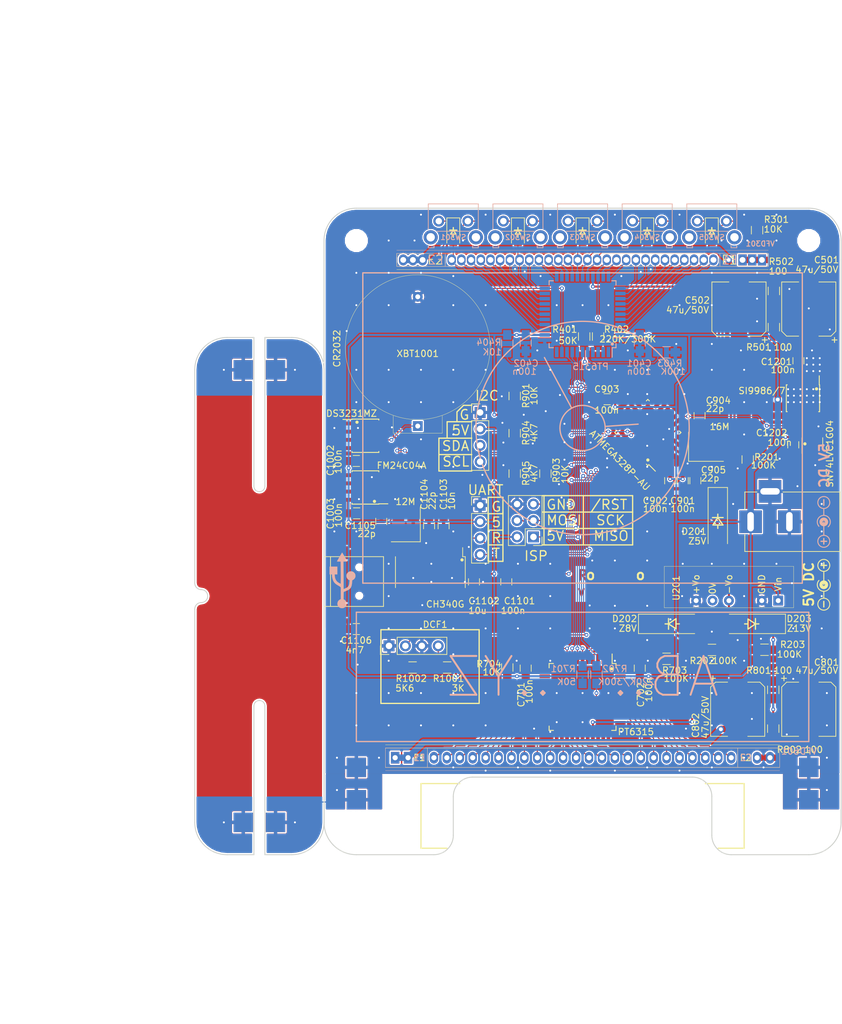
<source format=kicad_pcb>
(kicad_pcb (version 20171130) (host pcbnew "(5.0.1)-3")
  (layers (0 F.Cu signal hide) (31 B.Cu signal hide) (34 B.Paste user hide) (35 F.Paste user) (36 B.SilkS user) (37 F.SilkS user) (38 B.Mask user) (39 F.Mask user) (44 Edge.Cuts user))
  (net 0 "")
  (net 1 /HV-Supply/-25V)
  (net 2 /HV-Supply/-30V)
  (net 3 /HV-Supply/-22V)
  (net 4 /HV-Supply/-17V)
  (net 5 GND)
  (net 6 +5V)
  (net 7 /RoundDisplay/DisplayCtrl-Round/F1)
  (net 8 /RoundDisplay/DisplayCtrl-Round/F2)
  (net 9 /TextDisplay/DisplayCtrlText/F1)
  (net 10 /TextDisplay/DisplayCtrlText/F2)
  (net 11 "Net-(D301-Pad1)")
  (net 12 /RoundDisplay/DisplayCtrl-Round/S1)
  (net 13 "Net-(D302-Pad1)")
  (net 14 /RoundDisplay/DisplayCtrl-Round/S2)
  (net 15 "Net-(D303-Pad1)")
  (net 16 /RoundDisplay/DisplayCtrl-Round/S3)
  (net 17 "Net-(D304-Pad1)")
  (net 18 /RoundDisplay/DisplayCtrl-Round/S4)
  (net 19 "Net-(D305-Pad1)")
  (net 20 /RoundDisplay/DisplayCtrl-Round/S5)
  (net 21 /RoundDisplay/DisplayCtrl-Round/K)
  (net 22 /RoundDisplay/SGX)
  (net 23 /RoundDisplay/DisplayCtrl-Round/G12)
  (net 24 "Net-(R403-Pad1)")
  (net 25 /TextDisplay/SGX)
  (net 26 /TextDisplay/DisplayCtrlText/G8)
  (net 27 "Net-(R703-Pad1)")
  (net 28 /RoundDisplay/CS)
  (net 29 /TextDisplay/CS)
  (net 30 MISO)
  (net 31 MOSI)
  (net 32 SCK)
  (net 33 /RoundDisplay/DisplayCtrl-Round/S6)
  (net 34 /RoundDisplay/DisplayCtrl-Round/S7)
  (net 35 /RoundDisplay/DisplayCtrl-Round/S8)
  (net 36 /RoundDisplay/DisplayCtrl-Round/S9)
  (net 37 /RoundDisplay/DisplayCtrl-Round/S10)
  (net 38 /RoundDisplay/DisplayCtrl-Round/S11)
  (net 39 /RoundDisplay/DisplayCtrl-Round/S12)
  (net 40 /RoundDisplay/DisplayCtrl-Round/S13)
  (net 41 /RoundDisplay/DisplayCtrl-Round/S14)
  (net 42 /RoundDisplay/DisplayCtrl-Round/S15)
  (net 43 /RoundDisplay/DisplayCtrl-Round/S16)
  (net 44 /RoundDisplay/DisplayCtrl-Round/G11)
  (net 45 /RoundDisplay/DisplayCtrl-Round/G10)
  (net 46 /RoundDisplay/DisplayCtrl-Round/G9)
  (net 47 /RoundDisplay/DisplayCtrl-Round/G8)
  (net 48 /RoundDisplay/DisplayCtrl-Round/G7)
  (net 49 /RoundDisplay/DisplayCtrl-Round/G6)
  (net 50 /RoundDisplay/DisplayCtrl-Round/G5)
  (net 51 /RoundDisplay/DisplayCtrl-Round/G4)
  (net 52 /RoundDisplay/DisplayCtrl-Round/G3)
  (net 53 /RoundDisplay/DisplayCtrl-Round/G2)
  (net 54 /RoundDisplay/DisplayCtrl-Round/G1)
  (net 55 /TextDisplay/DisplayCtrlText/S1)
  (net 56 /TextDisplay/DisplayCtrlText/S2)
  (net 57 /TextDisplay/DisplayCtrlText/S3)
  (net 58 /TextDisplay/DisplayCtrlText/S4)
  (net 59 /TextDisplay/DisplayCtrlText/S5)
  (net 60 /TextDisplay/DisplayCtrlText/S6)
  (net 61 /TextDisplay/DisplayCtrlText/S7)
  (net 62 /TextDisplay/DisplayCtrlText/S8)
  (net 63 /TextDisplay/DisplayCtrlText/S9)
  (net 64 /TextDisplay/DisplayCtrlText/S10)
  (net 65 /TextDisplay/DisplayCtrlText/S11)
  (net 66 /TextDisplay/DisplayCtrlText/S12)
  (net 67 /TextDisplay/DisplayCtrlText/S13)
  (net 68 /TextDisplay/DisplayCtrlText/S14)
  (net 69 /TextDisplay/DisplayCtrlText/S15)
  (net 70 /TextDisplay/DisplayCtrlText/S16)
  (net 71 /TextDisplay/DisplayCtrlText/G7)
  (net 72 /TextDisplay/DisplayCtrlText/G6)
  (net 73 /TextDisplay/DisplayCtrlText/G5)
  (net 74 /TextDisplay/DisplayCtrlText/G4)
  (net 75 /TextDisplay/DisplayCtrlText/G3)
  (net 76 /TextDisplay/DisplayCtrlText/G2)
  (net 77 /TextDisplay/DisplayCtrlText/G1)
  (net 78 /FilamentAC/VFAC1)
  (net 79 /Logic/XTAL2)
  (net 80 /Logic/XTAL1)
  (net 81 /RST)
  (net 82 I2C_SDA)
  (net 83 I2C_SCL)
  (net 84 "Net-(R1001-Pad2)")
  (net 85 /FilamentAC/FIL_CLK)
  (net 86 "Net-(U1002-Pad6)")
  (net 87 "Net-(C1101-Pad2)")
  (net 88 "Net-(C1103-Pad1)")
  (net 89 "Net-(C1104-Pad2)")
  (net 90 "Net-(C1105-Pad2)")
  (net 91 "Net-(C1106-Pad2)")
  (net 92 /Logic/UPRX)
  (net 93 /Logic/UPTX)
  (net 94 "Net-(J1102-Pad2)")
  (net 95 "Net-(J1102-Pad3)")
  (net 96 /Logic/1HZ)
  (net 97 /Logic/DCF)
  (net 98 "Net-(U1201-Pad4)")
  (net 99 /FilamentAC/VFAC2)
  (net 100 "Net-(J1102-Pad1)")
  (net 101 "Net-(J1102-Pad4)")
  (net 102 "Net-(U201-Pad5)")
  (net 103 "Net-(U401-Pad1)")
  (net 104 "Net-(U401-Pad2)")
  (net 105 "Net-(U401-Pad3)")
  (net 106 "Net-(U401-Pad4)")
  (net 107 "Net-(U401-Pad11)")
  (net 108 "Net-(U701-Pad1)")
  (net 109 "Net-(U701-Pad2)")
  (net 110 "Net-(U701-Pad3)")
  (net 111 "Net-(U701-Pad4)")
  (net 112 /TextDisplay/DisplayCtrlText/K)
  (net 113 "Net-(U701-Pad11)")
  (net 114 /TextDisplay/DisplayCtrlText/G12)
  (net 115 /TextDisplay/DisplayCtrlText/G11)
  (net 116 /TextDisplay/DisplayCtrlText/G10)
  (net 117 /TextDisplay/DisplayCtrlText/G9)
  (net 118 "Net-(U901-Pad12)")
  (net 119 "Net-(U901-Pad13)")
  (net 120 "Net-(U901-Pad14)")
  (net 121 "Net-(U901-Pad19)")
  (net 122 "Net-(U901-Pad20)")
  (net 123 "Net-(U901-Pad22)")
  (net 124 "Net-(U901-Pad24)")
  (net 125 "Net-(U901-Pad25)")
  (net 126 "Net-(U901-Pad26)")
  (net 127 "Net-(U1002-Pad1)")
  (net 128 "Net-(U1002-Pad4)")
  (net 129 "Net-(U1003-Pad1)")
  (net 130 "Net-(U1003-Pad2)")
  (net 131 "Net-(U1003-Pad3)")
  (net 132 "Net-(U1003-Pad7)")
  (net 133 "Net-(U1103-Pad9)")
  (net 134 "Net-(U1103-Pad10)")
  (net 135 "Net-(U1103-Pad11)")
  (net 136 "Net-(U1103-Pad12)")
  (net 137 "Net-(U1103-Pad14)")
  (net 138 "Net-(U1103-Pad15)")
  (net 139 "Net-(U1201-Pad1)")
  (module Own:Battery-Holder-2032 (layer F.Cu) (at 93.5 117.5)
    (fp_text reference XBT1001 (at 0 1) (layer F.SilkS))
    (fp_text value CR2032 (at -12.5 0.2 90) (layer F.SilkS))
    (pad 2 thru_hole circle (at 0 -7.8) (size 1.524 1.524) (drill 0.762) (layers *.Cu *.Mask) (net 5 GND))
    (pad 1 thru_hole rect (at 0 12.2) (size 1.524 1.524) (drill 0.762) (layers *.Cu *.Mask) (net 86 "Net-(U1002-Pad6)"))
  )
  (module Symbols:Symbol_Barrel_Polarity (layer F.Cu) (at 156.25 154.25 90)
    (fp_text reference "" hide)
    (fp_text value "")
  )
  (module Own:via-0.3-0.6 (layer F.Cu) (at 103.6 153.8)
    (fp_text reference via hide)
    (fp_text value 0.3 hide)
    (pad 1 thru_hole circle (at 0 0) (size 0.6 0.6) (drill 0.3) (layers *.Cu) (net 5 GND))
  )
  (module Own:via-0.3-0.6 (layer F.Cu) (at 100.8 153.8)
    (fp_text reference via hide)
    (fp_text value 0.3 hide)
    (pad 1 thru_hole circle (at 0 0) (size 0.6 0.6) (drill 0.3) (layers *.Cu) (net 5 GND))
  )
  (module Own:via-0.3-0.6 (layer F.Cu) (at 94.8 147.8)
    (fp_text reference via hide)
    (fp_text value 0.3 hide)
    (pad 1 thru_hole circle (at 0 0) (size 0.6 0.6) (drill 0.3) (layers *.Cu) (net 5 GND))
  )
  (module Own:via-0.3-0.6 (layer F.Cu) (at 92.8 153.2)
    (fp_text reference via hide)
    (fp_text value 0.3 hide)
    (pad 1 thru_hole circle (at 0 0) (size 0.6 0.6) (drill 0.3) (layers *.Cu) (net 5 GND))
  )
  (module Own:via-0.3-0.6 (layer F.Cu) (at 80.6 146)
    (fp_text reference via hide)
    (fp_text value 0.3 hide)
    (pad 1 thru_hole circle (at 0 0) (size 0.6 0.6) (drill 0.3) (layers *.Cu) (net 5 GND))
  )
  (module Own:via-0.3-0.6 (layer F.Cu) (at 80.6 141)
    (fp_text reference via hide)
    (fp_text value 0.3 hide)
    (pad 1 thru_hole circle (at 0 0) (size 0.6 0.6) (drill 0.3) (layers *.Cu) (net 5 GND))
  )
  (module Own:via-0.3-0.6 (layer F.Cu) (at 80.6 130)
    (fp_text reference via hide)
    (fp_text value 0.3 hide)
    (pad 1 thru_hole circle (at 0 0) (size 0.6 0.6) (drill 0.3) (layers *.Cu) (net 5 GND))
  )
  (module Own:via-0.3-0.6 (layer F.Cu) (at 106.6 129.2)
    (fp_text reference via hide)
    (fp_text value 0.3 hide)
    (pad 1 thru_hole circle (at 0 0) (size 0.6 0.6) (drill 0.3) (layers *.Cu) (net 5 GND))
  )
  (module Own:via-0.3-0.6 (layer F.Cu) (at 111.3 132.4)
    (fp_text reference via hide)
    (fp_text value 0.3 hide)
    (pad 1 thru_hole circle (at 0 0) (size 0.6 0.6) (drill 0.3) (layers *.Cu) (net 5 GND))
  )
  (module Own:via-0.3-0.6 (layer F.Cu) (at 109.9 127.95)
    (fp_text reference via hide)
    (fp_text value 0.3 hide)
    (pad 1 thru_hole circle (at 0 0) (size 0.6 0.6) (drill 0.3) (layers *.Cu) (net 5 GND))
  )
  (module Own:via-0.3-0.6 (layer F.Cu) (at 116.2 129.35)
    (fp_text reference via hide)
    (fp_text value 0.3 hide)
    (pad 1 thru_hole circle (at 0 0) (size 0.6 0.6) (drill 0.3) (layers *.Cu) (net 5 GND))
  )
  (module Own:via-0.3-0.6 (layer F.Cu) (at 113.3 127.4)
    (fp_text reference via hide)
    (fp_text value 0.3 hide)
    (pad 1 thru_hole circle (at 0 0) (size 0.6 0.6) (drill 0.3) (layers *.Cu) (net 5 GND))
  )
  (module Own:via-0.3-0.6 (layer F.Cu) (at 108.55 105.4)
    (fp_text reference via hide)
    (fp_text value 0.3 hide)
    (pad 1 thru_hole circle (at 0 0) (size 0.6 0.6) (drill 0.3) (layers *.Cu) (net 5 GND))
  )
  (module Own:via-0.3-0.6 (layer F.Cu) (at 110.05 105.8)
    (fp_text reference via hide)
    (fp_text value 0.3 hide)
    (pad 1 thru_hole circle (at 0 0) (size 0.6 0.6) (drill 0.3) (layers *.Cu) (net 5 GND))
  )
  (module Own:via-0.3-0.6 (layer F.Cu) (at 129.55 105.45)
    (fp_text reference via hide)
    (fp_text value 0.3 hide)
    (pad 1 thru_hole circle (at 0 0) (size 0.6 0.6) (drill 0.3) (layers *.Cu) (net 5 GND))
  )
  (module Own:via-0.3-0.6 (layer F.Cu) (at 128 105.85)
    (fp_text reference via hide)
    (fp_text value 0.3 hide)
    (pad 1 thru_hole circle (at 0 0) (size 0.6 0.6) (drill 0.3) (layers *.Cu) (net 5 GND))
  )
  (module Own:via-0.3-0.6 (layer F.Cu) (at 129 124.75)
    (fp_text reference via hide)
    (fp_text value 0.3 hide)
    (pad 1 thru_hole circle (at 0 0) (size 0.6 0.6) (drill 0.3) (layers *.Cu) (net 5 GND))
  )
  (module Own:via-0.3-0.6 (layer F.Cu) (at 122.8 136.1)
    (fp_text reference via hide)
    (fp_text value 0.3 hide)
    (pad 1 thru_hole circle (at 0 0) (size 0.6 0.6) (drill 0.3) (layers *.Cu) (net 5 GND))
  )
  (module Own:via-0.3-0.6 (layer F.Cu) (at 132.4 130.15)
    (fp_text reference via hide)
    (fp_text value 0.3 hide)
    (pad 1 thru_hole circle (at 0 0) (size 0.6 0.6) (drill 0.3) (layers *.Cu) (net 5 GND))
  )
  (module Own:via-0.3-0.6 (layer F.Cu) (at 149 97)
    (fp_text reference via hide)
    (fp_text value 0.3 hide)
    (pad 1 thru_hole circle (at 0 0) (size 0.6 0.6) (drill 0.3) (layers *.Cu) (net 5 GND))
  )
  (module Own:via-0.3-0.6 (layer F.Cu) (at 94 97)
    (fp_text reference via hide)
    (fp_text value 0.3 hide)
    (pad 1 thru_hole circle (at 0 0) (size 0.6 0.6) (drill 0.3) (layers *.Cu) (net 5 GND))
  )
  (module Own:via-0.3-0.6 (layer F.Cu) (at 144 97)
    (fp_text reference via hide)
    (fp_text value 0.3 hide)
    (pad 1 thru_hole circle (at 0 0) (size 0.6 0.6) (drill 0.3) (layers *.Cu) (net 5 GND))
  )
  (module Own:via-0.3-0.6 (layer F.Cu) (at 134 97)
    (fp_text reference via hide)
    (fp_text value 0.3 hide)
    (pad 1 thru_hole circle (at 0 0) (size 0.6 0.6) (drill 0.3) (layers *.Cu) (net 5 GND))
  )
  (module Own:via-0.3-0.6 (layer F.Cu) (at 124 97)
    (fp_text reference via hide)
    (fp_text value 0.3 hide)
    (pad 1 thru_hole circle (at 0 0) (size 0.6 0.6) (drill 0.3) (layers *.Cu) (net 5 GND))
  )
  (module Own:via-0.3-0.6 (layer F.Cu) (at 114 97)
    (fp_text reference via hide)
    (fp_text value 0.3 hide)
    (pad 1 thru_hole circle (at 0 0) (size 0.6 0.6) (drill 0.3) (layers *.Cu) (net 5 GND))
  )
  (module Own:via-0.3-0.6 (layer F.Cu) (at 104 97)
    (fp_text reference via hide)
    (fp_text value 0.3 hide)
    (pad 1 thru_hole circle (at 0 0) (size 0.6 0.6) (drill 0.3) (layers *.Cu) (net 5 GND))
  )
  (module Own:via-0.3-0.6 (layer F.Cu) (at 63.5 121)
    (fp_text reference via hide)
    (fp_text value 0.3 hide)
    (pad 1 thru_hole circle (at 0 0) (size 0.6 0.6) (drill 0.3) (layers *.Cu) (net 5 GND))
  )
  (module Own:via-0.3-0.6 (layer F.Cu) (at 74.5 121)
    (fp_text reference via hide)
    (fp_text value 0.3 hide)
    (pad 1 thru_hole circle (at 0 0) (size 0.6 0.6) (drill 0.3) (layers *.Cu) (net 5 GND))
  )
  (module Own:via-0.3-0.6 (layer F.Cu) (at 63.5 191)
    (fp_text reference via hide)
    (fp_text value 0.3 hide)
    (pad 1 thru_hole circle (at 0 0) (size 0.6 0.6) (drill 0.3) (layers *.Cu) (net 5 GND))
  )
  (module Own:via-0.3-0.6 (layer F.Cu) (at 74.5 191)
    (fp_text reference via hide)
    (fp_text value 0.3 hide)
    (pad 1 thru_hole circle (at 0 0) (size 0.6 0.6) (drill 0.3) (layers *.Cu) (net 5 GND))
  )
  (module Pin_Headers:Pin_Header_Straight_2x03_Pitch2.54mm (layer F.Cu) (at 111.4 146.85 180)
    (fp_text reference J904)
    (fp_text value ISP (at -0.4 -2.95 180) (layer F.SilkS) (effects (font (size 1.5 1.5) (thickness 0.2))))
    (pad 1 thru_hole rect (at 0 0 180) (size 1.7 1.7) (drill 1) (layers *.Cu *.Mask) (net 30 MISO))
    (pad 2 thru_hole oval (at 2.54 0 180) (size 1.7 1.7) (drill 1) (layers *.Cu *.Mask) (net 6 +5V))
    (pad 3 thru_hole oval (at 0 2.54 180) (size 1.7 1.7) (drill 1) (layers *.Cu *.Mask) (net 32 SCK))
    (pad 4 thru_hole oval (at 2.54 2.54 180) (size 1.7 1.7) (drill 1) (layers *.Cu *.Mask) (net 31 MOSI))
    (pad 5 thru_hole oval (at 0 5.08 180) (size 1.7 1.7) (drill 1) (layers *.Cu *.Mask) (net 81 /RST))
    (pad 6 thru_hole oval (at 2.54 5.08 180) (size 1.7 1.7) (drill 1) (layers *.Cu *.Mask) (net 5 GND))
  )
  (module Own:via-0.3-0.6 (layer F.Cu) (at 151.4 154)
    (fp_text reference via hide)
    (fp_text value 0.3 hide)
    (pad 1 thru_hole circle (at 0 0) (size 0.6 0.6) (drill 0.3) (layers *.Cu) (net 5 GND))
  )
  (module Own:DC-DC-Dual-Out (layer F.Cu) (at 141.65 156.7 180)
    (fp_text reference U201 (at 8.15 1.95 270) (layer F.SilkS))
    (fp_text value DC-DC-Converter)
    (fp_text user +Vo (at 5.08 2.54 270) (layer F.SilkS))
    (fp_text user 0V (at 2.54 1.905 270) (layer F.SilkS))
    (fp_text user -Vo (at 0 2.54 270) (layer F.SilkS))
    (fp_text user GND (at -5.08 2.54 270) (layer F.SilkS))
    (fp_text user Vin (at -7.62 2.54 270) (layer F.SilkS))
    (pad 1 thru_hole rect (at -7.62 0 180) (size 1.524 1.524) (drill 0.762) (layers *.Cu *.Mask) (net 6 +5V))
    (pad 2 thru_hole circle (at -5.08 0 180) (size 1.524 1.524) (drill 0.762) (layers *.Cu *.Mask) (net 5 GND))
    (pad 4 thru_hole circle (at 0 0 180) (size 1.524 1.524) (drill 0.762) (layers *.Cu *.Mask) (net 2 /HV-Supply/-30V))
    (pad 5 thru_hole circle (at 2.54 0 180) (size 1.524 1.524) (drill 0.762) (layers *.Cu *.Mask) (net 102 "Net-(U201-Pad5)"))
    (pad 6 thru_hole circle (at 5.08 0 180) (size 1.524 1.524) (drill 0.762) (layers *.Cu *.Mask) (net 5 GND))
  )
  (module Own:via-0.3-0.6 (layer F.Cu) (at 156.8 186)
    (fp_text reference via hide)
    (fp_text value 0.3 hide)
    (pad 1 thru_hole circle (at 0 0) (size 0.6 0.6) (drill 0.3) (layers *.Cu) (net 5 GND))
  )
  (module Own:via-0.3-0.6 (layer F.Cu) (at 124 183)
    (fp_text reference via hide)
    (fp_text value 0.3 hide)
    (pad 1 thru_hole circle (at 0 0) (size 0.6 0.6) (drill 0.3) (layers *.Cu) (net 5 GND))
  )
  (module Own:via-0.3-0.6 (layer F.Cu) (at 81 186)
    (fp_text reference via hide)
    (fp_text value 0.3 hide)
    (pad 1 thru_hole circle (at 0 0) (size 0.6 0.6) (drill 0.3) (layers *.Cu) (net 5 GND))
  )
  (module Own:via-0.3-0.6 (layer F.Cu) (at 156.8 181)
    (fp_text reference via hide)
    (fp_text value 0.3 hide)
    (pad 1 thru_hole circle (at 0 0) (size 0.6 0.6) (drill 0.3) (layers *.Cu) (net 5 GND))
  )
  (module Own:via-0.3-0.6 (layer F.Cu) (at 147 182.5)
    (fp_text reference via hide)
    (fp_text value 0.3 hide)
    (pad 1 thru_hole circle (at 0 0) (size 0.6 0.6) (drill 0.3) (layers *.Cu) (net 5 GND))
  )
  (module Own:via-0.3-0.6 (layer F.Cu) (at 144 181)
    (fp_text reference via hide)
    (fp_text value 0.3 hide)
    (pad 1 thru_hole circle (at 0 0) (size 0.6 0.6) (drill 0.3) (layers *.Cu) (net 5 GND))
  )
  (module Own:via-0.3-0.6 (layer F.Cu) (at 139 182.5)
    (fp_text reference via hide)
    (fp_text value 0.3 hide)
    (pad 1 thru_hole circle (at 0 0) (size 0.6 0.6) (drill 0.3) (layers *.Cu) (net 5 GND))
  )
  (module Own:via-0.3-0.6 (layer F.Cu) (at 134 183)
    (fp_text reference via hide)
    (fp_text value 0.3 hide)
    (pad 1 thru_hole circle (at 0 0) (size 0.6 0.6) (drill 0.3) (layers *.Cu) (net 5 GND))
  )
  (module Own:via-0.3-0.6 (layer F.Cu) (at 129 182.5)
    (fp_text reference via hide)
    (fp_text value 0.3 hide)
    (pad 1 thru_hole circle (at 0 0) (size 0.6 0.6) (drill 0.3) (layers *.Cu) (net 5 GND))
  )
  (module Own:via-0.3-0.6 (layer F.Cu) (at 114 177)
    (fp_text reference via hide)
    (fp_text value 0.3 hide)
    (pad 1 thru_hole circle (at 0 0) (size 0.6 0.6) (drill 0.3) (layers *.Cu) (net 5 GND))
  )
  (module Own:via-0.3-0.6 (layer F.Cu) (at 119 182.5)
    (fp_text reference via hide)
    (fp_text value 0.3 hide)
    (pad 1 thru_hole circle (at 0 0) (size 0.6 0.6) (drill 0.3) (layers *.Cu) (net 5 GND))
  )
  (module Own:via-0.3-0.6 (layer F.Cu) (at 114 183)
    (fp_text reference via hide)
    (fp_text value 0.3 hide)
    (pad 1 thru_hole circle (at 0 0) (size 0.6 0.6) (drill 0.3) (layers *.Cu) (net 5 GND))
  )
  (module Own:via-0.3-0.6 (layer F.Cu) (at 109 182.5)
    (fp_text reference via hide)
    (fp_text value 0.3 hide)
    (pad 1 thru_hole circle (at 0 0) (size 0.6 0.6) (drill 0.3) (layers *.Cu) (net 5 GND))
  )
  (module Own:via-0.3-0.6 (layer F.Cu) (at 104 183)
    (fp_text reference via hide)
    (fp_text value 0.3 hide)
    (pad 1 thru_hole circle (at 0 0) (size 0.6 0.6) (drill 0.3) (layers *.Cu) (net 5 GND))
  )
  (module Own:via-0.3-0.6 (layer F.Cu) (at 99 182.5)
    (fp_text reference via hide)
    (fp_text value 0.3 hide)
    (pad 1 thru_hole circle (at 0 0) (size 0.6 0.6) (drill 0.3) (layers *.Cu) (net 5 GND))
  )
  (module Own:via-0.3-0.6 (layer F.Cu) (at 94 181)
    (fp_text reference via hide)
    (fp_text value 0.3 hide)
    (pad 1 thru_hole circle (at 0 0) (size 0.6 0.6) (drill 0.3) (layers *.Cu) (net 5 GND))
  )
  (module Own:via-0.3-0.6 (layer F.Cu) (at 87.5 181)
    (fp_text reference via hide)
    (fp_text value 0.3 hide)
    (pad 1 thru_hole circle (at 0 0) (size 0.6 0.6) (drill 0.3) (layers *.Cu) (net 5 GND))
  )
  (module Own:via-0.3-0.6 (layer F.Cu) (at 81 181)
    (fp_text reference via hide)
    (fp_text value 0.3 hide)
    (pad 1 thru_hole circle (at 0 0) (size 0.6 0.6) (drill 0.3) (layers *.Cu) (net 5 GND))
  )
  (module Own:via-0.3-0.6 (layer F.Cu) (at 156.8 176)
    (fp_text reference via hide)
    (fp_text value 0.3 hide)
    (pad 1 thru_hole circle (at 0 0) (size 0.6 0.6) (drill 0.3) (layers *.Cu) (net 5 GND))
  )
  (module Own:via-0.3-0.6 (layer F.Cu) (at 150.6 177.4)
    (fp_text reference via hide)
    (fp_text value 0.3 hide)
    (pad 1 thru_hole circle (at 0 0) (size 0.6 0.6) (drill 0.3) (layers *.Cu) (net 5 GND))
  )
  (module Own:via-0.3-0.6 (layer F.Cu) (at 145.2 175)
    (fp_text reference via hide)
    (fp_text value 0.3 hide)
    (pad 1 thru_hole circle (at 0 0) (size 0.6 0.6) (drill 0.3) (layers *.Cu) (net 5 GND))
  )
  (module Own:via-0.3-0.6 (layer F.Cu) (at 139 176)
    (fp_text reference via hide)
    (fp_text value 0.3 hide)
    (pad 1 thru_hole circle (at 0 0) (size 0.6 0.6) (drill 0.3) (layers *.Cu) (net 5 GND))
  )
  (module Own:via-0.3-0.6 (layer F.Cu) (at 135 176.5)
    (fp_text reference via hide)
    (fp_text value 0.3 hide)
    (pad 1 thru_hole circle (at 0 0) (size 0.6 0.6) (drill 0.3) (layers *.Cu) (net 5 GND))
  )
  (module Own:via-0.3-0.6 (layer F.Cu) (at 125 177)
    (fp_text reference via hide)
    (fp_text value 0.3 hide)
    (pad 1 thru_hole circle (at 0 0) (size 0.6 0.6) (drill 0.3) (layers *.Cu) (net 5 GND))
  )
  (module Own:via-0.3-0.6 (layer F.Cu) (at 119 175.5)
    (fp_text reference via hide)
    (fp_text value 0.3 hide)
    (pad 1 thru_hole circle (at 0 0) (size 0.6 0.6) (drill 0.3) (layers *.Cu) (net 5 GND))
  )
  (module Own:via-0.3-0.6 (layer F.Cu) (at 115 175.5)
    (fp_text reference via hide)
    (fp_text value 0.3 hide)
    (pad 1 thru_hole circle (at 0 0) (size 0.6 0.6) (drill 0.3) (layers *.Cu) (net 5 GND))
  )
  (module Own:via-0.3-0.6 (layer F.Cu) (at 111.5 176.5)
    (fp_text reference via hide)
    (fp_text value 0.3 hide)
    (pad 1 thru_hole circle (at 0 0) (size 0.6 0.6) (drill 0.3) (layers *.Cu) (net 5 GND))
  )
  (module Own:via-0.3-0.6 (layer F.Cu) (at 104 176)
    (fp_text reference via hide)
    (fp_text value 0.3 hide)
    (pad 1 thru_hole circle (at 0 0) (size 0.6 0.6) (drill 0.3) (layers *.Cu) (net 5 GND))
  )
  (module Own:via-0.3-0.6 (layer F.Cu) (at 99 176)
    (fp_text reference via hide)
    (fp_text value 0.3 hide)
    (pad 1 thru_hole circle (at 0 0) (size 0.6 0.6) (drill 0.3) (layers *.Cu) (net 5 GND))
  )
  (module Own:via-0.3-0.6 (layer F.Cu) (at 94 176)
    (fp_text reference via hide)
    (fp_text value 0.3 hide)
    (pad 1 thru_hole circle (at 0 0) (size 0.6 0.6) (drill 0.3) (layers *.Cu) (net 5 GND))
  )
  (module Own:via-0.3-0.6 (layer F.Cu) (at 89 176)
    (fp_text reference via hide)
    (fp_text value 0.3 hide)
    (pad 1 thru_hole circle (at 0 0) (size 0.6 0.6) (drill 0.3) (layers *.Cu) (net 5 GND))
  )
  (module Own:via-0.3-0.6 (layer F.Cu) (at 84 176)
    (fp_text reference via hide)
    (fp_text value 0.3 hide)
    (pad 1 thru_hole circle (at 0 0) (size 0.6 0.6) (drill 0.3) (layers *.Cu) (net 5 GND))
  )
  (module Own:via-0.3-0.6 (layer F.Cu) (at 156.8 171)
    (fp_text reference via hide)
    (fp_text value 0.3 hide)
    (pad 1 thru_hole circle (at 0 0) (size 0.6 0.6) (drill 0.3) (layers *.Cu) (net 5 GND))
  )
  (module Own:via-0.3-0.6 (layer F.Cu) (at 151.6 168.8)
    (fp_text reference via hide)
    (fp_text value 0.3 hide)
    (pad 1 thru_hole circle (at 0 0) (size 0.6 0.6) (drill 0.3) (layers *.Cu) (net 5 GND))
  )
  (module Own:via-0.3-0.6 (layer F.Cu) (at 145.2 171)
    (fp_text reference via hide)
    (fp_text value 0.3 hide)
    (pad 1 thru_hole circle (at 0 0) (size 0.6 0.6) (drill 0.3) (layers *.Cu) (net 5 GND))
  )
  (module Own:via-0.3-0.6 (layer F.Cu) (at 139 171)
    (fp_text reference via hide)
    (fp_text value 0.3 hide)
    (pad 1 thru_hole circle (at 0 0) (size 0.6 0.6) (drill 0.3) (layers *.Cu) (net 5 GND))
  )
  (module Own:via-0.3-0.6 (layer F.Cu) (at 134 171)
    (fp_text reference via hide)
    (fp_text value 0.3 hide)
    (pad 1 thru_hole circle (at 0 0) (size 0.6 0.6) (drill 0.3) (layers *.Cu) (net 5 GND))
  )
  (module Own:via-0.3-0.6 (layer F.Cu) (at 129 171)
    (fp_text reference via hide)
    (fp_text value 0.3 hide)
    (pad 1 thru_hole circle (at 0 0) (size 0.6 0.6) (drill 0.3) (layers *.Cu) (net 5 GND))
  )
  (module Own:via-0.3-0.6 (layer F.Cu) (at 123 171)
    (fp_text reference via hide)
    (fp_text value 0.3 hide)
    (pad 1 thru_hole circle (at 0 0) (size 0.6 0.6) (drill 0.3) (layers *.Cu) (net 5 GND))
  )
  (module Own:via-0.3-0.6 (layer F.Cu) (at 119 171)
    (fp_text reference via hide)
    (fp_text value 0.3 hide)
    (pad 1 thru_hole circle (at 0 0) (size 0.6 0.6) (drill 0.3) (layers *.Cu) (net 5 GND))
  )
  (module Own:via-0.3-0.6 (layer F.Cu) (at 115 171)
    (fp_text reference via hide)
    (fp_text value 0.3 hide)
    (pad 1 thru_hole circle (at 0 0) (size 0.6 0.6) (drill 0.3) (layers *.Cu) (net 5 GND))
  )
  (module Own:via-0.3-0.6 (layer F.Cu) (at 109 171)
    (fp_text reference via hide)
    (fp_text value 0.3 hide)
    (pad 1 thru_hole circle (at 0 0) (size 0.6 0.6) (drill 0.3) (layers *.Cu) (net 5 GND))
  )
  (module Own:via-0.3-0.6 (layer F.Cu) (at 104 171)
    (fp_text reference via hide)
    (fp_text value 0.3 hide)
    (pad 1 thru_hole circle (at 0 0) (size 0.6 0.6) (drill 0.3) (layers *.Cu) (net 5 GND))
  )
  (module Own:via-0.3-0.6 (layer F.Cu) (at 99 171)
    (fp_text reference via hide)
    (fp_text value 0.3 hide)
    (pad 1 thru_hole circle (at 0 0) (size 0.6 0.6) (drill 0.3) (layers *.Cu) (net 5 GND))
  )
  (module Own:via-0.3-0.6 (layer F.Cu) (at 94 171)
    (fp_text reference via hide)
    (fp_text value 0.3 hide)
    (pad 1 thru_hole circle (at 0 0) (size 0.6 0.6) (drill 0.3) (layers *.Cu) (net 5 GND))
  )
  (module Own:via-0.3-0.6 (layer F.Cu) (at 89 171)
    (fp_text reference via hide)
    (fp_text value 0.3 hide)
    (pad 1 thru_hole circle (at 0 0) (size 0.6 0.6) (drill 0.3) (layers *.Cu) (net 5 GND))
  )
  (module Own:via-0.3-0.6 (layer F.Cu) (at 84 171)
    (fp_text reference via hide)
    (fp_text value 0.3 hide)
    (pad 1 thru_hole circle (at 0 0) (size 0.6 0.6) (drill 0.3) (layers *.Cu) (net 5 GND))
  )
  (module Own:via-0.3-0.6 (layer F.Cu) (at 156 165.4)
    (fp_text reference via hide)
    (fp_text value 0.3 hide)
    (pad 1 thru_hole circle (at 0 0) (size 0.6 0.6) (drill 0.3) (layers *.Cu) (net 5 GND))
  )
  (module Own:via-0.3-0.6 (layer F.Cu) (at 146.6 162.6)
    (fp_text reference via hide)
    (fp_text value 0.3 hide)
    (pad 1 thru_hole circle (at 0 0) (size 0.6 0.6) (drill 0.3) (layers *.Cu) (net 5 GND))
  )
  (module Own:via-0.3-0.6 (layer F.Cu) (at 144 166)
    (fp_text reference via hide)
    (fp_text value 0.3 hide)
    (pad 1 thru_hole circle (at 0 0) (size 0.6 0.6) (drill 0.3) (layers *.Cu) (net 5 GND))
  )
  (module Own:via-0.3-0.6 (layer F.Cu) (at 139 166)
    (fp_text reference via hide)
    (fp_text value 0.3 hide)
    (pad 1 thru_hole circle (at 0 0) (size 0.6 0.6) (drill 0.3) (layers *.Cu) (net 5 GND))
  )
  (module Own:via-0.3-0.6 (layer F.Cu) (at 135 166)
    (fp_text reference via hide)
    (fp_text value 0.3 hide)
    (pad 1 thru_hole circle (at 0 0) (size 0.6 0.6) (drill 0.3) (layers *.Cu) (net 5 GND))
  )
  (module Own:via-0.3-0.6 (layer F.Cu) (at 129.1 166)
    (fp_text reference via hide)
    (fp_text value 0.3 hide)
    (pad 1 thru_hole circle (at 0 0) (size 0.6 0.6) (drill 0.3) (layers *.Cu) (net 5 GND))
  )
  (module Own:via-0.3-0.6 (layer F.Cu) (at 124 166)
    (fp_text reference via hide)
    (fp_text value 0.3 hide)
    (pad 1 thru_hole circle (at 0 0) (size 0.6 0.6) (drill 0.3) (layers *.Cu) (net 5 GND))
  )
  (module Own:via-0.3-0.6 (layer F.Cu) (at 114 166)
    (fp_text reference via hide)
    (fp_text value 0.3 hide)
    (pad 1 thru_hole circle (at 0 0) (size 0.6 0.6) (drill 0.3) (layers *.Cu) (net 5 GND))
  )
  (module Own:via-0.3-0.6 (layer F.Cu) (at 108.8 166)
    (fp_text reference via hide)
    (fp_text value 0.3 hide)
    (pad 1 thru_hole circle (at 0 0) (size 0.6 0.6) (drill 0.3) (layers *.Cu) (net 5 GND))
  )
  (module Own:via-0.3-0.6 (layer F.Cu) (at 104 166)
    (fp_text reference via hide)
    (fp_text value 0.3 hide)
    (pad 1 thru_hole circle (at 0 0) (size 0.6 0.6) (drill 0.3) (layers *.Cu) (net 5 GND))
  )
  (module Own:via-0.3-0.6 (layer F.Cu) (at 99 165)
    (fp_text reference via hide)
    (fp_text value 0.3 hide)
    (pad 1 thru_hole circle (at 0 0) (size 0.6 0.6) (drill 0.3) (layers *.Cu) (net 5 GND))
  )
  (module Own:via-0.3-0.6 (layer F.Cu) (at 89 166)
    (fp_text reference via hide)
    (fp_text value 0.3 hide)
    (pad 1 thru_hole circle (at 0 0) (size 0.6 0.6) (drill 0.3) (layers *.Cu) (net 5 GND))
  )
  (module Own:via-0.3-0.6 (layer F.Cu) (at 84.2 166.6)
    (fp_text reference via hide)
    (fp_text value 0.3 hide)
    (pad 1 thru_hole circle (at 0 0) (size 0.6 0.6) (drill 0.3) (layers *.Cu) (net 5 GND))
  )
  (module Own:via-0.3-0.6 (layer F.Cu) (at 156 161)
    (fp_text reference via hide)
    (fp_text value 0.3 hide)
    (pad 1 thru_hole circle (at 0 0) (size 0.6 0.6) (drill 0.3) (layers *.Cu) (net 5 GND))
  )
  (module Own:via-0.3-0.6 (layer F.Cu) (at 151.6 161)
    (fp_text reference via hide)
    (fp_text value 0.3 hide)
    (pad 1 thru_hole circle (at 0 0) (size 0.6 0.6) (drill 0.3) (layers *.Cu) (net 5 GND))
  )
  (module Own:via-0.3-0.6 (layer F.Cu) (at 143 162.8)
    (fp_text reference via hide)
    (fp_text value 0.3 hide)
    (pad 1 thru_hole circle (at 0 0) (size 0.6 0.6) (drill 0.3) (layers *.Cu) (net 5 GND))
  )
  (module Own:via-0.3-0.6 (layer F.Cu) (at 139 161.5)
    (fp_text reference via hide)
    (fp_text value 0.3 hide)
    (pad 1 thru_hole circle (at 0 0) (size 0.6 0.6) (drill 0.3) (layers *.Cu) (net 5 GND))
  )
  (module Own:via-0.3-0.6 (layer F.Cu) (at 132.6 159.6)
    (fp_text reference via hide)
    (fp_text value 0.3 hide)
    (pad 1 thru_hole circle (at 0 0) (size 0.6 0.6) (drill 0.3) (layers *.Cu) (net 5 GND))
  )
  (module Own:via-0.3-0.6 (layer F.Cu) (at 129 162.8)
    (fp_text reference via hide)
    (fp_text value 0.3 hide)
    (pad 1 thru_hole circle (at 0 0) (size 0.6 0.6) (drill 0.3) (layers *.Cu) (net 5 GND))
  )
  (module Own:via-0.3-0.6 (layer F.Cu) (at 124 161)
    (fp_text reference via hide)
    (fp_text value 0.3 hide)
    (pad 1 thru_hole circle (at 0 0) (size 0.6 0.6) (drill 0.3) (layers *.Cu) (net 5 GND))
  )
  (module Own:via-0.3-0.6 (layer F.Cu) (at 120.1 161)
    (fp_text reference via hide)
    (fp_text value 0.3 hide)
    (pad 1 thru_hole circle (at 0 0) (size 0.6 0.6) (drill 0.3) (layers *.Cu) (net 5 GND))
  )
  (module Own:via-0.3-0.6 (layer F.Cu) (at 114 161)
    (fp_text reference via hide)
    (fp_text value 0.3 hide)
    (pad 1 thru_hole circle (at 0 0) (size 0.6 0.6) (drill 0.3) (layers *.Cu) (net 5 GND))
  )
  (module Own:via-0.3-0.6 (layer F.Cu) (at 109 161)
    (fp_text reference via hide)
    (fp_text value 0.3 hide)
    (pad 1 thru_hole circle (at 0 0) (size 0.6 0.6) (drill 0.3) (layers *.Cu) (net 5 GND))
  )
  (module Own:via-0.3-0.6 (layer F.Cu) (at 104 161)
    (fp_text reference via hide)
    (fp_text value 0.3 hide)
    (pad 1 thru_hole circle (at 0 0) (size 0.6 0.6) (drill 0.3) (layers *.Cu) (net 5 GND))
  )
  (module Own:via-0.3-0.6 (layer F.Cu) (at 99 161)
    (fp_text reference via hide)
    (fp_text value 0.3 hide)
    (pad 1 thru_hole circle (at 0 0) (size 0.6 0.6) (drill 0.3) (layers *.Cu) (net 5 GND))
  )
  (module Own:via-0.3-0.6 (layer F.Cu) (at 94 161)
    (fp_text reference via hide)
    (fp_text value 0.3 hide)
    (pad 1 thru_hole circle (at 0 0) (size 0.6 0.6) (drill 0.3) (layers *.Cu) (net 5 GND))
  )
  (module Own:via-0.3-0.6 (layer F.Cu) (at 89 161)
    (fp_text reference via hide)
    (fp_text value 0.3 hide)
    (pad 1 thru_hole circle (at 0 0) (size 0.6 0.6) (drill 0.3) (layers *.Cu) (net 5 GND))
  )
  (module Own:via-0.3-0.6 (layer F.Cu) (at 81.6 163)
    (fp_text reference via hide)
    (fp_text value 0.3 hide)
    (pad 1 thru_hole circle (at 0 0) (size 0.6 0.6) (drill 0.3) (layers *.Cu) (net 5 GND))
  )
  (module Own:via-0.3-0.6 (layer F.Cu) (at 156 156)
    (fp_text reference via hide)
    (fp_text value 0.3 hide)
    (pad 1 thru_hole circle (at 0 0) (size 0.6 0.6) (drill 0.3) (layers *.Cu) (net 5 GND))
  )
  (module Own:via-0.3-0.6 (layer F.Cu) (at 151.6 165.4)
    (fp_text reference via hide)
    (fp_text value 0.3 hide)
    (pad 1 thru_hole circle (at 0 0) (size 0.6 0.6) (drill 0.3) (layers *.Cu) (net 5 GND))
  )
  (module Own:via-0.3-0.6 (layer F.Cu) (at 144 156)
    (fp_text reference via hide)
    (fp_text value 0.3 hide)
    (pad 1 thru_hole circle (at 0 0) (size 0.6 0.6) (drill 0.3) (layers *.Cu) (net 5 GND))
  )
  (module Own:via-0.3-0.6 (layer F.Cu) (at 134.4 156)
    (fp_text reference via hide)
    (fp_text value 0.3 hide)
    (pad 1 thru_hole circle (at 0 0) (size 0.6 0.6) (drill 0.3) (layers *.Cu) (net 5 GND))
  )
  (module Own:via-0.3-0.6 (layer F.Cu) (at 129 157.5)
    (fp_text reference via hide)
    (fp_text value 0.3 hide)
    (pad 1 thru_hole circle (at 0 0) (size 0.6 0.6) (drill 0.3) (layers *.Cu) (net 5 GND))
  )
  (module Own:via-0.3-0.6 (layer F.Cu) (at 124 157.5)
    (fp_text reference via hide)
    (fp_text value 0.3 hide)
    (pad 1 thru_hole circle (at 0 0) (size 0.6 0.6) (drill 0.3) (layers *.Cu) (net 5 GND))
  )
  (module Own:via-0.3-0.6 (layer F.Cu) (at 120.1 157.45)
    (fp_text reference via hide)
    (fp_text value 0.3 hide)
    (pad 1 thru_hole circle (at 0 0) (size 0.6 0.6) (drill 0.3) (layers *.Cu) (net 5 GND))
  )
  (module Own:via-0.3-0.6 (layer F.Cu) (at 114 156)
    (fp_text reference via hide)
    (fp_text value 0.3 hide)
    (pad 1 thru_hole circle (at 0 0) (size 0.6 0.6) (drill 0.3) (layers *.Cu) (net 5 GND))
  )
  (module Own:via-0.3-0.6 (layer F.Cu) (at 109 156)
    (fp_text reference via hide)
    (fp_text value 0.3 hide)
    (pad 1 thru_hole circle (at 0 0) (size 0.6 0.6) (drill 0.3) (layers *.Cu) (net 5 GND))
  )
  (module Own:via-0.3-0.6 (layer F.Cu) (at 102.2 156.8)
    (fp_text reference via hide)
    (fp_text value 0.3 hide)
    (pad 1 thru_hole circle (at 0 0) (size 0.6 0.6) (drill 0.3) (layers *.Cu) (net 5 GND))
  )
  (module Own:via-0.3-0.6 (layer F.Cu) (at 95.6 153.8)
    (fp_text reference via hide)
    (fp_text value 0.3 hide)
    (pad 1 thru_hole circle (at 0 0) (size 0.6 0.6) (drill 0.3) (layers *.Cu) (net 5 GND))
  )
  (module Own:via-0.3-0.6 (layer F.Cu) (at 94.2 157.4)
    (fp_text reference via hide)
    (fp_text value 0.3 hide)
    (pad 1 thru_hole circle (at 0 0) (size 0.6 0.6) (drill 0.3) (layers *.Cu) (net 5 GND))
  )
  (module Own:via-0.3-0.6 (layer F.Cu) (at 89 156)
    (fp_text reference via hide)
    (fp_text value 0.3 hide)
    (pad 1 thru_hole circle (at 0 0) (size 0.6 0.6) (drill 0.3) (layers *.Cu) (net 5 GND))
  )
  (module Own:via-0.3-0.6 (layer F.Cu) (at 156 151)
    (fp_text reference via hide)
    (fp_text value 0.3 hide)
    (pad 1 thru_hole circle (at 0 0) (size 0.6 0.6) (drill 0.3) (layers *.Cu) (net 5 GND))
  )
  (module Own:via-0.3-0.6 (layer F.Cu) (at 149 151)
    (fp_text reference via hide)
    (fp_text value 0.3 hide)
    (pad 1 thru_hole circle (at 0 0) (size 0.6 0.6) (drill 0.3) (layers *.Cu) (net 5 GND))
  )
  (module Own:via-0.3-0.6 (layer F.Cu) (at 144 151)
    (fp_text reference via hide)
    (fp_text value 0.3 hide)
    (pad 1 thru_hole circle (at 0 0) (size 0.6 0.6) (drill 0.3) (layers *.Cu) (net 5 GND))
  )
  (module Own:via-0.3-0.6 (layer F.Cu) (at 139 151)
    (fp_text reference via hide)
    (fp_text value 0.3 hide)
    (pad 1 thru_hole circle (at 0 0) (size 0.6 0.6) (drill 0.3) (layers *.Cu) (net 5 GND))
  )
  (module Own:via-0.3-0.6 (layer F.Cu) (at 134.5 151)
    (fp_text reference via hide)
    (fp_text value 0.3 hide)
    (pad 1 thru_hole circle (at 0 0) (size 0.6 0.6) (drill 0.3) (layers *.Cu) (net 5 GND))
  )
  (module Own:via-0.3-0.6 (layer F.Cu) (at 129 150.5)
    (fp_text reference via hide)
    (fp_text value 0.3 hide)
    (pad 1 thru_hole circle (at 0 0) (size 0.6 0.6) (drill 0.3) (layers *.Cu) (net 5 GND))
  )
  (module Own:via-0.3-0.6 (layer F.Cu) (at 124 150.5)
    (fp_text reference via hide)
    (fp_text value 0.3 hide)
    (pad 1 thru_hole circle (at 0 0) (size 0.6 0.6) (drill 0.3) (layers *.Cu) (net 5 GND))
  )
  (module Own:via-0.3-0.6 (layer F.Cu) (at 120.5 150.5)
    (fp_text reference via hide)
    (fp_text value 0.3 hide)
    (pad 1 thru_hole circle (at 0 0) (size 0.6 0.6) (drill 0.3) (layers *.Cu) (net 5 GND))
  )
  (module Own:via-0.3-0.6 (layer F.Cu) (at 114 151)
    (fp_text reference via hide)
    (fp_text value 0.3 hide)
    (pad 1 thru_hole circle (at 0 0) (size 0.6 0.6) (drill 0.3) (layers *.Cu) (net 5 GND))
  )
  (module Own:via-0.3-0.6 (layer F.Cu) (at 109 151)
    (fp_text reference via hide)
    (fp_text value 0.3 hide)
    (pad 1 thru_hole circle (at 0 0) (size 0.6 0.6) (drill 0.3) (layers *.Cu) (net 5 GND))
  )
  (module Own:via-0.3-0.6 (layer F.Cu) (at 104 151)
    (fp_text reference via hide)
    (fp_text value 0.3 hide)
    (pad 1 thru_hole circle (at 0 0) (size 0.6 0.6) (drill 0.3) (layers *.Cu) (net 5 GND))
  )
  (module Own:via-0.3-0.6 (layer F.Cu) (at 101.4 148.4)
    (fp_text reference via hide)
    (fp_text value 0.3 hide)
    (pad 1 thru_hole circle (at 0 0) (size 0.6 0.6) (drill 0.3) (layers *.Cu) (net 5 GND))
  )
  (module Own:via-0.3-0.6 (layer F.Cu) (at 95.6 151)
    (fp_text reference via hide)
    (fp_text value 0.3 hide)
    (pad 1 thru_hole circle (at 0 0) (size 0.6 0.6) (drill 0.3) (layers *.Cu) (net 5 GND))
  )
  (module Own:via-0.3-0.6 (layer F.Cu) (at 89 151)
    (fp_text reference via hide)
    (fp_text value 0.3 hide)
    (pad 1 thru_hole circle (at 0 0) (size 0.6 0.6) (drill 0.3) (layers *.Cu) (net 5 GND))
  )
  (module Own:via-0.3-0.6 (layer F.Cu) (at 156 146)
    (fp_text reference via hide)
    (fp_text value 0.3 hide)
    (pad 1 thru_hole circle (at 0 0) (size 0.6 0.6) (drill 0.3) (layers *.Cu) (net 5 GND))
  )
  (module Own:via-0.3-0.6 (layer F.Cu) (at 152.25 139)
    (fp_text reference via hide)
    (fp_text value 0.3 hide)
    (pad 1 thru_hole circle (at 0 0) (size 0.6 0.6) (drill 0.3) (layers *.Cu) (net 5 GND))
  )
  (module Own:via-0.3-0.6 (layer F.Cu) (at 137.35 146)
    (fp_text reference via hide)
    (fp_text value 0.3 hide)
    (pad 1 thru_hole circle (at 0 0) (size 0.6 0.6) (drill 0.3) (layers *.Cu) (net 5 GND))
  )
  (module Own:via-0.3-0.6 (layer F.Cu) (at 134.5 146)
    (fp_text reference via hide)
    (fp_text value 0.3 hide)
    (pad 1 thru_hole circle (at 0 0) (size 0.6 0.6) (drill 0.3) (layers *.Cu) (net 5 GND))
  )
  (module Own:via-0.3-0.6 (layer F.Cu) (at 129 146)
    (fp_text reference via hide)
    (fp_text value 0.3 hide)
    (pad 1 thru_hole circle (at 0 0) (size 0.6 0.6) (drill 0.3) (layers *.Cu) (net 5 GND))
  )
  (module Own:via-0.3-0.6 (layer F.Cu) (at 124 146)
    (fp_text reference via hide)
    (fp_text value 0.3 hide)
    (pad 1 thru_hole circle (at 0 0) (size 0.6 0.6) (drill 0.3) (layers *.Cu) (net 5 GND))
  )
  (module Own:via-0.3-0.6 (layer F.Cu) (at 114 146)
    (fp_text reference via hide)
    (fp_text value 0.3 hide)
    (pad 1 thru_hole circle (at 0 0) (size 0.6 0.6) (drill 0.3) (layers *.Cu) (net 5 GND))
  )
  (module Own:via-0.3-0.6 (layer F.Cu) (at 104.5 146)
    (fp_text reference via hide)
    (fp_text value 0.3 hide)
    (pad 1 thru_hole circle (at 0 0) (size 0.6 0.6) (drill 0.3) (layers *.Cu) (net 5 GND))
  )
  (module Own:via-0.3-0.6 (layer F.Cu) (at 99 146)
    (fp_text reference via hide)
    (fp_text value 0.3 hide)
    (pad 1 thru_hole circle (at 0 0) (size 0.6 0.6) (drill 0.3) (layers *.Cu) (net 5 GND))
  )
  (module Own:via-0.3-0.6 (layer F.Cu) (at 84 146)
    (fp_text reference via hide)
    (fp_text value 0.3 hide)
    (pad 1 thru_hole circle (at 0 0) (size 0.6 0.6) (drill 0.3) (layers *.Cu) (net 5 GND))
  )
  (module Own:via-0.3-0.6 (layer F.Cu) (at 156 141.75)
    (fp_text reference via hide)
    (fp_text value 0.3 hide)
    (pad 1 thru_hole circle (at 0 0) (size 0.6 0.6) (drill 0.3) (layers *.Cu) (net 5 GND))
  )
  (module Own:via-0.3-0.6 (layer F.Cu) (at 98.8 153.2)
    (fp_text reference via hide)
    (fp_text value 0.3 hide)
    (pad 1 thru_hole circle (at 0 0) (size 0.6 0.6) (drill 0.3) (layers *.Cu) (net 5 GND))
  )
  (module Own:via-0.3-0.6 (layer F.Cu) (at 142.3 141.75)
    (fp_text reference via hide)
    (fp_text value 0.3 hide)
    (pad 1 thru_hole circle (at 0 0) (size 0.6 0.6) (drill 0.3) (layers *.Cu) (net 5 GND))
  )
  (module Own:via-0.3-0.6 (layer F.Cu) (at 135.5 141.75)
    (fp_text reference via hide)
    (fp_text value 0.3 hide)
    (pad 1 thru_hole circle (at 0 0) (size 0.6 0.6) (drill 0.3) (layers *.Cu) (net 5 GND))
  )
  (module Own:via-0.3-0.6 (layer F.Cu) (at 132.5 141.75)
    (fp_text reference via hide)
    (fp_text value 0.3 hide)
    (pad 1 thru_hole circle (at 0 0) (size 0.6 0.6) (drill 0.3) (layers *.Cu) (net 5 GND))
  )
  (module Own:via-0.3-0.6 (layer F.Cu) (at 129 141)
    (fp_text reference via hide)
    (fp_text value 0.3 hide)
    (pad 1 thru_hole circle (at 0 0) (size 0.6 0.6) (drill 0.3) (layers *.Cu) (net 5 GND))
  )
  (module Own:via-0.3-0.6 (layer F.Cu) (at 124 141)
    (fp_text reference via hide)
    (fp_text value 0.3 hide)
    (pad 1 thru_hole circle (at 0 0) (size 0.6 0.6) (drill 0.3) (layers *.Cu) (net 5 GND))
  )
  (module Own:via-0.3-0.6 (layer F.Cu) (at 115.75 140.75)
    (fp_text reference via hide)
    (fp_text value 0.3 hide)
    (pad 1 thru_hole circle (at 0 0) (size 0.6 0.6) (drill 0.3) (layers *.Cu) (net 5 GND))
  )
  (module Own:via-0.3-0.6 (layer F.Cu) (at 115.35 138.7)
    (fp_text reference via hide)
    (fp_text value 0.3 hide)
    (pad 1 thru_hole circle (at 0 0) (size 0.6 0.6) (drill 0.3) (layers *.Cu) (net 5 GND))
  )
  (module Own:via-0.3-0.6 (layer F.Cu) (at 99 141)
    (fp_text reference via hide)
    (fp_text value 0.3 hide)
    (pad 1 thru_hole circle (at 0 0) (size 0.6 0.6) (drill 0.3) (layers *.Cu) (net 5 GND))
  )
  (module Own:via-0.3-0.6 (layer F.Cu) (at 94 141)
    (fp_text reference via hide)
    (fp_text value 0.3 hide)
    (pad 1 thru_hole circle (at 0 0) (size 0.6 0.6) (drill 0.3) (layers *.Cu) (net 5 GND))
  )
  (module Own:via-0.3-0.6 (layer F.Cu) (at 90 141)
    (fp_text reference via hide)
    (fp_text value 0.3 hide)
    (pad 1 thru_hole circle (at 0 0) (size 0.6 0.6) (drill 0.3) (layers *.Cu) (net 5 GND))
  )
  (module Own:via-0.3-0.6 (layer F.Cu) (at 84.4 141)
    (fp_text reference via hide)
    (fp_text value 0.3 hide)
    (pad 1 thru_hole circle (at 0 0) (size 0.6 0.6) (drill 0.3) (layers *.Cu) (net 5 GND))
  )
  (module Own:via-0.3-0.6 (layer F.Cu) (at 155 135.75)
    (fp_text reference via hide)
    (fp_text value 0.3 hide)
    (pad 1 thru_hole circle (at 0 0) (size 0.6 0.6) (drill 0.3) (layers *.Cu) (net 5 GND))
  )
  (module Own:via-0.3-0.6 (layer F.Cu) (at 149.5 134.75)
    (fp_text reference via hide)
    (fp_text value 0.3 hide)
    (pad 1 thru_hole circle (at 0 0) (size 0.6 0.6) (drill 0.3) (layers *.Cu) (net 5 GND))
  )
  (module Own:via-0.3-0.6 (layer F.Cu) (at 143 136.25)
    (fp_text reference via hide)
    (fp_text value 0.3 hide)
    (pad 1 thru_hole circle (at 0 0) (size 0.6 0.6) (drill 0.3) (layers *.Cu) (net 5 GND))
  )
  (module Own:via-0.3-0.6 (layer F.Cu) (at 139 136)
    (fp_text reference via hide)
    (fp_text value 0.3 hide)
    (pad 1 thru_hole circle (at 0 0) (size 0.6 0.6) (drill 0.3) (layers *.Cu) (net 5 GND))
  )
  (module Own:via-0.3-0.6 (layer F.Cu) (at 135.25 135.5)
    (fp_text reference via hide)
    (fp_text value 0.3 hide)
    (pad 1 thru_hole circle (at 0 0) (size 0.6 0.6) (drill 0.3) (layers *.Cu) (net 5 GND))
  )
  (module Own:via-0.3-0.6 (layer F.Cu) (at 129 136)
    (fp_text reference via hide)
    (fp_text value 0.3 hide)
    (pad 1 thru_hole circle (at 0 0) (size 0.6 0.6) (drill 0.3) (layers *.Cu) (net 5 GND))
  )
  (module Own:via-0.3-0.6 (layer F.Cu) (at 122.8 134.7)
    (fp_text reference via hide)
    (fp_text value 0.3 hide)
    (pad 1 thru_hole circle (at 0 0) (size 0.6 0.6) (drill 0.3) (layers *.Cu) (net 5 GND))
  )
  (module Own:via-0.3-0.6 (layer F.Cu) (at 116.2 134.9)
    (fp_text reference via hide)
    (fp_text value 0.3 hide)
    (pad 1 thru_hole circle (at 0 0) (size 0.6 0.6) (drill 0.3) (layers *.Cu) (net 5 GND))
  )
  (module Own:via-0.3-0.6 (layer F.Cu) (at 110.8 136.2)
    (fp_text reference via hide)
    (fp_text value 0.3 hide)
    (pad 1 thru_hole circle (at 0 0) (size 0.6 0.6) (drill 0.3) (layers *.Cu) (net 5 GND))
  )
  (module Own:via-0.3-0.6 (layer F.Cu) (at 106.75 135.75)
    (fp_text reference via hide)
    (fp_text value 0.3 hide)
    (pad 1 thru_hole circle (at 0 0) (size 0.6 0.6) (drill 0.3) (layers *.Cu) (net 5 GND))
  )
  (module Own:via-0.3-0.6 (layer F.Cu) (at 103.5 137.25)
    (fp_text reference via hide)
    (fp_text value 0.3 hide)
    (pad 1 thru_hole circle (at 0 0) (size 0.6 0.6) (drill 0.3) (layers *.Cu) (net 5 GND))
  )
  (module Own:via-0.3-0.6 (layer F.Cu) (at 99 136)
    (fp_text reference via hide)
    (fp_text value 0.3 hide)
    (pad 1 thru_hole circle (at 0 0) (size 0.6 0.6) (drill 0.3) (layers *.Cu) (net 5 GND))
  )
  (module Own:via-0.3-0.6 (layer F.Cu) (at 94 136)
    (fp_text reference via hide)
    (fp_text value 0.3 hide)
    (pad 1 thru_hole circle (at 0 0) (size 0.6 0.6) (drill 0.3) (layers *.Cu) (net 5 GND))
  )
  (module Own:via-0.3-0.6 (layer F.Cu) (at 86.4 137.6)
    (fp_text reference via hide)
    (fp_text value 0.3 hide)
    (pad 1 thru_hole circle (at 0 0) (size 0.6 0.6) (drill 0.3) (layers *.Cu) (net 5 GND))
  )
  (module Own:via-0.3-0.6 (layer F.Cu) (at 80.6 136)
    (fp_text reference via hide)
    (fp_text value 0.3 hide)
    (pad 1 thru_hole circle (at 0 0) (size 0.6 0.6) (drill 0.3) (layers *.Cu) (net 5 GND))
  )
  (module Own:via-0.3-0.6 (layer F.Cu) (at 155.5 129.75)
    (fp_text reference via hide)
    (fp_text value 0.3 hide)
    (pad 1 thru_hole circle (at 0 0) (size 0.6 0.6) (drill 0.3) (layers *.Cu) (net 5 GND))
  )
  (module Own:via-0.3-0.6 (layer F.Cu) (at 147.5 131)
    (fp_text reference via hide)
    (fp_text value 0.3 hide)
    (pad 1 thru_hole circle (at 0 0) (size 0.6 0.6) (drill 0.3) (layers *.Cu) (net 5 GND))
  )
  (module Own:via-0.3-0.6 (layer F.Cu) (at 144 131)
    (fp_text reference via hide)
    (fp_text value 0.3 hide)
    (pad 1 thru_hole circle (at 0 0) (size 0.6 0.6) (drill 0.3) (layers *.Cu) (net 5 GND))
  )
  (module Own:via-0.3-0.6 (layer F.Cu) (at 139.5 129.5)
    (fp_text reference via hide)
    (fp_text value 0.3 hide)
    (pad 1 thru_hole circle (at 0 0) (size 0.6 0.6) (drill 0.3) (layers *.Cu) (net 5 GND))
  )
  (module Own:via-0.3-0.6 (layer F.Cu) (at 131.5 131.75)
    (fp_text reference via hide)
    (fp_text value 0.3 hide)
    (pad 1 thru_hole circle (at 0 0) (size 0.6 0.6) (drill 0.3) (layers *.Cu) (net 5 GND))
  )
  (module Own:via-0.3-0.6 (layer F.Cu) (at 129 132.75)
    (fp_text reference via hide)
    (fp_text value 0.3 hide)
    (pad 1 thru_hole circle (at 0 0) (size 0.6 0.6) (drill 0.3) (layers *.Cu) (net 5 GND))
  )
  (module Own:via-0.3-0.6 (layer F.Cu) (at 120.25 132.25)
    (fp_text reference via hide)
    (fp_text value 0.3 hide)
    (pad 1 thru_hole circle (at 0 0) (size 0.6 0.6) (drill 0.3) (layers *.Cu) (net 5 GND))
  )
  (module Own:via-0.3-0.6 (layer F.Cu) (at 116.2 132.2)
    (fp_text reference via hide)
    (fp_text value 0.3 hide)
    (pad 1 thru_hole circle (at 0 0) (size 0.6 0.6) (drill 0.3) (layers *.Cu) (net 5 GND))
  )
  (module Own:via-0.3-0.6 (layer F.Cu) (at 106.75 132.25)
    (fp_text reference via hide)
    (fp_text value 0.3 hide)
    (pad 1 thru_hole circle (at 0 0) (size 0.6 0.6) (drill 0.3) (layers *.Cu) (net 5 GND))
  )
  (module Own:via-0.3-0.6 (layer F.Cu) (at 157.25 114.75)
    (fp_text reference via hide)
    (fp_text value 0.3 hide)
    (pad 1 thru_hole circle (at 0 0) (size 0.6 0.6) (drill 0.3) (layers *.Cu) (net 5 GND))
  )
  (module Own:via-0.3-0.6 (layer F.Cu) (at 99 131)
    (fp_text reference via hide)
    (fp_text value 0.3 hide)
    (pad 1 thru_hole circle (at 0 0) (size 0.6 0.6) (drill 0.3) (layers *.Cu) (net 5 GND))
  )
  (module Own:via-0.3-0.6 (layer F.Cu) (at 94 131.75)
    (fp_text reference via hide)
    (fp_text value 0.3 hide)
    (pad 1 thru_hole circle (at 0 0) (size 0.6 0.6) (drill 0.3) (layers *.Cu) (net 5 GND))
  )
  (module Own:via-0.3-0.6 (layer F.Cu) (at 89.5 129.9)
    (fp_text reference via hide)
    (fp_text value 0.3 hide)
    (pad 1 thru_hole circle (at 0 0) (size 0.6 0.6) (drill 0.3) (layers *.Cu) (net 5 GND))
  )
  (module Own:via-0.3-0.6 (layer F.Cu) (at 84.25 130)
    (fp_text reference via hide)
    (fp_text value 0.3 hide)
    (pad 1 thru_hole circle (at 0 0) (size 0.6 0.6) (drill 0.3) (layers *.Cu) (net 5 GND))
  )
  (module Own:via-0.3-0.6 (layer F.Cu) (at 147.5 126)
    (fp_text reference via hide)
    (fp_text value 0.3 hide)
    (pad 1 thru_hole circle (at 0 0) (size 0.6 0.6) (drill 0.3) (layers *.Cu) (net 5 GND))
  )
  (module Own:via-0.3-0.6 (layer F.Cu) (at 144 126)
    (fp_text reference via hide)
    (fp_text value 0.3 hide)
    (pad 1 thru_hole circle (at 0 0) (size 0.6 0.6) (drill 0.3) (layers *.Cu) (net 5 GND))
  )
  (module Own:via-0.3-0.6 (layer F.Cu) (at 139 126)
    (fp_text reference via hide)
    (fp_text value 0.3 hide)
    (pad 1 thru_hole circle (at 0 0) (size 0.6 0.6) (drill 0.3) (layers *.Cu) (net 5 GND))
  )
  (module Own:via-0.3-0.6 (layer F.Cu) (at 134.75 124.75)
    (fp_text reference via hide)
    (fp_text value 0.3 hide)
    (pad 1 thru_hole circle (at 0 0) (size 0.6 0.6) (drill 0.3) (layers *.Cu) (net 5 GND))
  )
  (module Own:via-0.3-0.6 (layer F.Cu) (at 129 127.85)
    (fp_text reference via hide)
    (fp_text value 0.3 hide)
    (pad 1 thru_hole circle (at 0 0) (size 0.6 0.6) (drill 0.3) (layers *.Cu) (net 5 GND))
  )
  (module Own:via-0.3-0.6 (layer F.Cu) (at 126 124.75)
    (fp_text reference via hide)
    (fp_text value 0.3 hide)
    (pad 1 thru_hole circle (at 0 0) (size 0.6 0.6) (drill 0.3) (layers *.Cu) (net 5 GND))
  )
  (module Own:via-0.3-0.6 (layer F.Cu) (at 120 126)
    (fp_text reference via hide)
    (fp_text value 0.3 hide)
    (pad 1 thru_hole circle (at 0 0) (size 0.6 0.6) (drill 0.3) (layers *.Cu) (net 5 GND))
  )
  (module Own:via-0.3-0.6 (layer F.Cu) (at 115.5 124.9)
    (fp_text reference via hide)
    (fp_text value 0.3 hide)
    (pad 1 thru_hole circle (at 0 0) (size 0.6 0.6) (drill 0.3) (layers *.Cu) (net 5 GND))
  )
  (module Own:via-0.3-0.6 (layer F.Cu) (at 106.5 125.1)
    (fp_text reference via hide)
    (fp_text value 0.3 hide)
    (pad 1 thru_hole circle (at 0 0) (size 0.6 0.6) (drill 0.3) (layers *.Cu) (net 5 GND))
  )
  (module Own:via-0.3-0.6 (layer F.Cu) (at 99 126)
    (fp_text reference via hide)
    (fp_text value 0.3 hide)
    (pad 1 thru_hole circle (at 0 0) (size 0.6 0.6) (drill 0.3) (layers *.Cu) (net 5 GND))
  )
  (module Own:via-0.3-0.6 (layer F.Cu) (at 94 126)
    (fp_text reference via hide)
    (fp_text value 0.3 hide)
    (pad 1 thru_hole circle (at 0 0) (size 0.6 0.6) (drill 0.3) (layers *.Cu) (net 5 GND))
  )
  (module Own:via-0.3-0.6 (layer F.Cu) (at 89 126)
    (fp_text reference via hide)
    (fp_text value 0.3 hide)
    (pad 1 thru_hole circle (at 0 0) (size 0.6 0.6) (drill 0.3) (layers *.Cu) (net 5 GND))
  )
  (module Own:via-0.3-0.6 (layer F.Cu) (at 84 126)
    (fp_text reference via hide)
    (fp_text value 0.3 hide)
    (pad 1 thru_hole circle (at 0 0) (size 0.6 0.6) (drill 0.3) (layers *.Cu) (net 5 GND))
  )
  (module Own:via-0.3-0.6 (layer F.Cu) (at 150.5 118)
    (fp_text reference via hide)
    (fp_text value 0.3 hide)
    (pad 1 thru_hole circle (at 0 0) (size 0.6 0.6) (drill 0.3) (layers *.Cu) (net 5 GND))
  )
  (module Own:via-0.3-0.6 (layer F.Cu) (at 144 121)
    (fp_text reference via hide)
    (fp_text value 0.3 hide)
    (pad 1 thru_hole circle (at 0 0) (size 0.6 0.6) (drill 0.3) (layers *.Cu) (net 5 GND))
  )
  (module Own:via-0.3-0.6 (layer F.Cu) (at 139 121)
    (fp_text reference via hide)
    (fp_text value 0.3 hide)
    (pad 1 thru_hole circle (at 0 0) (size 0.6 0.6) (drill 0.3) (layers *.Cu) (net 5 GND))
  )
  (module Own:via-0.3-0.6 (layer F.Cu) (at 134 121)
    (fp_text reference via hide)
    (fp_text value 0.3 hide)
    (pad 1 thru_hole circle (at 0 0) (size 0.6 0.6) (drill 0.3) (layers *.Cu) (net 5 GND))
  )
  (module Own:via-0.3-0.6 (layer F.Cu) (at 129 121)
    (fp_text reference via hide)
    (fp_text value 0.3 hide)
    (pad 1 thru_hole circle (at 0 0) (size 0.6 0.6) (drill 0.3) (layers *.Cu) (net 5 GND))
  )
  (module Own:via-0.3-0.6 (layer F.Cu) (at 124 121)
    (fp_text reference via hide)
    (fp_text value 0.3 hide)
    (pad 1 thru_hole circle (at 0 0) (size 0.6 0.6) (drill 0.3) (layers *.Cu) (net 5 GND))
  )
  (module Own:via-0.3-0.6 (layer F.Cu) (at 120 121)
    (fp_text reference via hide)
    (fp_text value 0.3 hide)
    (pad 1 thru_hole circle (at 0 0) (size 0.6 0.6) (drill 0.3) (layers *.Cu) (net 5 GND))
  )
  (module Own:via-0.3-0.6 (layer F.Cu) (at 114 121)
    (fp_text reference via hide)
    (fp_text value 0.3 hide)
    (pad 1 thru_hole circle (at 0 0) (size 0.6 0.6) (drill 0.3) (layers *.Cu) (net 5 GND))
  )
  (module Own:via-0.3-0.6 (layer F.Cu) (at 109 121)
    (fp_text reference via hide)
    (fp_text value 0.3 hide)
    (pad 1 thru_hole circle (at 0 0) (size 0.6 0.6) (drill 0.3) (layers *.Cu) (net 5 GND))
  )
  (module Own:via-0.3-0.6 (layer F.Cu) (at 104 121)
    (fp_text reference via hide)
    (fp_text value 0.3 hide)
    (pad 1 thru_hole circle (at 0 0) (size 0.6 0.6) (drill 0.3) (layers *.Cu) (net 5 GND))
  )
  (module Own:via-0.3-0.6 (layer F.Cu) (at 99 121)
    (fp_text reference via hide)
    (fp_text value 0.3 hide)
    (pad 1 thru_hole circle (at 0 0) (size 0.6 0.6) (drill 0.3) (layers *.Cu) (net 5 GND))
  )
  (module Own:via-0.3-0.6 (layer F.Cu) (at 94 121)
    (fp_text reference via hide)
    (fp_text value 0.3 hide)
    (pad 1 thru_hole circle (at 0 0) (size 0.6 0.6) (drill 0.3) (layers *.Cu) (net 5 GND))
  )
  (module Own:via-0.3-0.6 (layer F.Cu) (at 89 121)
    (fp_text reference via hide)
    (fp_text value 0.3 hide)
    (pad 1 thru_hole circle (at 0 0) (size 0.6 0.6) (drill 0.3) (layers *.Cu) (net 5 GND))
  )
  (module Own:via-0.3-0.6 (layer F.Cu) (at 84 121)
    (fp_text reference via hide)
    (fp_text value 0.3 hide)
    (pad 1 thru_hole circle (at 0 0) (size 0.6 0.6) (drill 0.3) (layers *.Cu) (net 5 GND))
  )
  (module Own:via-0.3-0.6 (layer F.Cu) (at 154.5 118)
    (fp_text reference via hide)
    (fp_text value 0.3 hide)
    (pad 1 thru_hole circle (at 0 0) (size 0.6 0.6) (drill 0.3) (layers *.Cu) (net 5 GND))
  )
  (module Own:via-0.3-0.6 (layer F.Cu) (at 148 118)
    (fp_text reference via hide)
    (fp_text value 0.3 hide)
    (pad 1 thru_hole circle (at 0 0) (size 0.6 0.6) (drill 0.3) (layers *.Cu) (net 5 GND))
  )
  (module Own:via-0.3-0.6 (layer F.Cu) (at 143.5 118)
    (fp_text reference via hide)
    (fp_text value 0.3 hide)
    (pad 1 thru_hole circle (at 0 0) (size 0.6 0.6) (drill 0.3) (layers *.Cu) (net 5 GND))
  )
  (module Own:via-0.3-0.6 (layer F.Cu) (at 139 117)
    (fp_text reference via hide)
    (fp_text value 0.3 hide)
    (pad 1 thru_hole circle (at 0 0) (size 0.6 0.6) (drill 0.3) (layers *.Cu) (net 5 GND))
  )
  (module Own:via-0.3-0.6 (layer F.Cu) (at 133.5 117)
    (fp_text reference via hide)
    (fp_text value 0.3 hide)
    (pad 1 thru_hole circle (at 0 0) (size 0.6 0.6) (drill 0.3) (layers *.Cu) (net 5 GND))
  )
  (module Own:via-0.3-0.6 (layer F.Cu) (at 126 118)
    (fp_text reference via hide)
    (fp_text value 0.3 hide)
    (pad 1 thru_hole circle (at 0 0) (size 0.6 0.6) (drill 0.3) (layers *.Cu) (net 5 GND))
  )
  (module Own:via-0.3-0.6 (layer F.Cu) (at 123 116.5)
    (fp_text reference via hide)
    (fp_text value 0.3 hide)
    (pad 1 thru_hole circle (at 0 0) (size 0.6 0.6) (drill 0.3) (layers *.Cu) (net 5 GND))
  )
  (module Own:via-0.3-0.6 (layer F.Cu) (at 117.5 114.2)
    (fp_text reference via hide)
    (fp_text value 0.3 hide)
    (pad 1 thru_hole circle (at 0 0) (size 0.6 0.6) (drill 0.3) (layers *.Cu) (net 5 GND))
  )
  (module Own:via-0.3-0.6 (layer F.Cu) (at 115 116.5)
    (fp_text reference via hide)
    (fp_text value 0.3 hide)
    (pad 1 thru_hole circle (at 0 0) (size 0.6 0.6) (drill 0.3) (layers *.Cu) (net 5 GND))
  )
  (module Own:via-0.3-0.6 (layer F.Cu) (at 112 118)
    (fp_text reference via hide)
    (fp_text value 0.3 hide)
    (pad 1 thru_hole circle (at 0 0) (size 0.6 0.6) (drill 0.3) (layers *.Cu) (net 5 GND))
  )
  (module Own:via-0.3-0.6 (layer F.Cu) (at 82.5 115)
    (fp_text reference via hide)
    (fp_text value 0.3 hide)
    (pad 1 thru_hole circle (at 0 0) (size 0.6 0.6) (drill 0.3) (layers *.Cu) (net 5 GND))
  )
  (module Own:via-0.3-0.6 (layer F.Cu) (at 154 111.5)
    (fp_text reference via hide)
    (fp_text value 0.3 hide)
    (pad 1 thru_hole circle (at 0 0) (size 0.6 0.6) (drill 0.3) (layers *.Cu) (net 5 GND))
  )
  (module Own:via-0.3-0.6 (layer F.Cu) (at 146 110)
    (fp_text reference via hide)
    (fp_text value 0.3 hide)
    (pad 1 thru_hole circle (at 0 0) (size 0.6 0.6) (drill 0.3) (layers *.Cu) (net 5 GND))
  )
  (module Own:via-0.3-0.6 (layer F.Cu) (at 146 113.5)
    (fp_text reference via hide)
    (fp_text value 0.3 hide)
    (pad 1 thru_hole circle (at 0 0) (size 0.6 0.6) (drill 0.3) (layers *.Cu) (net 5 GND))
  )
  (module Own:via-0.3-0.6 (layer F.Cu) (at 139 111)
    (fp_text reference via hide)
    (fp_text value 0.3 hide)
    (pad 1 thru_hole circle (at 0 0) (size 0.6 0.6) (drill 0.3) (layers *.Cu) (net 5 GND))
  )
  (module Own:via-0.3-0.6 (layer F.Cu) (at 134 111)
    (fp_text reference via hide)
    (fp_text value 0.3 hide)
    (pad 1 thru_hole circle (at 0 0) (size 0.6 0.6) (drill 0.3) (layers *.Cu) (net 5 GND))
  )
  (module Own:via-0.3-0.6 (layer F.Cu) (at 123 111)
    (fp_text reference via hide)
    (fp_text value 0.3 hide)
    (pad 1 thru_hole circle (at 0 0) (size 0.6 0.6) (drill 0.3) (layers *.Cu) (net 5 GND))
  )
  (module Own:via-0.3-0.6 (layer F.Cu) (at 119 111)
    (fp_text reference via hide)
    (fp_text value 0.3 hide)
    (pad 1 thru_hole circle (at 0 0) (size 0.6 0.6) (drill 0.3) (layers *.Cu) (net 5 GND))
  )
  (module Own:via-0.3-0.6 (layer F.Cu) (at 115 111)
    (fp_text reference via hide)
    (fp_text value 0.3 hide)
    (pad 1 thru_hole circle (at 0 0) (size 0.6 0.6) (drill 0.3) (layers *.Cu) (net 5 GND))
  )
  (module Own:via-0.3-0.6 (layer F.Cu) (at 104 111)
    (fp_text reference via hide)
    (fp_text value 0.3 hide)
    (pad 1 thru_hole circle (at 0 0) (size 0.6 0.6) (drill 0.3) (layers *.Cu) (net 5 GND))
  )
  (module Own:via-0.3-0.6 (layer F.Cu) (at 99 111)
    (fp_text reference via hide)
    (fp_text value 0.3 hide)
    (pad 1 thru_hole circle (at 0 0) (size 0.6 0.6) (drill 0.3) (layers *.Cu) (net 5 GND))
  )
  (module Own:via-0.3-0.6 (layer F.Cu) (at 89 111)
    (fp_text reference via hide)
    (fp_text value 0.3 hide)
    (pad 1 thru_hole circle (at 0 0) (size 0.6 0.6) (drill 0.3) (layers *.Cu) (net 5 GND))
  )
  (module Own:via-0.3-0.6 (layer F.Cu) (at 84 111)
    (fp_text reference via hide)
    (fp_text value 0.3 hide)
    (pad 1 thru_hole circle (at 0 0) (size 0.6 0.6) (drill 0.3) (layers *.Cu) (net 5 GND))
  )
  (module Own:via-0.3-0.6 (layer F.Cu) (at 154 105.5)
    (fp_text reference via hide)
    (fp_text value 0.3 hide)
    (pad 1 thru_hole circle (at 0 0) (size 0.6 0.6) (drill 0.3) (layers *.Cu) (net 5 GND))
  )
  (module Own:via-0.3-0.6 (layer F.Cu) (at 151 108.5)
    (fp_text reference via hide)
    (fp_text value 0.3 hide)
    (pad 1 thru_hole circle (at 0 0) (size 0.6 0.6) (drill 0.3) (layers *.Cu) (net 5 GND))
  )
  (module Own:via-0.3-0.6 (layer F.Cu) (at 146 106)
    (fp_text reference via hide)
    (fp_text value 0.3 hide)
    (pad 1 thru_hole circle (at 0 0) (size 0.6 0.6) (drill 0.3) (layers *.Cu) (net 5 GND))
  )
  (module Own:via-0.3-0.6 (layer F.Cu) (at 139 106)
    (fp_text reference via hide)
    (fp_text value 0.3 hide)
    (pad 1 thru_hole circle (at 0 0) (size 0.6 0.6) (drill 0.3) (layers *.Cu) (net 5 GND))
  )
  (module Own:via-0.3-0.6 (layer F.Cu) (at 125 106.5)
    (fp_text reference via hide)
    (fp_text value 0.3 hide)
    (pad 1 thru_hole circle (at 0 0) (size 0.6 0.6) (drill 0.3) (layers *.Cu) (net 5 GND))
  )
  (module Own:via-0.3-0.6 (layer F.Cu) (at 112.5 106.5)
    (fp_text reference via hide)
    (fp_text value 0.3 hide)
    (pad 1 thru_hole circle (at 0 0) (size 0.6 0.6) (drill 0.3) (layers *.Cu) (net 5 GND))
  )
  (module Own:via-0.3-0.6 (layer F.Cu) (at 99 106.5)
    (fp_text reference via hide)
    (fp_text value 0.3 hide)
    (pad 1 thru_hole circle (at 0 0) (size 0.6 0.6) (drill 0.3) (layers *.Cu) (net 5 GND))
  )
  (module Own:via-0.3-0.6 (layer F.Cu) (at 94 106)
    (fp_text reference via hide)
    (fp_text value 0.3 hide)
    (pad 1 thru_hole circle (at 0 0) (size 0.6 0.6) (drill 0.3) (layers *.Cu) (net 5 GND))
  )
  (module Own:via-0.3-0.6 (layer F.Cu) (at 89 106)
    (fp_text reference via hide)
    (fp_text value 0.3 hide)
    (pad 1 thru_hole circle (at 0 0) (size 0.6 0.6) (drill 0.3) (layers *.Cu) (net 5 GND))
  )
  (module Own:via-0.3-0.6 (layer F.Cu) (at 84 106)
    (fp_text reference via hide)
    (fp_text value 0.3 hide)
    (pad 1 thru_hole circle (at 0 0) (size 0.6 0.6) (drill 0.3) (layers *.Cu) (net 5 GND))
  )
  (module Own:via-0.3-0.6 (layer F.Cu) (at 149 101)
    (fp_text reference via hide)
    (fp_text value 0.3 hide)
    (pad 1 thru_hole circle (at 0 0) (size 0.6 0.6) (drill 0.3) (layers *.Cu) (net 5 GND))
  )
  (module Own:via-0.3-0.6 (layer F.Cu) (at 144.5 101)
    (fp_text reference via hide)
    (fp_text value 0.3 hide)
    (pad 1 thru_hole circle (at 0 0) (size 0.6 0.6) (drill 0.3) (layers *.Cu) (net 5 GND))
  )
  (module Own:via-0.3-0.6 (layer F.Cu) (at 140.5 101)
    (fp_text reference via hide)
    (fp_text value 0.3 hide)
    (pad 1 thru_hole circle (at 0 0) (size 0.6 0.6) (drill 0.3) (layers *.Cu) (net 5 GND))
  )
  (module Own:via-0.3-0.6 (layer F.Cu) (at 130.5 101)
    (fp_text reference via hide)
    (fp_text value 0.3 hide)
    (pad 1 thru_hole circle (at 0 0) (size 0.6 0.6) (drill 0.3) (layers *.Cu) (net 5 GND))
  )
  (module Own:via-0.3-0.6 (layer F.Cu) (at 120.5 101)
    (fp_text reference via hide)
    (fp_text value 0.3 hide)
    (pad 1 thru_hole circle (at 0 0) (size 0.6 0.6) (drill 0.3) (layers *.Cu) (net 5 GND))
  )
  (module Own:via-0.3-0.6 (layer F.Cu) (at 110.5 101)
    (fp_text reference via hide)
    (fp_text value 0.3 hide)
    (pad 1 thru_hole circle (at 0 0) (size 0.6 0.6) (drill 0.3) (layers *.Cu) (net 5 GND))
  )
  (module Own:via-0.3-0.6 (layer F.Cu) (at 100.5 101)
    (fp_text reference via hide)
    (fp_text value 0.3 hide)
    (pad 1 thru_hole circle (at 0 0) (size 0.6 0.6) (drill 0.3) (layers *.Cu) (net 5 GND))
  )
  (module Own:via-0.3-0.6 (layer F.Cu) (at 93 101)
    (fp_text reference via hide)
    (fp_text value 0.3 hide)
    (pad 1 thru_hole circle (at 0 0) (size 0.6 0.6) (drill 0.3) (layers *.Cu) (net 5 GND))
  )
  (module Own:via-0.3-0.6 (layer F.Cu) (at 89 101)
    (fp_text reference via hide)
    (fp_text value 0.3 hide)
    (pad 1 thru_hole circle (at 0 0) (size 0.6 0.6) (drill 0.3) (layers *.Cu) (net 5 GND))
  )
  (module Measurement_Points:Measurement_Point_Square-SMD-Pad_Big (layer F.Cu) (at 154 187.5)
    (fp_text reference "" hide)
    (fp_text value "" hide)
    (pad 1 smd rect (at 0 0) (size 3 3) (layers F.Cu F.Mask) (net 5 GND))
  )
  (module Measurement_Points:Measurement_Point_Square-SMD-Pad_Big (layer B.Cu) (at 154 187.5)
    (fp_text reference "" hide)
    (fp_text value "" hide)
    (pad 1 smd rect (at 0 0) (size 3 3) (layers B.Cu B.Mask) (net 5 GND))
  )
  (module Measurement_Points:Measurement_Point_Square-SMD-Pad_Big (layer F.Cu) (at 84 187.5)
    (fp_text reference "" hide)
    (fp_text value "" hide)
    (pad 1 smd rect (at 0 0) (size 3 3) (layers F.Cu F.Mask) (net 5 GND))
  )
  (module Measurement_Points:Measurement_Point_Square-SMD-Pad_Big (layer B.Cu) (at 84 187.5)
    (fp_text reference "" hide)
    (fp_text value "" hide)
    (pad 1 smd rect (at 0 0) (size 3 3) (layers B.Cu B.Mask) (net 5 GND))
  )
  (module Measurement_Points:Measurement_Point_Square-SMD-Pad_Big (layer B.Cu) (at 66.5 121)
    (fp_text reference "" hide)
    (fp_text value "" hide)
    (pad 1 smd rect (at 0 0) (size 3 3) (layers B.Cu B.Mask) (net 5 GND))
  )
  (module Measurement_Points:Measurement_Point_Square-SMD-Pad_Big (layer B.Cu) (at 71.5 121)
    (fp_text reference "" hide)
    (fp_text value "" hide)
    (pad 1 smd rect (at 0 0) (size 3 3) (layers B.Cu B.Mask) (net 5 GND))
  )
  (module Measurement_Points:Measurement_Point_Square-SMD-Pad_Big (layer B.Cu) (at 66.5 191)
    (fp_text reference "" hide)
    (fp_text value "" hide)
    (pad 1 smd rect (at 0 0) (size 3 3) (layers B.Cu B.Mask) (net 5 GND))
  )
  (module Measurement_Points:Measurement_Point_Square-SMD-Pad_Big (layer B.Cu) (at 71.5 191)
    (fp_text reference "" hide)
    (fp_text value "" hide)
    (pad 1 smd rect (at 0 0) (size 3 3) (layers B.Cu B.Mask) (net 5 GND))
  )
  (module Measurement_Points:Measurement_Point_Square-SMD-Pad_Big (layer F.Cu) (at 71.5 121)
    (fp_text reference "" hide)
    (fp_text value "" hide)
    (pad 1 smd rect (at 0 0) (size 3 3) (layers F.Cu F.Mask) (net 5 GND))
  )
  (module Measurement_Points:Measurement_Point_Square-SMD-Pad_Big (layer F.Cu) (at 66.5 121)
    (fp_text reference "" hide)
    (fp_text value "" hide)
    (pad 1 smd rect (at 0 0) (size 3 3) (layers F.Cu F.Mask) (net 5 GND))
  )
  (module Measurement_Points:Measurement_Point_Square-SMD-Pad_Big (layer F.Cu) (at 66.5 191)
    (fp_text reference "" hide)
    (fp_text value "" hide)
    (pad 1 smd rect (at 0 0) (size 3 3) (layers F.Cu F.Mask) (net 5 GND))
  )
  (module Measurement_Points:Measurement_Point_Square-SMD-Pad_Big (layer F.Cu) (at 71.5 191)
    (fp_text reference "" hide)
    (fp_text value "" hide)
    (pad 1 smd rect (at 0 0) (size 3 3) (layers F.Cu F.Mask) (net 5 GND))
  )
  (module Measurement_Points:Measurement_Point_Square-SMD-Pad_Big (layer B.Cu) (at 154 182.5)
    (fp_text reference "" hide)
    (fp_text value "" hide)
    (pad 1 smd rect (at 0 0) (size 3 3) (layers B.Cu B.Mask) (net 5 GND))
  )
  (module Own:VFD-2F-1NP-24-1NP-2F@2.0mm (layer B.Cu) (at 119 181)
    (fp_text reference VFD601 (at 33.5 -1) (layer B.SilkS) (effects (justify mirror)))
    (fp_text value 20070-1A04)
    (fp_text user F1 (at -25.25 0) (layer F.SilkS))
    (fp_text user F1 (at -25.25 0) (layer B.SilkS) (effects (justify mirror)))
    (fp_text user F2 (at 25.25 0) (layer F.SilkS))
    (fp_text user F2 (at 25.25 0) (layer B.SilkS) (effects (justify mirror)))
    (pad 1 thru_hole rect (at -29 0) (size 1.3 1.8) (drill 0.8) (layers *.Cu *.Mask) (net 10 /TextDisplay/DisplayCtrlText/F2))
    (pad 2 thru_hole rect (at -27 0) (size 1.3 1.8) (drill 0.8) (layers *.Cu *.Mask) (net 10 /TextDisplay/DisplayCtrlText/F2))
    (pad 4 thru_hole oval (at -23 0) (size 1.3 1.8) (drill 0.8) (layers *.Cu *.Mask) (net 55 /TextDisplay/DisplayCtrlText/S1))
    (pad 5 thru_hole oval (at -21 0) (size 1.3 1.8) (drill 0.8) (layers *.Cu *.Mask) (net 56 /TextDisplay/DisplayCtrlText/S2))
    (pad 6 thru_hole oval (at -19 0) (size 1.3 1.8) (drill 0.8) (layers *.Cu *.Mask) (net 57 /TextDisplay/DisplayCtrlText/S3))
    (pad 7 thru_hole oval (at -17 0) (size 1.3 1.8) (drill 0.8) (layers *.Cu *.Mask) (net 58 /TextDisplay/DisplayCtrlText/S4))
    (pad 8 thru_hole oval (at -15 0) (size 1.3 1.8) (drill 0.8) (layers *.Cu *.Mask) (net 59 /TextDisplay/DisplayCtrlText/S5))
    (pad 9 thru_hole oval (at -13 0) (size 1.3 1.8) (drill 0.8) (layers *.Cu *.Mask) (net 60 /TextDisplay/DisplayCtrlText/S6))
    (pad 10 thru_hole oval (at -11 0) (size 1.3 1.8) (drill 0.8) (layers *.Cu *.Mask) (net 61 /TextDisplay/DisplayCtrlText/S7))
    (pad 11 thru_hole oval (at -9 0) (size 1.3 1.8) (drill 0.8) (layers *.Cu *.Mask) (net 62 /TextDisplay/DisplayCtrlText/S8))
    (pad 12 thru_hole oval (at -7 0) (size 1.3 1.8) (drill 0.8) (layers *.Cu *.Mask) (net 63 /TextDisplay/DisplayCtrlText/S9))
    (pad 13 thru_hole oval (at -5 0) (size 1.3 1.8) (drill 0.8) (layers *.Cu *.Mask) (net 64 /TextDisplay/DisplayCtrlText/S10))
    (pad 14 thru_hole oval (at -3 0) (size 1.3 1.8) (drill 0.8) (layers *.Cu *.Mask) (net 65 /TextDisplay/DisplayCtrlText/S11))
    (pad 15 thru_hole oval (at -1 0) (size 1.3 1.8) (drill 0.8) (layers *.Cu *.Mask) (net 66 /TextDisplay/DisplayCtrlText/S12))
    (pad 16 thru_hole oval (at 1 0) (size 1.3 1.8) (drill 0.8) (layers *.Cu *.Mask) (net 67 /TextDisplay/DisplayCtrlText/S13))
    (pad 17 thru_hole oval (at 3 0) (size 1.3 1.8) (drill 0.8) (layers *.Cu *.Mask) (net 68 /TextDisplay/DisplayCtrlText/S14))
    (pad 18 thru_hole oval (at 5 0) (size 1.3 1.8) (drill 0.8) (layers *.Cu *.Mask) (net 69 /TextDisplay/DisplayCtrlText/S15))
    (pad 19 thru_hole oval (at 7 0) (size 1.3 1.8) (drill 0.8) (layers *.Cu *.Mask) (net 70 /TextDisplay/DisplayCtrlText/S16))
    (pad 20 thru_hole oval (at 9 0) (size 1.3 1.8) (drill 0.8) (layers *.Cu *.Mask) (net 26 /TextDisplay/DisplayCtrlText/G8))
    (pad 21 thru_hole oval (at 11 0) (size 1.3 1.8) (drill 0.8) (layers *.Cu *.Mask) (net 71 /TextDisplay/DisplayCtrlText/G7))
    (pad 22 thru_hole oval (at 13 0) (size 1.3 1.8) (drill 0.8) (layers *.Cu *.Mask) (net 72 /TextDisplay/DisplayCtrlText/G6))
    (pad 23 thru_hole oval (at 15 0) (size 1.3 1.8) (drill 0.8) (layers *.Cu *.Mask) (net 73 /TextDisplay/DisplayCtrlText/G5))
    (pad 24 thru_hole oval (at 17 0) (size 1.3 1.8) (drill 0.8) (layers *.Cu *.Mask) (net 74 /TextDisplay/DisplayCtrlText/G4))
    (pad 25 thru_hole oval (at 19 0) (size 1.3 1.8) (drill 0.8) (layers *.Cu *.Mask) (net 75 /TextDisplay/DisplayCtrlText/G3))
    (pad 26 thru_hole oval (at 21 0) (size 1.3 1.8) (drill 0.8) (layers *.Cu *.Mask) (net 76 /TextDisplay/DisplayCtrlText/G2))
    (pad 27 thru_hole oval (at 23 0) (size 1.3 1.8) (drill 0.8) (layers *.Cu *.Mask) (net 77 /TextDisplay/DisplayCtrlText/G1))
    (pad 29 thru_hole oval (at 27 0) (size 1.3 1.8) (drill 0.8) (layers *.Cu *.Mask) (net 9 /TextDisplay/DisplayCtrlText/F1))
    (pad 30 thru_hole oval (at 29 0) (size 1.3 1.8) (drill 0.8) (layers *.Cu *.Mask) (net 9 /TextDisplay/DisplayCtrlText/F1))
  )
  (module Measurement_Points:Measurement_Point_Square-SMD-Pad_Big (layer F.Cu) (at 154 182.5)
    (fp_text reference "" hide)
    (fp_text value "" hide)
    (pad 1 smd rect (at 0 0) (size 3 3) (layers F.Cu F.Mask) (net 5 GND))
  )
  (module Measurement_Points:Measurement_Point_Square-SMD-Pad_Big (layer F.Cu) (at 84 182.5)
    (fp_text reference "" hide)
    (fp_text value "" hide)
    (pad 1 smd rect (at 0 0) (size 3 3) (layers F.Cu F.Mask) (net 5 GND))
  )
  (module Mounting_Holes:MountingHole_3mm (layer F.Cu) (at 142 187)
    (fp_text reference REF**)
    (fp_text value "" hide)
    (pad "" np_thru_hole circle (at 0 0) (size 2.5 2.5) (drill 2.5) (layers *.Cu *.Mask))
  )
  (module Mounting_Holes:MountingHole_3mm (layer F.Cu) (at 142 193)
    (fp_text reference "" hide)
    (fp_text value "" hide)
    (pad "" np_thru_hole circle (at 0 0) (size 2.5 2.5) (drill 2.5) (layers *.Cu *.Mask))
  )
  (module Mounting_Holes:MountingHole_3mm (layer F.Cu) (at 96 187)
    (fp_text reference REF**)
    (fp_text value "" hide)
    (pad "" np_thru_hole circle (at 0 0) (size 2.5 2.5) (drill 2.5) (layers *.Cu *.Mask))
  )
  (module Mounting_Holes:MountingHole_3.2mm_M3 (layer F.Cu) (at 84 101)
    (fp_text reference "" hide)
    (fp_text value "" hide)
    (pad 1 np_thru_hole circle (at 0 0) (size 3.2 3.2) (drill 3.2) (layers *.Cu *.Mask))
  )
  (module Mounting_Holes:MountingHole_3.2mm_M3 (layer F.Cu) (at 154 101)
    (fp_text reference "" hide)
    (fp_text value "" hide)
    (pad 1 np_thru_hole circle (at 0 0) (size 3.2 3.2) (drill 3.2) (layers *.Cu *.Mask))
  )
  (module Mounting_Holes:MountingHole_3.2mm_M3 (layer F.Cu) (at 154 191)
    (fp_text reference "" hide)
    (fp_text value "" hide)
    (pad 1 np_thru_hole circle (at 0 0) (size 3.2 3.2) (drill 3.2) (layers *.Cu *.Mask))
  )
  (module Mounting_Holes:MountingHole_3.2mm_M3 (layer F.Cu) (at 84 191)
    (fp_text reference "" hide)
    (fp_text value "" hide)
    (pad 1 np_thru_hole circle (at 0 0) (size 3.2 3.2) (drill 3.2) (layers *.Cu *.Mask))
  )
  (module Diodes_SMD:D_SOD-123 (layer F.Cu) (at 99 99.75 270)
    (fp_text reference D301 hide)
    (fp_text value 1N4148)
    (pad 1 smd rect (at -1.65 0 270) (size 0.9 1.2) (layers F.Cu F.Paste F.Mask) (net 11 "Net-(D301-Pad1)"))
    (pad 2 smd rect (at 1.65 0 270) (size 0.9 1.2) (layers F.Cu F.Paste F.Mask) (net 12 /RoundDisplay/DisplayCtrl-Round/S1))
  )
  (module Diodes_SMD:D_SOD-123 (layer F.Cu) (at 109 99.75 270)
    (fp_text reference D302 hide)
    (fp_text value 1N4148)
    (pad 1 smd rect (at -1.65 0 270) (size 0.9 1.2) (layers F.Cu F.Paste F.Mask) (net 13 "Net-(D302-Pad1)"))
    (pad 2 smd rect (at 1.65 0 270) (size 0.9 1.2) (layers F.Cu F.Paste F.Mask) (net 35 /RoundDisplay/DisplayCtrl-Round/S8))
  )
  (module Diodes_SMD:D_SOD-123 (layer F.Cu) (at 119 99.75 270)
    (fp_text reference D303 hide)
    (fp_text value 1N4148)
    (pad 1 smd rect (at -1.65 0 270) (size 0.9 1.2) (layers F.Cu F.Paste F.Mask) (net 15 "Net-(D303-Pad1)"))
    (pad 2 smd rect (at 1.65 0 270) (size 0.9 1.2) (layers F.Cu F.Paste F.Mask) (net 41 /RoundDisplay/DisplayCtrl-Round/S14))
  )
  (module Diodes_SMD:D_SOD-123 (layer F.Cu) (at 129 99.75 270)
    (fp_text reference D304 hide)
    (fp_text value 1N4148)
    (pad 1 smd rect (at -1.65 0 270) (size 0.9 1.2) (layers F.Cu F.Paste F.Mask) (net 17 "Net-(D304-Pad1)"))
    (pad 2 smd rect (at 1.65 0 270) (size 0.9 1.2) (layers F.Cu F.Paste F.Mask) (net 42 /RoundDisplay/DisplayCtrl-Round/S15))
  )
  (module Diodes_SMD:D_SOD-123 (layer F.Cu) (at 139 99.75 270)
    (fp_text reference D305 hide)
    (fp_text value 1N4148)
    (pad 1 smd rect (at -1.65 0 270) (size 0.9 1.2) (layers F.Cu F.Paste F.Mask) (net 19 "Net-(D305-Pad1)"))
    (pad 2 smd rect (at 1.65 0 270) (size 0.9 1.2) (layers F.Cu F.Paste F.Mask) (net 43 /RoundDisplay/DisplayCtrl-Round/S16))
  )
  (module Buttons_Switches_THT:SW_Tactile_SKHH_Angled (layer B.Cu) (at 101.25 98 180)
    (fp_text reference SW301 (at 2.25 -2.5 180) (layer B.SilkS) (effects (font (size 0.8 0.8)) (justify mirror)))
    (fp_text value SW_Push)
    (pad "" thru_hole circle (at 5.75 -2.5) (size 2.2 2.2) (drill 1.3) (layers *.Cu *.Mask))
    (pad "" thru_hole circle (at -1.25 -2.5) (size 2.2 2.2) (drill 1.3) (layers *.Cu *.Mask))
    (pad 2 thru_hole circle (at 4.5 0) (size 1.7 1.7) (drill 1) (layers *.Cu *.Mask) (net 11 "Net-(D301-Pad1)"))
    (pad 1 thru_hole circle (at 0 0) (size 1.7 1.7) (drill 1) (layers *.Cu *.Mask) (net 21 /RoundDisplay/DisplayCtrl-Round/K))
  )
  (module Buttons_Switches_THT:SW_Tactile_SKHH_Angled (layer B.Cu) (at 111.25 98 180)
    (fp_text reference SW302 (at 2.25 -2.5 180) (layer B.SilkS) (effects (font (size 0.8 0.8)) (justify mirror)))
    (fp_text value SW_Push)
    (pad "" thru_hole circle (at 5.75 -2.5) (size 2.2 2.2) (drill 1.3) (layers *.Cu *.Mask))
    (pad "" thru_hole circle (at -1.25 -2.5) (size 2.2 2.2) (drill 1.3) (layers *.Cu *.Mask))
    (pad 2 thru_hole circle (at 4.5 0) (size 1.7 1.7) (drill 1) (layers *.Cu *.Mask) (net 13 "Net-(D302-Pad1)"))
    (pad 1 thru_hole circle (at 0 0) (size 1.7 1.7) (drill 1) (layers *.Cu *.Mask) (net 21 /RoundDisplay/DisplayCtrl-Round/K))
  )
  (module Buttons_Switches_THT:SW_Tactile_SKHH_Angled (layer B.Cu) (at 121.25 98 180)
    (fp_text reference SW303 (at 2.25 -2.5 180) (layer B.SilkS) (effects (font (size 0.8 0.8)) (justify mirror)))
    (fp_text value SW_Push)
    (pad "" thru_hole circle (at 5.75 -2.5) (size 2.2 2.2) (drill 1.3) (layers *.Cu *.Mask))
    (pad "" thru_hole circle (at -1.25 -2.5) (size 2.2 2.2) (drill 1.3) (layers *.Cu *.Mask))
    (pad 2 thru_hole circle (at 4.5 0) (size 1.7 1.7) (drill 1) (layers *.Cu *.Mask) (net 15 "Net-(D303-Pad1)"))
    (pad 1 thru_hole circle (at 0 0) (size 1.7 1.7) (drill 1) (layers *.Cu *.Mask) (net 21 /RoundDisplay/DisplayCtrl-Round/K))
  )
  (module Buttons_Switches_THT:SW_Tactile_SKHH_Angled (layer B.Cu) (at 131.25 98 180)
    (fp_text reference SW304 (at 2.25 -2.5 180) (layer B.SilkS) (effects (font (size 0.8 0.8)) (justify mirror)))
    (fp_text value SW_Push)
    (pad "" thru_hole circle (at 5.75 -2.5) (size 2.2 2.2) (drill 1.3) (layers *.Cu *.Mask))
    (pad "" thru_hole circle (at -1.25 -2.5) (size 2.2 2.2) (drill 1.3) (layers *.Cu *.Mask))
    (pad 2 thru_hole circle (at 4.5 0) (size 1.7 1.7) (drill 1) (layers *.Cu *.Mask) (net 17 "Net-(D304-Pad1)"))
    (pad 1 thru_hole circle (at 0 0) (size 1.7 1.7) (drill 1) (layers *.Cu *.Mask) (net 21 /RoundDisplay/DisplayCtrl-Round/K))
  )
  (module Buttons_Switches_THT:SW_Tactile_SKHH_Angled (layer B.Cu) (at 141.25 98 180)
    (fp_text reference SW305 (at 2.25 -2.5 180) (layer B.SilkS) (effects (font (size 0.8 0.8)) (justify mirror)))
    (fp_text value SW_Push)
    (pad "" thru_hole circle (at 5.75 -2.5) (size 2.2 2.2) (drill 1.3) (layers *.Cu *.Mask))
    (pad "" thru_hole circle (at -1.25 -2.5) (size 2.2 2.2) (drill 1.3) (layers *.Cu *.Mask))
    (pad 2 thru_hole circle (at 4.5 0) (size 1.7 1.7) (drill 1) (layers *.Cu *.Mask) (net 19 "Net-(D305-Pad1)"))
    (pad 1 thru_hole circle (at 0 0) (size 1.7 1.7) (drill 1) (layers *.Cu *.Mask) (net 21 /RoundDisplay/DisplayCtrl-Round/K))
  )
  (module Housings_QFP:LQFP-44_10x10mm_Pitch0.8mm (layer B.Cu) (at 119 112.4 90)
    (fp_text reference U401)
    (fp_text value PT6315 (at -8.1 1.25 180) (layer B.SilkS) (effects (justify mirror)))
    (pad 1 smd rect (at -5.85 4 90) (size 1.6 0.56) (layers B.Cu B.Paste B.Mask) (net 103 "Net-(U401-Pad1)"))
    (pad 2 smd rect (at -5.85 3.2 90) (size 1.6 0.56) (layers B.Cu B.Paste B.Mask) (net 104 "Net-(U401-Pad2)"))
    (pad 3 smd rect (at -5.85 2.4 90) (size 1.6 0.56) (layers B.Cu B.Paste B.Mask) (net 105 "Net-(U401-Pad3)"))
    (pad 4 smd rect (at -5.85 1.6 90) (size 1.6 0.56) (layers B.Cu B.Paste B.Mask) (net 106 "Net-(U401-Pad4)"))
    (pad 5 smd rect (at -5.85 0.8 90) (size 1.6 0.56) (layers B.Cu B.Paste B.Mask) (net 24 "Net-(R403-Pad1)"))
    (pad 6 smd rect (at -5.85 0 90) (size 1.6 0.56) (layers B.Cu B.Paste B.Mask) (net 30 MISO))
    (pad 7 smd rect (at -5.85 -0.8 90) (size 1.6 0.56) (layers B.Cu B.Paste B.Mask) (net 31 MOSI))
    (pad 8 smd rect (at -5.85 -1.6 90) (size 1.6 0.56) (layers B.Cu B.Paste B.Mask) (net 32 SCK))
    (pad 9 smd rect (at -5.85 -2.4 90) (size 1.6 0.56) (layers B.Cu B.Paste B.Mask) (net 28 /RoundDisplay/CS))
    (pad 10 smd rect (at -5.85 -3.2 90) (size 1.6 0.56) (layers B.Cu B.Paste B.Mask) (net 21 /RoundDisplay/DisplayCtrl-Round/K))
    (pad 11 smd rect (at -5.85 -4 90) (size 1.6 0.56) (layers B.Cu B.Paste B.Mask) (net 107 "Net-(U401-Pad11)"))
    (pad 12 smd rect (at -4 -5.85) (size 1.6 0.56) (layers B.Cu B.Paste B.Mask) (net 5 GND))
    (pad 13 smd rect (at -3.2 -5.85) (size 1.6 0.56) (layers B.Cu B.Paste B.Mask) (net 6 +5V))
    (pad 14 smd rect (at -2.4 -5.85) (size 1.6 0.56) (layers B.Cu B.Paste B.Mask) (net 12 /RoundDisplay/DisplayCtrl-Round/S1))
    (pad 15 smd rect (at -1.6 -5.85) (size 1.6 0.56) (layers B.Cu B.Paste B.Mask) (net 14 /RoundDisplay/DisplayCtrl-Round/S2))
    (pad 16 smd rect (at -0.8 -5.85) (size 1.6 0.56) (layers B.Cu B.Paste B.Mask) (net 16 /RoundDisplay/DisplayCtrl-Round/S3))
    (pad 17 smd rect (at 0 -5.85) (size 1.6 0.56) (layers B.Cu B.Paste B.Mask) (net 18 /RoundDisplay/DisplayCtrl-Round/S4))
    (pad 18 smd rect (at 0.8 -5.85) (size 1.6 0.56) (layers B.Cu B.Paste B.Mask) (net 20 /RoundDisplay/DisplayCtrl-Round/S5))
    (pad 19 smd rect (at 1.6 -5.85) (size 1.6 0.56) (layers B.Cu B.Paste B.Mask) (net 33 /RoundDisplay/DisplayCtrl-Round/S6))
    (pad 20 smd rect (at 2.4 -5.85) (size 1.6 0.56) (layers B.Cu B.Paste B.Mask) (net 34 /RoundDisplay/DisplayCtrl-Round/S7))
    (pad 21 smd rect (at 3.2 -5.85) (size 1.6 0.56) (layers B.Cu B.Paste B.Mask) (net 35 /RoundDisplay/DisplayCtrl-Round/S8))
    (pad 22 smd rect (at 4 -5.85) (size 1.6 0.56) (layers B.Cu B.Paste B.Mask) (net 36 /RoundDisplay/DisplayCtrl-Round/S9))
    (pad 23 smd rect (at 5.85 -4 90) (size 1.6 0.56) (layers B.Cu B.Paste B.Mask) (net 37 /RoundDisplay/DisplayCtrl-Round/S10))
    (pad 24 smd rect (at 5.85 -3.2 90) (size 1.6 0.56) (layers B.Cu B.Paste B.Mask) (net 38 /RoundDisplay/DisplayCtrl-Round/S11))
    (pad 25 smd rect (at 5.85 -2.4 90) (size 1.6 0.56) (layers B.Cu B.Paste B.Mask) (net 39 /RoundDisplay/DisplayCtrl-Round/S12))
    (pad 26 smd rect (at 5.85 -1.6 90) (size 1.6 0.56) (layers B.Cu B.Paste B.Mask) (net 40 /RoundDisplay/DisplayCtrl-Round/S13))
    (pad 27 smd rect (at 5.85 -0.8 90) (size 1.6 0.56) (layers B.Cu B.Paste B.Mask) (net 41 /RoundDisplay/DisplayCtrl-Round/S14))
    (pad 28 smd rect (at 5.85 0 90) (size 1.6 0.56) (layers B.Cu B.Paste B.Mask) (net 42 /RoundDisplay/DisplayCtrl-Round/S15))
    (pad 29 smd rect (at 5.85 0.8 90) (size 1.6 0.56) (layers B.Cu B.Paste B.Mask) (net 43 /RoundDisplay/DisplayCtrl-Round/S16))
    (pad 30 smd rect (at 5.85 1.6 90) (size 1.6 0.56) (layers B.Cu B.Paste B.Mask) (net 2 /HV-Supply/-30V))
    (pad 31 smd rect (at 5.85 2.4 90) (size 1.6 0.56) (layers B.Cu B.Paste B.Mask) (net 23 /RoundDisplay/DisplayCtrl-Round/G12))
    (pad 32 smd rect (at 5.85 3.2 90) (size 1.6 0.56) (layers B.Cu B.Paste B.Mask) (net 44 /RoundDisplay/DisplayCtrl-Round/G11))
    (pad 33 smd rect (at 5.85 4 90) (size 1.6 0.56) (layers B.Cu B.Paste B.Mask) (net 45 /RoundDisplay/DisplayCtrl-Round/G10))
    (pad 34 smd rect (at 4 5.85) (size 1.6 0.56) (layers B.Cu B.Paste B.Mask) (net 46 /RoundDisplay/DisplayCtrl-Round/G9))
    (pad 35 smd rect (at 3.2 5.85) (size 1.6 0.56) (layers B.Cu B.Paste B.Mask) (net 47 /RoundDisplay/DisplayCtrl-Round/G8))
    (pad 36 smd rect (at 2.4 5.85) (size 1.6 0.56) (layers B.Cu B.Paste B.Mask) (net 48 /RoundDisplay/DisplayCtrl-Round/G7))
    (pad 37 smd rect (at 1.6 5.85) (size 1.6 0.56) (layers B.Cu B.Paste B.Mask) (net 49 /RoundDisplay/DisplayCtrl-Round/G6))
    (pad 38 smd rect (at 0.8 5.85) (size 1.6 0.56) (layers B.Cu B.Paste B.Mask) (net 50 /RoundDisplay/DisplayCtrl-Round/G5))
    (pad 39 smd rect (at 0 5.85) (size 1.6 0.56) (layers B.Cu B.Paste B.Mask) (net 51 /RoundDisplay/DisplayCtrl-Round/G4))
    (pad 40 smd rect (at -0.8 5.85) (size 1.6 0.56) (layers B.Cu B.Paste B.Mask) (net 52 /RoundDisplay/DisplayCtrl-Round/G3))
    (pad 41 smd rect (at -1.6 5.85) (size 1.6 0.56) (layers B.Cu B.Paste B.Mask) (net 53 /RoundDisplay/DisplayCtrl-Round/G2))
    (pad 42 smd rect (at -2.4 5.85) (size 1.6 0.56) (layers B.Cu B.Paste B.Mask) (net 54 /RoundDisplay/DisplayCtrl-Round/G1))
    (pad 43 smd rect (at -3.2 5.85) (size 1.6 0.56) (layers B.Cu B.Paste B.Mask) (net 6 +5V))
    (pad 44 smd rect (at -4 5.85) (size 1.6 0.56) (layers B.Cu B.Paste B.Mask) (net 5 GND))
  )
  (module Housings_QFP:LQFP-44_10x10mm_Pitch0.8mm (layer F.Cu) (at 119 171.6 270)
    (fp_text reference U701)
    (fp_text value PT6315 (at 5.4 -8.25 180) (layer F.SilkS))
    (pad 1 smd rect (at -5.85 -4 270) (size 1.6 0.56) (layers F.Cu F.Paste F.Mask) (net 108 "Net-(U701-Pad1)"))
    (pad 2 smd rect (at -5.85 -3.2 270) (size 1.6 0.56) (layers F.Cu F.Paste F.Mask) (net 109 "Net-(U701-Pad2)"))
    (pad 3 smd rect (at -5.85 -2.4 270) (size 1.6 0.56) (layers F.Cu F.Paste F.Mask) (net 110 "Net-(U701-Pad3)"))
    (pad 4 smd rect (at -5.85 -1.6 270) (size 1.6 0.56) (layers F.Cu F.Paste F.Mask) (net 111 "Net-(U701-Pad4)"))
    (pad 5 smd rect (at -5.85 -0.8 270) (size 1.6 0.56) (layers F.Cu F.Paste F.Mask) (net 27 "Net-(R703-Pad1)"))
    (pad 6 smd rect (at -5.85 0 270) (size 1.6 0.56) (layers F.Cu F.Paste F.Mask) (net 30 MISO))
    (pad 7 smd rect (at -5.85 0.8 270) (size 1.6 0.56) (layers F.Cu F.Paste F.Mask) (net 31 MOSI))
    (pad 8 smd rect (at -5.85 1.6 270) (size 1.6 0.56) (layers F.Cu F.Paste F.Mask) (net 32 SCK))
    (pad 9 smd rect (at -5.85 2.4 270) (size 1.6 0.56) (layers F.Cu F.Paste F.Mask) (net 29 /TextDisplay/CS))
    (pad 10 smd rect (at -5.85 3.2 270) (size 1.6 0.56) (layers F.Cu F.Paste F.Mask) (net 112 /TextDisplay/DisplayCtrlText/K))
    (pad 11 smd rect (at -5.85 4 270) (size 1.6 0.56) (layers F.Cu F.Paste F.Mask) (net 113 "Net-(U701-Pad11)"))
    (pad 12 smd rect (at -4 5.85) (size 1.6 0.56) (layers F.Cu F.Paste F.Mask) (net 5 GND))
    (pad 13 smd rect (at -3.2 5.85) (size 1.6 0.56) (layers F.Cu F.Paste F.Mask) (net 6 +5V))
    (pad 14 smd rect (at -2.4 5.85) (size 1.6 0.56) (layers F.Cu F.Paste F.Mask) (net 55 /TextDisplay/DisplayCtrlText/S1))
    (pad 15 smd rect (at -1.6 5.85) (size 1.6 0.56) (layers F.Cu F.Paste F.Mask) (net 56 /TextDisplay/DisplayCtrlText/S2))
    (pad 16 smd rect (at -0.8 5.85) (size 1.6 0.56) (layers F.Cu F.Paste F.Mask) (net 57 /TextDisplay/DisplayCtrlText/S3))
    (pad 17 smd rect (at 0 5.85) (size 1.6 0.56) (layers F.Cu F.Paste F.Mask) (net 58 /TextDisplay/DisplayCtrlText/S4))
    (pad 18 smd rect (at 0.8 5.85) (size 1.6 0.56) (layers F.Cu F.Paste F.Mask) (net 59 /TextDisplay/DisplayCtrlText/S5))
    (pad 19 smd rect (at 1.6 5.85) (size 1.6 0.56) (layers F.Cu F.Paste F.Mask) (net 60 /TextDisplay/DisplayCtrlText/S6))
    (pad 20 smd rect (at 2.4 5.85) (size 1.6 0.56) (layers F.Cu F.Paste F.Mask) (net 61 /TextDisplay/DisplayCtrlText/S7))
    (pad 21 smd rect (at 3.2 5.85) (size 1.6 0.56) (layers F.Cu F.Paste F.Mask) (net 62 /TextDisplay/DisplayCtrlText/S8))
    (pad 22 smd rect (at 4 5.85) (size 1.6 0.56) (layers F.Cu F.Paste F.Mask) (net 63 /TextDisplay/DisplayCtrlText/S9))
    (pad 23 smd rect (at 5.85 4 270) (size 1.6 0.56) (layers F.Cu F.Paste F.Mask) (net 64 /TextDisplay/DisplayCtrlText/S10))
    (pad 24 smd rect (at 5.85 3.2 270) (size 1.6 0.56) (layers F.Cu F.Paste F.Mask) (net 65 /TextDisplay/DisplayCtrlText/S11))
    (pad 25 smd rect (at 5.85 2.4 270) (size 1.6 0.56) (layers F.Cu F.Paste F.Mask) (net 66 /TextDisplay/DisplayCtrlText/S12))
    (pad 26 smd rect (at 5.85 1.6 270) (size 1.6 0.56) (layers F.Cu F.Paste F.Mask) (net 67 /TextDisplay/DisplayCtrlText/S13))
    (pad 27 smd rect (at 5.85 0.8 270) (size 1.6 0.56) (layers F.Cu F.Paste F.Mask) (net 68 /TextDisplay/DisplayCtrlText/S14))
    (pad 28 smd rect (at 5.85 0 270) (size 1.6 0.56) (layers F.Cu F.Paste F.Mask) (net 69 /TextDisplay/DisplayCtrlText/S15))
    (pad 29 smd rect (at 5.85 -0.8 270) (size 1.6 0.56) (layers F.Cu F.Paste F.Mask) (net 70 /TextDisplay/DisplayCtrlText/S16))
    (pad 30 smd rect (at 5.85 -1.6 270) (size 1.6 0.56) (layers F.Cu F.Paste F.Mask) (net 3 /HV-Supply/-22V))
    (pad 31 smd rect (at 5.85 -2.4 270) (size 1.6 0.56) (layers F.Cu F.Paste F.Mask) (net 114 /TextDisplay/DisplayCtrlText/G12))
    (pad 32 smd rect (at 5.85 -3.2 270) (size 1.6 0.56) (layers F.Cu F.Paste F.Mask) (net 115 /TextDisplay/DisplayCtrlText/G11))
    (pad 33 smd rect (at 5.85 -4 270) (size 1.6 0.56) (layers F.Cu F.Paste F.Mask) (net 116 /TextDisplay/DisplayCtrlText/G10))
    (pad 34 smd rect (at 4 -5.85) (size 1.6 0.56) (layers F.Cu F.Paste F.Mask) (net 117 /TextDisplay/DisplayCtrlText/G9))
    (pad 35 smd rect (at 3.2 -5.85) (size 1.6 0.56) (layers F.Cu F.Paste F.Mask) (net 26 /TextDisplay/DisplayCtrlText/G8))
    (pad 36 smd rect (at 2.4 -5.85) (size 1.6 0.56) (layers F.Cu F.Paste F.Mask) (net 71 /TextDisplay/DisplayCtrlText/G7))
    (pad 37 smd rect (at 1.6 -5.85) (size 1.6 0.56) (layers F.Cu F.Paste F.Mask) (net 72 /TextDisplay/DisplayCtrlText/G6))
    (pad 38 smd rect (at 0.8 -5.85) (size 1.6 0.56) (layers F.Cu F.Paste F.Mask) (net 73 /TextDisplay/DisplayCtrlText/G5))
    (pad 39 smd rect (at 0 -5.85) (size 1.6 0.56) (layers F.Cu F.Paste F.Mask) (net 74 /TextDisplay/DisplayCtrlText/G4))
    (pad 40 smd rect (at -0.8 -5.85) (size 1.6 0.56) (layers F.Cu F.Paste F.Mask) (net 75 /TextDisplay/DisplayCtrlText/G3))
    (pad 41 smd rect (at -1.6 -5.85) (size 1.6 0.56) (layers F.Cu F.Paste F.Mask) (net 76 /TextDisplay/DisplayCtrlText/G2))
    (pad 42 smd rect (at -2.4 -5.85) (size 1.6 0.56) (layers F.Cu F.Paste F.Mask) (net 77 /TextDisplay/DisplayCtrlText/G1))
    (pad 43 smd rect (at -3.2 -5.85) (size 1.6 0.56) (layers F.Cu F.Paste F.Mask) (net 6 +5V))
    (pad 44 smd rect (at -4 -5.85) (size 1.6 0.56) (layers F.Cu F.Paste F.Mask) (net 5 GND))
  )
  (module Own:VFD-3F-2NP-28-2NP-3F@1.5mm (layer B.Cu) (at 119 104 180)
    (fp_text reference VFD301 (at -27.5 2.5 180) (layer B.SilkS) (effects (font (size 0.8 0.8)) (justify mirror)))
    (fp_text value BOE-VFD48-1202FN)
    (fp_text user F1 (at -22.75 0 180) (layer B.SilkS) (effects (font (size 1.4 1.4)) (justify mirror)))
    (fp_text user F2 (at 22.75 0 180) (layer F.SilkS) (effects (font (size 1.4 1.4))))
    (fp_text user F2 (at 22.75 0 180) (layer B.SilkS) (effects (font (size 1.4 1.4)) (justify mirror)))
    (fp_text user F1 (at -22.75 0 180) (layer F.SilkS) (effects (font (size 1.4 1.4))))
    (pad 2 thru_hole rect (at -26.25 0 180) (size 1.3 1.7) (drill 0.9) (layers *.Cu *.Mask) (net 7 /RoundDisplay/DisplayCtrl-Round/F1))
    (pad 3 thru_hole rect (at -24.75 0 180) (size 1.3 1.7) (drill 0.9) (layers *.Cu *.Mask) (net 7 /RoundDisplay/DisplayCtrl-Round/F1))
    (pad 6 thru_hole oval (at -20.25 0 180) (size 1.3 1.7) (drill 0.9) (layers *.Cu *.Mask) (net 54 /RoundDisplay/DisplayCtrl-Round/G1))
    (pad 7 thru_hole oval (at -18.75 0 180) (size 1.3 1.7) (drill 0.9) (layers *.Cu *.Mask) (net 53 /RoundDisplay/DisplayCtrl-Round/G2))
    (pad 8 thru_hole oval (at -17.25 0 180) (size 1.3 1.7) (drill 0.9) (layers *.Cu *.Mask) (net 52 /RoundDisplay/DisplayCtrl-Round/G3))
    (pad 9 thru_hole oval (at -15.75 0 180) (size 1.3 1.7) (drill 0.9) (layers *.Cu *.Mask) (net 51 /RoundDisplay/DisplayCtrl-Round/G4))
    (pad 10 thru_hole oval (at -14.25 0 180) (size 1.3 1.7) (drill 0.9) (layers *.Cu *.Mask) (net 50 /RoundDisplay/DisplayCtrl-Round/G5))
    (pad 11 thru_hole oval (at -12.75 0 180) (size 1.3 1.7) (drill 0.9) (layers *.Cu *.Mask) (net 49 /RoundDisplay/DisplayCtrl-Round/G6))
    (pad 12 thru_hole oval (at -11.25 0 180) (size 1.3 1.7) (drill 0.9) (layers *.Cu *.Mask) (net 48 /RoundDisplay/DisplayCtrl-Round/G7))
    (pad 13 thru_hole oval (at -9.75 0 180) (size 1.3 1.7) (drill 0.9) (layers *.Cu *.Mask) (net 47 /RoundDisplay/DisplayCtrl-Round/G8))
    (pad 14 thru_hole oval (at -8.25 0 180) (size 1.3 1.7) (drill 0.9) (layers *.Cu *.Mask) (net 46 /RoundDisplay/DisplayCtrl-Round/G9))
    (pad 15 thru_hole oval (at -6.75 0 180) (size 1.3 1.7) (drill 0.9) (layers *.Cu *.Mask) (net 45 /RoundDisplay/DisplayCtrl-Round/G10))
    (pad 16 thru_hole oval (at -5.25 0 180) (size 1.3 1.7) (drill 0.9) (layers *.Cu *.Mask) (net 44 /RoundDisplay/DisplayCtrl-Round/G11))
    (pad 17 thru_hole oval (at -3.75 0 180) (size 1.3 1.7) (drill 0.9) (layers *.Cu *.Mask) (net 23 /RoundDisplay/DisplayCtrl-Round/G12))
    (pad 18 thru_hole oval (at -2.25 0 180) (size 1.3 1.7) (drill 0.9) (layers *.Cu *.Mask) (net 43 /RoundDisplay/DisplayCtrl-Round/S16))
    (pad 19 thru_hole oval (at -0.75 0 180) (size 1.3 1.7) (drill 0.9) (layers *.Cu *.Mask) (net 42 /RoundDisplay/DisplayCtrl-Round/S15))
    (pad 20 thru_hole oval (at 0.75 0 180) (size 1.3 1.7) (drill 0.9) (layers *.Cu *.Mask) (net 41 /RoundDisplay/DisplayCtrl-Round/S14))
    (pad 21 thru_hole oval (at 2.25 0 180) (size 1.3 1.7) (drill 0.9) (layers *.Cu *.Mask) (net 40 /RoundDisplay/DisplayCtrl-Round/S13))
    (pad 22 thru_hole oval (at 3.75 0 180) (size 1.3 1.7) (drill 0.9) (layers *.Cu *.Mask) (net 39 /RoundDisplay/DisplayCtrl-Round/S12))
    (pad 23 thru_hole oval (at 5.25 0 180) (size 1.3 1.7) (drill 0.9) (layers *.Cu *.Mask) (net 38 /RoundDisplay/DisplayCtrl-Round/S11))
    (pad 24 thru_hole oval (at 6.75 0 180) (size 1.3 1.7) (drill 0.9) (layers *.Cu *.Mask) (net 37 /RoundDisplay/DisplayCtrl-Round/S10))
    (pad 25 thru_hole oval (at 8.25 0 180) (size 1.3 1.7) (drill 0.9) (layers *.Cu *.Mask) (net 36 /RoundDisplay/DisplayCtrl-Round/S9))
    (pad 26 thru_hole oval (at 9.75 0 180) (size 1.3 1.7) (drill 0.9) (layers *.Cu *.Mask) (net 35 /RoundDisplay/DisplayCtrl-Round/S8))
    (pad 27 thru_hole oval (at 11.25 0 180) (size 1.3 1.7) (drill 0.9) (layers *.Cu *.Mask) (net 34 /RoundDisplay/DisplayCtrl-Round/S7))
    (pad 28 thru_hole oval (at 12.75 0 180) (size 1.3 1.7) (drill 0.9) (layers *.Cu *.Mask) (net 33 /RoundDisplay/DisplayCtrl-Round/S6))
    (pad 29 thru_hole oval (at 14.25 0 180) (size 1.3 1.7) (drill 0.9) (layers *.Cu *.Mask) (net 20 /RoundDisplay/DisplayCtrl-Round/S5))
    (pad 30 thru_hole oval (at 15.75 0 180) (size 1.3 1.7) (drill 0.9) (layers *.Cu *.Mask) (net 18 /RoundDisplay/DisplayCtrl-Round/S4))
    (pad 31 thru_hole oval (at 17.25 0 180) (size 1.3 1.7) (drill 0.9) (layers *.Cu *.Mask) (net 16 /RoundDisplay/DisplayCtrl-Round/S3))
    (pad 32 thru_hole oval (at 18.75 0 180) (size 1.3 1.7) (drill 0.9) (layers *.Cu *.Mask) (net 14 /RoundDisplay/DisplayCtrl-Round/S2))
    (pad 33 thru_hole oval (at 20.25 0 180) (size 1.3 1.7) (drill 0.9) (layers *.Cu *.Mask) (net 12 /RoundDisplay/DisplayCtrl-Round/S1))
    (pad 36 thru_hole oval (at 24.75 0 180) (size 1.3 1.7) (drill 0.9) (layers *.Cu *.Mask) (net 8 /RoundDisplay/DisplayCtrl-Round/F2))
    (pad 37 thru_hole oval (at 26.25 0 180) (size 1.3 1.7) (drill 0.9) (layers *.Cu *.Mask) (net 8 /RoundDisplay/DisplayCtrl-Round/F2))
    (pad 38 thru_hole oval (at 27.75 0 180) (size 1.3 1.7) (drill 0.9) (layers *.Cu *.Mask) (net 8 /RoundDisplay/DisplayCtrl-Round/F2))
    (pad 1 thru_hole rect (at -27.75 0 180) (size 1.3 1.7) (drill 0.9) (layers *.Cu *.Mask) (net 7 /RoundDisplay/DisplayCtrl-Round/F1))
  )
  (module Mounting_Holes:MountingHole_3mm (layer F.Cu) (at 96 193)
    (fp_text reference "" hide)
    (fp_text value "" hide)
    (pad "" np_thru_hole circle (at 0 0) (size 2.5 2.5) (drill 2.5) (layers *.Cu *.Mask))
  )
  (module Measurement_Points:Measurement_Point_Square-SMD-Pad_Big (layer B.Cu) (at 84 182.5)
    (fp_text reference "" hide)
    (fp_text value "" hide)
    (pad 1 smd rect (at 0 0) (size 3 3) (layers B.Cu B.Mask) (net 5 GND))
  )
  (module Capacitors_SMD:C_0805_HandSoldering (layer B.Cu) (at 127.85 116.85 270)
    (fp_text reference C401 (at 3.15 0.1) (layer B.SilkS) (effects (justify mirror)))
    (fp_text value 100n (at 4.4 0.1) (layer B.SilkS) (effects (justify mirror)))
    (pad 1 smd rect (at -1.25 0 270) (size 1.5 1.25) (layers B.Cu B.Paste B.Mask) (net 6 +5V))
    (pad 2 smd rect (at 1.25 0 270) (size 1.5 1.25) (layers B.Cu B.Paste B.Mask) (net 5 GND))
  )
  (module Capacitors_SMD:C_0805_HandSoldering (layer B.Cu) (at 110.2 116.85 270)
    (fp_text reference C402 (at 3.15 -0.05 180) (layer B.SilkS) (effects (justify mirror)))
    (fp_text value 100n (at 4.4 0.2) (layer B.SilkS) (effects (justify mirror)))
    (pad 1 smd rect (at -1.25 0 270) (size 1.5 1.25) (layers B.Cu B.Paste B.Mask) (net 6 +5V))
    (pad 2 smd rect (at 1.25 0 270) (size 1.5 1.25) (layers B.Cu B.Paste B.Mask) (net 5 GND))
  )
  (module Capacitors_SMD:CP_Elec_8x6.7 (layer F.Cu) (at 154 111.6 90)
    (fp_text reference C501 (at 7.6 2.75 180) (layer F.SilkS))
    (fp_text value 47u/50V (at 6.1 1.25 180) (layer F.SilkS))
    (fp_text user + (at -4.78 3.91 90) (layer F.SilkS))
    (pad 1 smd rect (at -3.05 0 270) (size 4 2.5) (layers F.Cu F.Paste F.Mask) (net 78 /FilamentAC/VFAC1))
    (pad 2 smd rect (at 3.05 0 270) (size 4 2.5) (layers F.Cu F.Paste F.Mask) (net 7 /RoundDisplay/DisplayCtrl-Round/F1))
  )
  (module Capacitors_SMD:CP_Elec_8x6.7 (layer F.Cu) (at 143.2 111.6 90)
    (fp_text reference C502 (at 1.35 -6.45 180) (layer F.SilkS))
    (fp_text value 47u/50V (at -0.15 -7.95 180) (layer F.SilkS))
    (fp_text user + (at -4.78 3.91 90) (layer F.SilkS))
    (pad 1 smd rect (at -3.05 0 270) (size 4 2.5) (layers F.Cu F.Paste F.Mask) (net 99 /FilamentAC/VFAC2))
    (pad 2 smd rect (at 3.05 0 270) (size 4 2.5) (layers F.Cu F.Paste F.Mask) (net 8 /RoundDisplay/DisplayCtrl-Round/F2))
  )
  (module Capacitors_SMD:C_0805_HandSoldering (layer F.Cu) (at 110.2 167.15 90)
    (fp_text reference C701 (at -4.1 -0.7 90) (layer F.SilkS))
    (fp_text value 100n (at -3.6 0.55 90) (layer F.SilkS))
    (pad 1 smd rect (at -1.25 0 90) (size 1.5 1.25) (layers F.Cu F.Paste F.Mask) (net 6 +5V))
    (pad 2 smd rect (at 1.25 0 90) (size 1.5 1.25) (layers F.Cu F.Paste F.Mask) (net 5 GND))
  )
  (module Capacitors_SMD:C_0805_HandSoldering (layer F.Cu) (at 127.85 167.15 90)
    (fp_text reference C702 (at -4.1 0.15 90) (layer F.SilkS))
    (fp_text value 100n (at -3.35 1.4 90) (layer F.SilkS))
    (pad 1 smd rect (at -1.25 0 90) (size 1.5 1.25) (layers F.Cu F.Paste F.Mask) (net 6 +5V))
    (pad 2 smd rect (at 1.25 0 90) (size 1.5 1.25) (layers F.Cu F.Paste F.Mask) (net 5 GND))
  )
  (module Capacitors_SMD:CP_Elec_8x6.7 (layer F.Cu) (at 154 173.5 270)
    (fp_text reference C801 (at -7.25 -2.75) (layer F.SilkS))
    (fp_text value 47u/50V (at -6 -1.25) (layer F.SilkS))
    (fp_text user + (at -4.78 3.91 270) (layer F.SilkS))
    (pad 1 smd rect (at -3.05 0 90) (size 4 2.5) (layers F.Cu F.Paste F.Mask) (net 78 /FilamentAC/VFAC1))
    (pad 2 smd rect (at 3.05 0 90) (size 4 2.5) (layers F.Cu F.Paste F.Mask) (net 9 /TextDisplay/DisplayCtrlText/F1))
  )
  (module Capacitors_SMD:CP_Elec_8x6.7 (layer F.Cu) (at 143 173.5 270)
    (fp_text reference C802 (at 2.5 6.5 90) (layer F.SilkS))
    (fp_text value 47u/50V (at 1.25 5 270) (layer F.SilkS))
    (fp_text user + (at -4.78 3.91 270) (layer F.SilkS))
    (pad 1 smd rect (at -3.05 0 90) (size 4 2.5) (layers F.Cu F.Paste F.Mask) (net 99 /FilamentAC/VFAC2))
    (pad 2 smd rect (at 3.05 0 90) (size 4 2.5) (layers F.Cu F.Paste F.Mask) (net 10 /TextDisplay/DisplayCtrlText/F2))
  )
  (module Capacitors_SMD:C_0805_HandSoldering (layer F.Cu) (at 134.5 138.15 270)
    (fp_text reference C901 (at 3.1 0) (layer F.SilkS))
    (fp_text value 100n (at 4.35 0) (layer F.SilkS))
    (pad 1 smd rect (at -1.25 0 270) (size 1.5 1.25) (layers F.Cu F.Paste F.Mask) (net 6 +5V))
    (pad 2 smd rect (at 1.25 0 270) (size 1.5 1.25) (layers F.Cu F.Paste F.Mask) (net 5 GND))
  )
  (module Capacitors_SMD:C_0805_HandSoldering (layer F.Cu) (at 132.55 138.15 270)
    (fp_text reference C902 (at 3.1 2.3) (layer F.SilkS))
    (fp_text value 100n (at 4.35 2.3) (layer F.SilkS))
    (pad 1 smd rect (at -1.25 0 270) (size 1.5 1.25) (layers F.Cu F.Paste F.Mask) (net 6 +5V))
    (pad 2 smd rect (at 1.25 0 270) (size 1.5 1.25) (layers F.Cu F.Paste F.Mask) (net 5 GND))
  )
  (module Capacitors_SMD:C_0805_HandSoldering (layer F.Cu) (at 122.8 125.55 180)
    (fp_text reference C903 (at 0.05 1.55 180) (layer F.SilkS))
    (fp_text value 100n (at 0.05 -1.7 180) (layer F.SilkS))
    (pad 1 smd rect (at -1.25 0 180) (size 1.5 1.25) (layers F.Cu F.Paste F.Mask) (net 6 +5V))
    (pad 2 smd rect (at 1.25 0 180) (size 1.5 1.25) (layers F.Cu F.Paste F.Mask) (net 5 GND))
  )
  (module Capacitors_SMD:C_0805_HandSoldering (layer F.Cu) (at 137.1 128.1 90)
    (fp_text reference C904 (at 2.35 2.9 180) (layer F.SilkS))
    (fp_text value 22p (at 1.1 2.4 180) (layer F.SilkS))
    (pad 1 smd rect (at -1.25 0 90) (size 1.5 1.25) (layers F.Cu F.Paste F.Mask) (net 79 /Logic/XTAL2))
    (pad 2 smd rect (at 1.25 0 90) (size 1.5 1.25) (layers F.Cu F.Paste F.Mask) (net 5 GND))
  )
  (module Capacitors_SMD:C_0805_HandSoldering (layer F.Cu) (at 136.45 138.15 90)
    (fp_text reference C905 (at 1.65 2.8 180) (layer F.SilkS))
    (fp_text value 22p (at 0.4 2.3 180) (layer F.SilkS))
    (pad 1 smd rect (at -1.25 0 90) (size 1.5 1.25) (layers F.Cu F.Paste F.Mask) (net 5 GND))
    (pad 2 smd rect (at 1.25 0 90) (size 1.5 1.25) (layers F.Cu F.Paste F.Mask) (net 80 /Logic/XTAL1))
  )
  (module Capacitors_SMD:C_0805_HandSoldering (layer F.Cu) (at 84 135.1)
    (fp_text reference C1002 (at -4 -0.1 270) (layer F.SilkS))
    (fp_text value 100n (at -2.8 0.1 90) (layer F.SilkS))
    (pad 1 smd rect (at -1.25 0) (size 1.5 1.25) (layers F.Cu F.Paste F.Mask) (net 6 +5V))
    (pad 2 smd rect (at 1.25 0) (size 1.5 1.25) (layers F.Cu F.Paste F.Mask) (net 5 GND))
  )
  (module Capacitors_SMD:C_0805_HandSoldering (layer F.Cu) (at 84.05 143.2)
    (fp_text reference C1003 (at -4.05 0.05 90) (layer F.SilkS))
    (fp_text value 100n (at -2.8 0.3 90) (layer F.SilkS))
    (pad 1 smd rect (at -1.25 0) (size 1.5 1.25) (layers F.Cu F.Paste F.Mask) (net 6 +5V))
    (pad 2 smd rect (at 1.25 0) (size 1.5 1.25) (layers F.Cu F.Paste F.Mask) (net 5 GND))
  )
  (module Capacitors_SMD:C_0805_HandSoldering (layer F.Cu) (at 107.2 153.8 270)
    (fp_text reference C1101 (at 2.95 -2.05) (layer F.SilkS))
    (fp_text value 100n (at 4.45 -1.05) (layer F.SilkS))
    (pad 1 smd rect (at -1.25 0 270) (size 1.5 1.25) (layers F.Cu F.Paste F.Mask) (net 81 /RST))
    (pad 2 smd rect (at 1.25 0 270) (size 1.5 1.25) (layers F.Cu F.Paste F.Mask) (net 87 "Net-(C1101-Pad2)"))
  )
  (module Capacitors_SMD:C_0805_HandSoldering (layer F.Cu) (at 102.2 153.8 270)
    (fp_text reference C1102 (at 2.95 -1.55) (layer F.SilkS))
    (fp_text value 10u (at 4.45 -0.55) (layer F.SilkS))
    (pad 1 smd rect (at -1.25 0 270) (size 1.5 1.25) (layers F.Cu F.Paste F.Mask) (net 6 +5V))
    (pad 2 smd rect (at 1.25 0 270) (size 1.5 1.25) (layers F.Cu F.Paste F.Mask) (net 5 GND))
  )
  (module Capacitors_SMD:C_0805_HandSoldering (layer F.Cu) (at 97.5 145.1 90)
    (fp_text reference C1103 (at 4.85 0 270) (layer F.SilkS))
    (fp_text value 10n (at 3.85 1.25 270) (layer F.SilkS))
    (pad 1 smd rect (at -1.25 0 90) (size 1.5 1.25) (layers F.Cu F.Paste F.Mask) (net 88 "Net-(C1103-Pad1)"))
    (pad 2 smd rect (at 1.25 0 90) (size 1.5 1.25) (layers F.Cu F.Paste F.Mask) (net 5 GND))
  )
  (module Capacitors_SMD:C_0805_HandSoldering (layer F.Cu) (at 95.25 145.1 270)
    (fp_text reference C1104 (at -4.85 0.75 90) (layer F.SilkS))
    (fp_text value 22p (at -3.85 -0.5 90) (layer F.SilkS))
    (pad 1 smd rect (at -1.25 0 270) (size 1.5 1.25) (layers F.Cu F.Paste F.Mask) (net 5 GND))
    (pad 2 smd rect (at 1.25 0 270) (size 1.5 1.25) (layers F.Cu F.Paste F.Mask) (net 89 "Net-(C1104-Pad2)"))
  )
  (module Capacitors_SMD:C_0805_HandSoldering (layer F.Cu) (at 87.85 144.45 270)
    (fp_text reference C1105 (at 0.65 3.25) (layer F.SilkS))
    (fp_text value 22p (at 1.9 2.25) (layer F.SilkS))
    (pad 1 smd rect (at -1.25 0 270) (size 1.5 1.25) (layers F.Cu F.Paste F.Mask) (net 5 GND))
    (pad 2 smd rect (at 1.25 0 270) (size 1.5 1.25) (layers F.Cu F.Paste F.Mask) (net 90 "Net-(C1105-Pad2)"))
  )
  (module Capacitors_SMD:C_0805_HandSoldering (layer F.Cu) (at 84 161.1 180)
    (fp_text reference C1106 (at 0 -1.75) (layer F.SilkS))
    (fp_text value 4n7 (at 0.25 -3.25) (layer F.SilkS))
    (pad 1 smd rect (at -1.25 0 180) (size 1.5 1.25) (layers F.Cu F.Paste F.Mask) (net 5 GND))
    (pad 2 smd rect (at 1.25 0 180) (size 1.5 1.25) (layers F.Cu F.Paste F.Mask) (net 91 "Net-(C1106-Pad2)"))
  )
  (module Capacitors_SMD:C_0805_HandSoldering (layer F.Cu) (at 152.4 119.6 90)
    (fp_text reference C1201 (at -0.15 -3.4 180) (layer F.SilkS))
    (fp_text value 100n (at -1.4 -2.4 180) (layer F.SilkS))
    (pad 1 smd rect (at -1.25 0 90) (size 1.5 1.25) (layers F.Cu F.Paste F.Mask) (net 6 +5V))
    (pad 2 smd rect (at 1.25 0 90) (size 1.5 1.25) (layers F.Cu F.Paste F.Mask) (net 5 GND))
  )
  (module Capacitors_SMD:C_0805_HandSoldering (layer F.Cu) (at 151.6 132.6 270)
    (fp_text reference C1202 (at -1.85 3.35) (layer F.SilkS))
    (fp_text value 100n (at -0.35 2.1) (layer F.SilkS))
    (pad 1 smd rect (at -1.25 0 270) (size 1.5 1.25) (layers F.Cu F.Paste F.Mask) (net 6 +5V))
    (pad 2 smd rect (at 1.25 0 270) (size 1.5 1.25) (layers F.Cu F.Paste F.Mask) (net 5 GND))
  )
  (module Diodes_SMD:D_MELF_Handsoldering (layer F.Cu) (at 139.925 144.5 270)
    (fp_text reference D201 (at 1.5 3.675) (layer F.SilkS))
    (fp_text value Z5V (at 3 3.175) (layer F.SilkS))
    (pad 1 smd rect (at -3.4 0 270) (size 3.5 2.7) (layers F.Cu F.Paste F.Mask) (net 1 /HV-Supply/-25V))
    (pad 2 smd rect (at 3.4 0 270) (size 3.5 2.7) (layers F.Cu F.Paste F.Mask) (net 2 /HV-Supply/-30V))
  )
  (module Diodes_SMD:D_MELF_Handsoldering (layer F.Cu) (at 132.95 160.3)
    (fp_text reference D202 (at -7.45 -0.8) (layer F.SilkS))
    (fp_text value Z8V (at -6.95 0.7) (layer F.SilkS))
    (pad 1 smd rect (at -3.4 0) (size 3.5 2.7) (layers F.Cu F.Paste F.Mask) (net 3 /HV-Supply/-22V))
    (pad 2 smd rect (at 3.4 0) (size 3.5 2.7) (layers F.Cu F.Paste F.Mask) (net 2 /HV-Supply/-30V))
  )
  (module Diodes_SMD:D_MELF_Handsoldering (layer F.Cu) (at 145.1 160.3 180)
    (fp_text reference D203 (at -7.4 0.8 180) (layer F.SilkS))
    (fp_text value Z13V (at -7.4 -0.7 180) (layer F.SilkS))
    (pad 1 smd rect (at -3.4 0 180) (size 3.5 2.7) (layers F.Cu F.Paste F.Mask) (net 4 /HV-Supply/-17V))
    (pad 2 smd rect (at 3.4 0 180) (size 3.5 2.7) (layers F.Cu F.Paste F.Mask) (net 2 /HV-Supply/-30V))
  )
  (module Connectors:BARREL_JACK (layer F.Cu) (at 145 144.5 180)
    (fp_text reference J101)
    (fp_text value Jack-DC hide)
    (pad 1 thru_hole rect (at 0 0 180) (size 3.5 3.5) (drill oval 1 3) (layers *.Cu *.Mask) (net 6 +5V))
    (pad 2 thru_hole rect (at -6 0 180) (size 3.5 3.5) (drill oval 1 3) (layers *.Cu *.Mask) (net 5 GND))
    (pad 3 thru_hole rect (at -3 4.7 180) (size 3.5 3.5) (drill oval 3 1) (layers *.Cu *.Mask) (net 5 GND))
  )
  (module Pin_Headers:Pin_Header_Straight_1x04_Pitch2.54mm (layer F.Cu) (at 103.15 127.6)
    (fp_text reference J902)
    (fp_text value I2C (at 1.05 -2.6) (layer F.SilkS) (effects (font (size 1.5 1.5) (thickness 0.2))))
    (pad 1 thru_hole rect (at 0 0) (size 1.7 1.7) (drill 1) (layers *.Cu *.Mask) (net 5 GND))
    (pad 2 thru_hole oval (at 0 2.54) (size 1.7 1.7) (drill 1) (layers *.Cu *.Mask) (net 6 +5V))
    (pad 3 thru_hole oval (at 0 5.08) (size 1.7 1.7) (drill 1) (layers *.Cu *.Mask) (net 82 I2C_SDA))
    (pad 4 thru_hole oval (at 0 7.62) (size 1.7 1.7) (drill 1) (layers *.Cu *.Mask) (net 83 I2C_SCL))
  )
  (module Pin_Headers:Pin_Header_Straight_1x04_Pitch2.54mm (layer F.Cu) (at 103.15 141.95)
    (fp_text reference J1101)
    (fp_text value UART (at 0.85 -2.35) (layer F.SilkS) (effects (font (size 1.5 1.5) (thickness 0.2))))
    (pad 1 thru_hole rect (at 0 0) (size 1.7 1.7) (drill 1) (layers *.Cu *.Mask) (net 5 GND))
    (pad 2 thru_hole oval (at 0 2.54) (size 1.7 1.7) (drill 1) (layers *.Cu *.Mask) (net 6 +5V))
    (pad 3 thru_hole oval (at 0 5.08) (size 1.7 1.7) (drill 1) (layers *.Cu *.Mask) (net 92 /Logic/UPRX))
    (pad 4 thru_hole oval (at 0 7.62) (size 1.7 1.7) (drill 1) (layers *.Cu *.Mask) (net 93 /Logic/UPTX))
  )
  (module Connectors:USB_Mini-B (layer F.Cu) (at 84.25 153.75)
    (fp_text reference J1102)
    (fp_text value USB_OTG hide)
    (pad 1 smd rect (at 2.8 -1.6) (size 2.3 0.5) (layers F.Cu F.Paste F.Mask) (net 100 "Net-(J1102-Pad1)"))
    (pad 2 smd rect (at 2.8 -0.8) (size 2.3 0.5) (layers F.Cu F.Paste F.Mask) (net 94 "Net-(J1102-Pad2)"))
    (pad 3 smd rect (at 2.8 0) (size 2.3 0.5) (layers F.Cu F.Paste F.Mask) (net 95 "Net-(J1102-Pad3)"))
    (pad 4 smd rect (at 2.8 0.8) (size 2.3 0.5) (layers F.Cu F.Paste F.Mask) (net 101 "Net-(J1102-Pad4)"))
    (pad 5 smd rect (at 2.8 1.6) (size 2.3 0.5) (layers F.Cu F.Paste F.Mask) (net 5 GND))
    (pad 6 smd rect (at 2.7 -4.45) (size 2.5 2) (layers F.Cu F.Paste F.Mask) (net 91 "Net-(C1106-Pad2)"))
    (pad 6 smd rect (at -2.8 -4.45) (size 2.5 2) (layers F.Cu F.Paste F.Mask) (net 91 "Net-(C1106-Pad2)"))
    (pad 6 smd rect (at 2.7 4.45) (size 2.5 2) (layers F.Cu F.Paste F.Mask) (net 91 "Net-(C1106-Pad2)"))
    (pad 6 smd rect (at -2.8 4.45) (size 2.5 2) (layers F.Cu F.Paste F.Mask) (net 91 "Net-(C1106-Pad2)"))
    (pad "" np_thru_hole circle (at 0.2 -2.2) (size 0.9 0.9) (drill 0.9) (layers *.Cu *.Mask))
    (pad "" np_thru_hole circle (at 0.2 2.2) (size 0.9 0.9) (drill 0.9) (layers *.Cu *.Mask))
  )
  (module Resistors_SMD:R_0805_HandSoldering (layer F.Cu) (at 144.55 134.875 90)
    (fp_text reference R201 (at 0.375 2.95 180) (layer F.SilkS))
    (fp_text value 100K (at -0.875 2.45 180) (layer F.SilkS))
    (pad 1 smd rect (at -1.35 0 90) (size 1.5 1.3) (layers F.Cu F.Paste F.Mask) (net 5 GND))
    (pad 2 smd rect (at 1.35 0 90) (size 1.5 1.3) (layers F.Cu F.Paste F.Mask) (net 1 /HV-Supply/-25V))
  )
  (module Resistors_SMD:R_0805_HandSoldering (layer F.Cu) (at 139.025 164.325 180)
    (fp_text reference R202 (at 1.525 -1.675 180) (layer F.SilkS))
    (fp_text value 100K (at -1.975 -1.675 180) (layer F.SilkS))
    (pad 1 smd rect (at -1.35 0 180) (size 1.5 1.3) (layers F.Cu F.Paste F.Mask) (net 5 GND))
    (pad 2 smd rect (at 1.35 0 180) (size 1.5 1.3) (layers F.Cu F.Paste F.Mask) (net 3 /HV-Supply/-22V))
  )
  (module Resistors_SMD:R_0805_HandSoldering (layer F.Cu) (at 147.15 164.3)
    (fp_text reference R203 (at 4.35 -0.8) (layer F.SilkS))
    (fp_text value 100K (at 3.85 0.7) (layer F.SilkS))
    (pad 1 smd rect (at -1.35 0) (size 1.5 1.3) (layers F.Cu F.Paste F.Mask) (net 5 GND))
    (pad 2 smd rect (at 1.35 0) (size 1.5 1.3) (layers F.Cu F.Paste F.Mask) (net 4 /HV-Supply/-17V))
  )
  (module Resistors_SMD:R_0805_HandSoldering (layer F.Cu) (at 146 99.4 270)
    (fp_text reference R301 (at -1.65 -3) (layer F.SilkS))
    (fp_text value 10K (at -0.15 -2.5) (layer F.SilkS))
    (pad 1 smd rect (at -1.35 0 270) (size 1.5 1.3) (layers F.Cu F.Paste F.Mask) (net 21 /RoundDisplay/DisplayCtrl-Round/K))
    (pad 2 smd rect (at 1.35 0 270) (size 1.5 1.3) (layers F.Cu F.Paste F.Mask) (net 5 GND))
  )
  (module Resistors_SMD:R_0805_HandSoldering (layer F.Cu) (at 119.25 115.85 270)
    (fp_text reference R401 (at -1.1 3) (layer F.SilkS))
    (fp_text value 50K (at 0.65 2.5) (layer F.SilkS))
    (pad 1 smd rect (at -1.35 0 270) (size 1.5 1.3) (layers F.Cu F.Paste F.Mask) (net 6 +5V))
    (pad 2 smd rect (at 1.35 0 270) (size 1.5 1.3) (layers F.Cu F.Paste F.Mask) (net 22 /RoundDisplay/SGX))
  )
  (module Resistors_SMD:R_0805_HandSoldering (layer F.Cu) (at 121.4 115.85 90)
    (fp_text reference R402 (at 1.1 2.85 180) (layer F.SilkS))
    (fp_text value 220K/300K (at -0.4 4.6 180) (layer F.SilkS))
    (pad 1 smd rect (at -1.35 0 90) (size 1.5 1.3) (layers F.Cu F.Paste F.Mask) (net 22 /RoundDisplay/SGX))
    (pad 2 smd rect (at 1.35 0 90) (size 1.5 1.3) (layers F.Cu F.Paste F.Mask) (net 23 /RoundDisplay/DisplayCtrl-Round/G12))
  )
  (module Resistors_SMD:R_0805_HandSoldering (layer B.Cu) (at 132 118.3)
    (fp_text reference R403 (at 0.5 1.7) (layer B.SilkS) (effects (justify mirror)))
    (fp_text value 100K (at 1 2.95) (layer B.SilkS) (effects (justify mirror)))
    (pad 1 smd rect (at -1.35 0) (size 1.5 1.3) (layers B.Cu B.Paste B.Mask) (net 24 "Net-(R403-Pad1)"))
    (pad 2 smd rect (at 1.35 0) (size 1.5 1.3) (layers B.Cu B.Paste B.Mask) (net 5 GND))
  )
  (module Resistors_SMD:R_0805_HandSoldering (layer B.Cu) (at 107.35 116.95 270)
    (fp_text reference R404 (at -0.2 2.85) (layer B.SilkS) (effects (justify mirror)))
    (fp_text value 10K (at 1.3 2.35) (layer B.SilkS) (effects (justify mirror)))
    (pad 1 smd rect (at -1.35 0 270) (size 1.5 1.3) (layers B.Cu B.Paste B.Mask) (net 6 +5V))
    (pad 2 smd rect (at 1.35 0 270) (size 1.5 1.3) (layers B.Cu B.Paste B.Mask) (net 28 /RoundDisplay/CS))
  )
  (module Resistors_SMD:R_0805_HandSoldering (layer F.Cu) (at 148.6 114.4 90)
    (fp_text reference R501 (at -3.1 -2.35 180) (layer F.SilkS))
    (fp_text value 100 (at -3.1 1.4 180) (layer F.SilkS))
    (pad 1 smd rect (at -1.35 0 90) (size 1.5 1.3) (layers F.Cu F.Paste F.Mask) (net 7 /RoundDisplay/DisplayCtrl-Round/F1))
    (pad 2 smd rect (at 1.35 0 90) (size 1.5 1.3) (layers F.Cu F.Paste F.Mask) (net 1 /HV-Supply/-25V))
  )
  (module Resistors_SMD:R_0805_HandSoldering (layer F.Cu) (at 148.6 108.8 90)
    (fp_text reference R502 (at 4.55 1.15 180) (layer F.SilkS))
    (fp_text value 100 (at 3.05 0.65 180) (layer F.SilkS))
    (pad 1 smd rect (at -1.35 0 90) (size 1.5 1.3) (layers F.Cu F.Paste F.Mask) (net 1 /HV-Supply/-25V))
    (pad 2 smd rect (at 1.35 0 90) (size 1.5 1.3) (layers F.Cu F.Paste F.Mask) (net 8 /RoundDisplay/DisplayCtrl-Round/F2))
  )
  (module Resistors_SMD:R_0805_HandSoldering (layer B.Cu) (at 119 168.15 90)
    (fp_text reference R701 (at 0.9 -3 180) (layer B.SilkS) (effects (justify mirror)))
    (fp_text value 50K (at -1.1 -2.5 180) (layer B.SilkS) (effects (justify mirror)))
    (pad 1 smd rect (at -1.35 0 90) (size 1.5 1.3) (layers B.Cu B.Paste B.Mask) (net 6 +5V))
    (pad 2 smd rect (at 1.35 0 90) (size 1.5 1.3) (layers B.Cu B.Paste B.Mask) (net 25 /TextDisplay/SGX))
  )
  (module Resistors_SMD:R_0805_HandSoldering (layer B.Cu) (at 121.15 168.15 270)
    (fp_text reference R702 (at -0.9 -2.85) (layer B.SilkS) (effects (justify mirror)))
    (fp_text value 220K/300K (at 1.1 -4.6) (layer B.SilkS) (effects (justify mirror)))
    (pad 1 smd rect (at -1.35 0 270) (size 1.5 1.3) (layers B.Cu B.Paste B.Mask) (net 25 /TextDisplay/SGX))
    (pad 2 smd rect (at 1.35 0 270) (size 1.5 1.3) (layers B.Cu B.Paste B.Mask) (net 26 /TextDisplay/DisplayCtrlText/G8))
  )
  (module Resistors_SMD:R_0805_HandSoldering (layer F.Cu) (at 132 165.7)
    (fp_text reference R703 (at 1.25 1.8) (layer F.SilkS))
    (fp_text value 100K (at 1.5 3.05) (layer F.SilkS))
    (pad 1 smd rect (at -1.35 0) (size 1.5 1.3) (layers F.Cu F.Paste F.Mask) (net 27 "Net-(R703-Pad1)"))
    (pad 2 smd rect (at 1.35 0) (size 1.5 1.3) (layers F.Cu F.Paste F.Mask) (net 5 GND))
  )
  (module Resistors_SMD:R_0805_HandSoldering (layer F.Cu) (at 107.35 167.05 90)
    (fp_text reference R704 (at 0.55 -2.85 180) (layer F.SilkS))
    (fp_text value 10K (at -0.7 -2.35 180) (layer F.SilkS))
    (pad 1 smd rect (at -1.35 0 90) (size 1.5 1.3) (layers F.Cu F.Paste F.Mask) (net 6 +5V))
    (pad 2 smd rect (at 1.35 0 90) (size 1.5 1.3) (layers F.Cu F.Paste F.Mask) (net 29 /TextDisplay/CS))
  )
  (module Resistors_SMD:R_0805_HandSoldering (layer F.Cu) (at 148.5 170.5 270)
    (fp_text reference R801 (at -3 2.25) (layer F.SilkS))
    (fp_text value 100 (at -3 -1.5) (layer F.SilkS))
    (pad 1 smd rect (at -1.35 0 270) (size 1.5 1.3) (layers F.Cu F.Paste F.Mask) (net 9 /TextDisplay/DisplayCtrlText/F1))
    (pad 2 smd rect (at 1.35 0 270) (size 1.5 1.3) (layers F.Cu F.Paste F.Mask) (net 4 /HV-Supply/-17V))
  )
  (module Resistors_SMD:R_0805_HandSoldering (layer F.Cu) (at 148.5 176.5 270)
    (fp_text reference R802 (at 3.25 -2.5) (layer F.SilkS))
    (fp_text value 100 (at 3.25 -6.25) (layer F.SilkS))
    (pad 1 smd rect (at -1.35 0 270) (size 1.5 1.3) (layers F.Cu F.Paste F.Mask) (net 4 /HV-Supply/-17V))
    (pad 2 smd rect (at 1.35 0 270) (size 1.5 1.3) (layers F.Cu F.Paste F.Mask) (net 10 /TextDisplay/DisplayCtrlText/F2))
  )
  (module Resistors_SMD:R_0805_HandSoldering (layer F.Cu) (at 108.5 125.05 90)
    (fp_text reference R901 (at 0.05 1.75 90) (layer F.SilkS))
    (fp_text value 10K (at 0.05 3 90) (layer F.SilkS))
    (pad 1 smd rect (at -1.35 0 90) (size 1.5 1.3) (layers F.Cu F.Paste F.Mask) (net 6 +5V))
    (pad 2 smd rect (at 1.35 0 90) (size 1.5 1.3) (layers F.Cu F.Paste F.Mask) (net 30 MISO))
  )
  (module Resistors_SMD:R_0805_HandSoldering (layer F.Cu) (at 113.25 137.05 90)
    (fp_text reference R903 (at 0.5 1.7 90) (layer F.SilkS))
    (fp_text value 10K (at -0.1 3.05 90) (layer F.SilkS))
    (pad 1 smd rect (at -1.35 0 90) (size 1.5 1.3) (layers F.Cu F.Paste F.Mask) (net 6 +5V))
    (pad 2 smd rect (at 1.35 0 90) (size 1.5 1.3) (layers F.Cu F.Paste F.Mask) (net 81 /RST))
  )
  (module Resistors_SMD:R_0805_HandSoldering (layer F.Cu) (at 108.5 130.8 270)
    (fp_text reference R904 (at -0.05 -1.75 90) (layer F.SilkS))
    (fp_text value 4K7 (at -0.05 -3 90) (layer F.SilkS))
    (pad 1 smd rect (at -1.35 0 270) (size 1.5 1.3) (layers F.Cu F.Paste F.Mask) (net 6 +5V))
    (pad 2 smd rect (at 1.35 0 270) (size 1.5 1.3) (layers F.Cu F.Paste F.Mask) (net 82 I2C_SDA))
  )
  (module Resistors_SMD:R_0805_HandSoldering (layer F.Cu) (at 108.5 137.05 90)
    (fp_text reference R905 (at 0.05 1.75 270) (layer F.SilkS))
    (fp_text value 4K7 (at 0.05 3 270) (layer F.SilkS))
    (pad 1 smd rect (at -1.35 0 90) (size 1.5 1.3) (layers F.Cu F.Paste F.Mask) (net 6 +5V))
    (pad 2 smd rect (at 1.35 0 90) (size 1.5 1.3) (layers F.Cu F.Paste F.Mask) (net 83 I2C_SCL))
  )
  (module Resistors_SMD:R_0805_HandSoldering (layer F.Cu) (at 98.05 167.05 180)
    (fp_text reference R1001 (at -0.2 -1.7 180) (layer F.SilkS))
    (fp_text value 3K (at -1.7 -3.2 180) (layer F.SilkS))
    (pad 1 smd rect (at -1.35 0 180) (size 1.5 1.3) (layers F.Cu F.Paste F.Mask) (net 6 +5V))
    (pad 2 smd rect (at 1.35 0 180) (size 1.5 1.3) (layers F.Cu F.Paste F.Mask) (net 84 "Net-(R1001-Pad2)"))
  )
  (module Resistors_SMD:R_0805_HandSoldering (layer F.Cu) (at 92.7 167.05 180)
    (fp_text reference R1002 (at 0.2 -1.7 180) (layer F.SilkS))
    (fp_text value 5K6 (at 1.2 -3.2 180) (layer F.SilkS))
    (pad 1 smd rect (at -1.35 0 180) (size 1.5 1.3) (layers F.Cu F.Paste F.Mask) (net 84 "Net-(R1001-Pad2)"))
    (pad 2 smd rect (at 1.35 0 180) (size 1.5 1.3) (layers F.Cu F.Paste F.Mask) (net 5 GND))
  )
  (module Housings_QFP:TQFP-32_7x7mm_Pitch0.8mm (layer F.Cu) (at 129.1 130.7 135)
    (fp_text reference U901)
    (fp_text value ATMEGA328P-AU (at 0.035355 -6.116474 315) (layer F.SilkS))
    (pad 1 smd rect (at -4.25 -2.8 135) (size 1.6 0.55) (layers F.Cu F.Paste F.Mask) (net 25 /TextDisplay/SGX))
    (pad 2 smd rect (at -4.25 -2 135) (size 1.6 0.55) (layers F.Cu F.Paste F.Mask) (net 29 /TextDisplay/CS))
    (pad 3 smd rect (at -4.25 -1.2 135) (size 1.6 0.55) (layers F.Cu F.Paste F.Mask) (net 5 GND))
    (pad 4 smd rect (at -4.25 -0.4 135) (size 1.6 0.55) (layers F.Cu F.Paste F.Mask) (net 6 +5V))
    (pad 5 smd rect (at -4.25 0.4 135) (size 1.6 0.55) (layers F.Cu F.Paste F.Mask) (net 5 GND))
    (pad 6 smd rect (at -4.25 1.2 135) (size 1.6 0.55) (layers F.Cu F.Paste F.Mask) (net 6 +5V))
    (pad 7 smd rect (at -4.25 2 135) (size 1.6 0.55) (layers F.Cu F.Paste F.Mask) (net 80 /Logic/XTAL1))
    (pad 8 smd rect (at -4.25 2.8 135) (size 1.6 0.55) (layers F.Cu F.Paste F.Mask) (net 79 /Logic/XTAL2))
    (pad 9 smd rect (at -2.8 4.25 225) (size 1.6 0.55) (layers F.Cu F.Paste F.Mask) (net 28 /RoundDisplay/CS))
    (pad 10 smd rect (at -2 4.25 225) (size 1.6 0.55) (layers F.Cu F.Paste F.Mask) (net 85 /FilamentAC/FIL_CLK))
    (pad 11 smd rect (at -1.2 4.25 225) (size 1.6 0.55) (layers F.Cu F.Paste F.Mask) (net 96 /Logic/1HZ))
    (pad 12 smd rect (at -0.4 4.25 225) (size 1.6 0.55) (layers F.Cu F.Paste F.Mask) (net 118 "Net-(U901-Pad12)"))
    (pad 13 smd rect (at 0.4 4.25 225) (size 1.6 0.55) (layers F.Cu F.Paste F.Mask) (net 119 "Net-(U901-Pad13)"))
    (pad 14 smd rect (at 1.2 4.25 225) (size 1.6 0.55) (layers F.Cu F.Paste F.Mask) (net 120 "Net-(U901-Pad14)"))
    (pad 15 smd rect (at 2 4.25 225) (size 1.6 0.55) (layers F.Cu F.Paste F.Mask) (net 31 MOSI))
    (pad 16 smd rect (at 2.8 4.25 225) (size 1.6 0.55) (layers F.Cu F.Paste F.Mask) (net 30 MISO))
    (pad 17 smd rect (at 4.25 2.8 135) (size 1.6 0.55) (layers F.Cu F.Paste F.Mask) (net 32 SCK))
    (pad 18 smd rect (at 4.25 2 135) (size 1.6 0.55) (layers F.Cu F.Paste F.Mask) (net 6 +5V))
    (pad 19 smd rect (at 4.25 1.2 135) (size 1.6 0.55) (layers F.Cu F.Paste F.Mask) (net 121 "Net-(U901-Pad19)"))
    (pad 20 smd rect (at 4.25 0.4 135) (size 1.6 0.55) (layers F.Cu F.Paste F.Mask) (net 122 "Net-(U901-Pad20)"))
    (pad 21 smd rect (at 4.25 -0.4 135) (size 1.6 0.55) (layers F.Cu F.Paste F.Mask) (net 5 GND))
    (pad 22 smd rect (at 4.25 -1.2 135) (size 1.6 0.55) (layers F.Cu F.Paste F.Mask) (net 123 "Net-(U901-Pad22)"))
    (pad 23 smd rect (at 4.25 -2 135) (size 1.6 0.55) (layers F.Cu F.Paste F.Mask) (net 97 /Logic/DCF))
    (pad 24 smd rect (at 4.25 -2.8 135) (size 1.6 0.55) (layers F.Cu F.Paste F.Mask) (net 124 "Net-(U901-Pad24)"))
    (pad 25 smd rect (at 2.8 -4.25 225) (size 1.6 0.55) (layers F.Cu F.Paste F.Mask) (net 125 "Net-(U901-Pad25)"))
    (pad 26 smd rect (at 2 -4.25 225) (size 1.6 0.55) (layers F.Cu F.Paste F.Mask) (net 126 "Net-(U901-Pad26)"))
    (pad 27 smd rect (at 1.2 -4.25 225) (size 1.6 0.55) (layers F.Cu F.Paste F.Mask) (net 82 I2C_SDA))
    (pad 28 smd rect (at 0.4 -4.25 225) (size 1.6 0.55) (layers F.Cu F.Paste F.Mask) (net 83 I2C_SCL))
    (pad 29 smd rect (at -0.4 -4.25 225) (size 1.6 0.55) (layers F.Cu F.Paste F.Mask) (net 81 /RST))
    (pad 30 smd rect (at -1.2 -4.25 225) (size 1.6 0.55) (layers F.Cu F.Paste F.Mask) (net 92 /Logic/UPRX))
    (pad 31 smd rect (at -2 -4.25 225) (size 1.6 0.55) (layers F.Cu F.Paste F.Mask) (net 93 /Logic/UPTX))
    (pad 32 smd rect (at -2.8 -4.25 225) (size 1.6 0.55) (layers F.Cu F.Paste F.Mask) (net 22 /RoundDisplay/SGX))
  )
  (module Housings_SOIC:SOIC-8_3.9x4.9mm_Pitch1.27mm (layer F.Cu) (at 85.4 131.2)
    (fp_text reference U1002)
    (fp_text value DS3231MZ (at -2.15 -3.45) (layer F.SilkS))
    (pad 1 smd rect (at -2.7 -1.905) (size 1.55 0.6) (layers F.Cu F.Paste F.Mask) (net 127 "Net-(U1002-Pad1)"))
    (pad 2 smd rect (at -2.7 -0.635) (size 1.55 0.6) (layers F.Cu F.Paste F.Mask) (net 6 +5V))
    (pad 3 smd rect (at -2.7 0.635) (size 1.55 0.6) (layers F.Cu F.Paste F.Mask) (net 96 /Logic/1HZ))
    (pad 4 smd rect (at -2.7 1.905) (size 1.55 0.6) (layers F.Cu F.Paste F.Mask) (net 128 "Net-(U1002-Pad4)"))
    (pad 5 smd rect (at 2.7 1.905) (size 1.55 0.6) (layers F.Cu F.Paste F.Mask) (net 5 GND))
    (pad 6 smd rect (at 2.7 0.635) (size 1.55 0.6) (layers F.Cu F.Paste F.Mask) (net 86 "Net-(U1002-Pad6)"))
    (pad 7 smd rect (at 2.7 -0.635) (size 1.55 0.6) (layers F.Cu F.Paste F.Mask) (net 82 I2C_SDA))
    (pad 8 smd rect (at 2.7 -1.905) (size 1.55 0.6) (layers F.Cu F.Paste F.Mask) (net 83 I2C_SCL))
  )
  (module Housings_SOIC:SOIC-8_3.9x4.9mm_Pitch1.27mm (layer F.Cu) (at 85.4 139.2 180)
    (fp_text reference U1003)
    (fp_text value FM24C04A (at -5.6 3.4) (layer F.SilkS))
    (pad 1 smd rect (at -2.7 -1.905 180) (size 1.55 0.6) (layers F.Cu F.Paste F.Mask) (net 129 "Net-(U1003-Pad1)"))
    (pad 2 smd rect (at -2.7 -0.635 180) (size 1.55 0.6) (layers F.Cu F.Paste F.Mask) (net 130 "Net-(U1003-Pad2)"))
    (pad 3 smd rect (at -2.7 0.635 180) (size 1.55 0.6) (layers F.Cu F.Paste F.Mask) (net 131 "Net-(U1003-Pad3)"))
    (pad 4 smd rect (at -2.7 1.905 180) (size 1.55 0.6) (layers F.Cu F.Paste F.Mask) (net 5 GND))
    (pad 5 smd rect (at 2.7 1.905 180) (size 1.55 0.6) (layers F.Cu F.Paste F.Mask) (net 82 I2C_SDA))
    (pad 6 smd rect (at 2.7 0.635 180) (size 1.55 0.6) (layers F.Cu F.Paste F.Mask) (net 83 I2C_SCL))
    (pad 7 smd rect (at 2.7 -0.635 180) (size 1.55 0.6) (layers F.Cu F.Paste F.Mask) (net 132 "Net-(U1003-Pad7)"))
    (pad 8 smd rect (at 2.7 -1.905 180) (size 1.55 0.6) (layers F.Cu F.Paste F.Mask) (net 6 +5V))
  )
  (module Own:DCF1 (layer F.Cu) (at 89.05 163.7 90)
    (fp_text reference U1004)
    (fp_text value DCF1 (at 3.3 7.15 180) (layer F.SilkS))
    (pad 1 thru_hole rect (at 0 0 90) (size 1.7 1.7) (drill 1) (layers *.Cu *.Mask) (net 5 GND))
    (pad 2 thru_hole oval (at 0 2.54 90) (size 1.7 1.7) (drill 1) (layers *.Cu *.Mask) (net 97 /Logic/DCF))
    (pad 3 thru_hole oval (at 0 5.08 90) (size 1.7 1.7) (drill 1) (layers *.Cu *.Mask) (net 5 GND))
    (pad 4 thru_hole oval (at 0 7.62 90) (size 1.7 1.7) (drill 1) (layers *.Cu *.Mask) (net 84 "Net-(R1001-Pad2)"))
  )
  (module Housings_SSOP:SOP-16_4.4x10.4mm_Pitch1.27mm (layer F.Cu) (at 95.45 152.3 270)
    (fp_text reference U1103)
    (fp_text value CH340G (at 4.95 -2.3) (layer F.SilkS))
    (pad 1 smd rect (at -3.15 -4.45 270) (size 1.3 0.8) (layers F.Cu F.Paste F.Mask) (net 5 GND))
    (pad 2 smd rect (at -3.15 -3.17 270) (size 1.3 0.8) (layers F.Cu F.Paste F.Mask) (net 92 /Logic/UPRX))
    (pad 3 smd rect (at -3.15 -1.91 270) (size 1.3 0.8) (layers F.Cu F.Paste F.Mask) (net 93 /Logic/UPTX))
    (pad 4 smd rect (at -3.15 -0.64 270) (size 1.3 0.8) (layers F.Cu F.Paste F.Mask) (net 88 "Net-(C1103-Pad1)"))
    (pad 5 smd rect (at -3.15 0.64 270) (size 1.3 0.8) (layers F.Cu F.Paste F.Mask) (net 95 "Net-(J1102-Pad3)"))
    (pad 6 smd rect (at -3.15 1.91 270) (size 1.3 0.8) (layers F.Cu F.Paste F.Mask) (net 94 "Net-(J1102-Pad2)"))
    (pad 7 smd rect (at -3.15 3.17 270) (size 1.3 0.8) (layers F.Cu F.Paste F.Mask) (net 89 "Net-(C1104-Pad2)"))
    (pad 8 smd rect (at -3.15 4.45 270) (size 1.3 0.8) (layers F.Cu F.Paste F.Mask) (net 90 "Net-(C1105-Pad2)"))
    (pad 9 smd rect (at 3.15 4.45 270) (size 1.3 0.8) (layers F.Cu F.Paste F.Mask) (net 133 "Net-(U1103-Pad9)"))
    (pad 10 smd rect (at 3.15 3.17 270) (size 1.3 0.8) (layers F.Cu F.Paste F.Mask) (net 134 "Net-(U1103-Pad10)"))
    (pad 11 smd rect (at 3.15 1.91 270) (size 1.3 0.8) (layers F.Cu F.Paste F.Mask) (net 135 "Net-(U1103-Pad11)"))
    (pad 12 smd rect (at 3.15 0.64 270) (size 1.3 0.8) (layers F.Cu F.Paste F.Mask) (net 136 "Net-(U1103-Pad12)"))
    (pad 13 smd rect (at 3.15 -0.64 270) (size 1.3 0.8) (layers F.Cu F.Paste F.Mask) (net 87 "Net-(C1101-Pad2)"))
    (pad 14 smd rect (at 3.15 -1.91 270) (size 1.3 0.8) (layers F.Cu F.Paste F.Mask) (net 137 "Net-(U1103-Pad14)"))
    (pad 15 smd rect (at 3.15 -3.17 270) (size 1.3 0.8) (layers F.Cu F.Paste F.Mask) (net 138 "Net-(U1103-Pad15)"))
    (pad 16 smd rect (at 3.15 -4.45 270) (size 1.3 0.8) (layers F.Cu F.Paste F.Mask) (net 6 +5V))
  )
  (module TO_SOT_Packages_SMD:SOT-23-5 (layer F.Cu) (at 154.55 132.4 90)
    (fp_text reference U1201)
    (fp_text value SN74LVC1G04 (at -1.6 2.7 90) (layer F.SilkS))
    (pad 1 smd rect (at -1.1 -0.95 90) (size 1.06 0.65) (layers F.Cu F.Paste F.Mask) (net 139 "Net-(U1201-Pad1)"))
    (pad 2 smd rect (at -1.1 0 90) (size 1.06 0.65) (layers F.Cu F.Paste F.Mask) (net 85 /FilamentAC/FIL_CLK))
    (pad 3 smd rect (at -1.1 0.95 90) (size 1.06 0.65) (layers F.Cu F.Paste F.Mask) (net 5 GND))
    (pad 4 smd rect (at 1.1 0.95 90) (size 1.06 0.65) (layers F.Cu F.Paste F.Mask) (net 98 "Net-(U1201-Pad4)"))
    (pad 5 smd rect (at 1.1 -0.95 90) (size 1.06 0.65) (layers F.Cu F.Paste F.Mask) (net 6 +5V))
  )
  (module Housings_SOIC:SOIC-8_3.9x4.9mm_Pitch1.27mm (layer F.Cu) (at 153.1 125.4 270)
    (fp_text reference U1202)
    (fp_text value SI9986/7 (at -1.15 6.35) (layer F.SilkS))
    (pad 1 smd rect (at -2.7 -1.905 270) (size 1.55 0.6) (layers F.Cu F.Paste F.Mask) (net 5 GND))
    (pad 2 smd rect (at -2.7 -0.635 270) (size 1.55 0.6) (layers F.Cu F.Paste F.Mask) (net 5 GND))
    (pad 3 smd rect (at -2.7 0.635 270) (size 1.55 0.6) (layers F.Cu F.Paste F.Mask) (net 6 +5V))
    (pad 4 smd rect (at -2.7 1.905 270) (size 1.55 0.6) (layers F.Cu F.Paste F.Mask) (net 5 GND))
    (pad 5 smd rect (at 2.7 1.905 270) (size 1.55 0.6) (layers F.Cu F.Paste F.Mask) (net 99 /FilamentAC/VFAC2))
    (pad 6 smd rect (at 2.7 0.635 270) (size 1.55 0.6) (layers F.Cu F.Paste F.Mask) (net 85 /FilamentAC/FIL_CLK))
    (pad 7 smd rect (at 2.7 -0.635 270) (size 1.55 0.6) (layers F.Cu F.Paste F.Mask) (net 98 "Net-(U1201-Pad4)"))
    (pad 8 smd rect (at 2.7 -1.905 270) (size 1.55 0.6) (layers F.Cu F.Paste F.Mask) (net 78 /FilamentAC/VFAC1))
  )
  (module Crystals:Crystal_SMD_3225-4pin_3.2x2.5mm_HandSoldering (layer F.Cu) (at 138.1 132.9)
    (fp_text reference Y901)
    (fp_text value 16M (at 2.1 -3.1) (layer F.SilkS))
    (pad 1 smd rect (at -1.45 1.15) (size 2.1 1.8) (layers F.Cu F.Paste F.Mask) (net 80 /Logic/XTAL1))
    (pad 2 smd rect (at 1.45 1.15) (size 2.1 1.8) (layers F.Cu F.Paste F.Mask) (net 5 GND))
    (pad 3 smd rect (at 1.45 -1.15) (size 2.1 1.8) (layers F.Cu F.Paste F.Mask) (net 79 /Logic/XTAL2))
    (pad 4 smd rect (at -1.45 -1.15) (size 2.1 1.8) (layers F.Cu F.Paste F.Mask) (net 5 GND))
  )
  (module Crystals:Crystal_SMD_3225-4pin_3.2x2.5mm_HandSoldering (layer F.Cu) (at 91.65 144.9 90)
    (fp_text reference Y1101)
    (fp_text value 12M (at 3.5 -0.05) (layer F.SilkS))
    (pad 1 smd rect (at -1.45 1.15 90) (size 2.1 1.8) (layers F.Cu F.Paste F.Mask) (net 89 "Net-(C1104-Pad2)"))
    (pad 2 smd rect (at 1.45 1.15 90) (size 2.1 1.8) (layers F.Cu F.Paste F.Mask) (net 5 GND))
    (pad 3 smd rect (at 1.45 -1.15 90) (size 2.1 1.8) (layers F.Cu F.Paste F.Mask) (net 90 "Net-(C1105-Pad2)"))
    (pad 4 smd rect (at -1.45 -1.15 90) (size 2.1 1.8) (layers F.Cu F.Paste F.Mask) (net 5 GND))
  )
  (module Symbols:Symbol_Barrel_Polarity (layer B.Cu) (at 156.25 144.525 270)
    (fp_text reference "" hide)
    (fp_text value "")
  )
  (module Own:USB-Logo (layer B.Cu) (at 81.8 153.6 180)
    (fp_text reference G*** hide)
    (fp_text value LOGO hide)
  )
  (gr_line (start 99.568 127.508) (end 100.584 126.492) (angle 90) (layer F.SilkS) (width 0.2))
  (gr_line (start 99.568 129.032) (end 99.568 127.508) (angle 90) (layer F.SilkS) (width 0.2))
  (gr_line (start 101.346 126.492) (end 100.584 126.492) (angle 90) (layer F.SilkS) (width 0.2))
  (gr_line (start 101.346 126.492) (end 101.854 126.492) (angle 90) (layer F.SilkS) (width 0.2))
  (gr_line (start 101.346 129.032) (end 98.044 129.032) (angle 90) (layer F.SilkS) (width 0.2))
  (gr_line (start 101.346 129.032) (end 101.854 129.032) (angle 90) (layer F.SilkS) (width 0.2))
  (gr_line (start 101.346 131.572) (end 96.774 131.572) (angle 90) (layer F.SilkS) (width 0.2))
  (gr_line (start 101.346 131.572) (end 101.854 131.572) (angle 90) (layer F.SilkS) (width 0.2))
  (gr_line (start 101.346 134.112) (end 96.774 134.112) (angle 90) (layer F.SilkS) (width 0.2))
  (gr_line (start 101.346 134.112) (end 101.854 134.112) (angle 90) (layer F.SilkS) (width 0.2))
  (gr_line (start 96.774 134.112) (end 96.774 136.652) (angle 90) (layer F.SilkS) (width 0.2))
  (gr_line (start 96.774 131.572) (end 96.774 134.112) (angle 90) (layer F.SilkS) (width 0.2))
  (gr_line (start 98.044 129.032) (end 98.044 131.572) (angle 90) (layer F.SilkS) (width 0.2))
  (gr_line (start 101.346 136.652) (end 101.854 136.652) (angle 90) (layer F.SilkS) (width 0.2))
  (gr_line (start 113.03 140.462) (end 113.03 148.082) (angle 90) (layer F.SilkS) (width 0.2))
  (gr_line (start 113.284 140.462) (end 112.776 140.462) (angle 90) (layer F.SilkS) (width 0.2))
  (gr_line (start 113.284 143.002) (end 112.776 143.002) (angle 90) (layer F.SilkS) (width 0.2))
  (gr_line (start 113.284 145.542) (end 112.776 145.542) (angle 90) (layer F.SilkS) (width 0.2))
  (gr_line (start 113.284 148.082) (end 112.776 148.082) (angle 90) (layer F.SilkS) (width 0.2))
  (gr_text "5V DC" (at 154 154.2 90) (layer F.SilkS) (effects (font (size 1.5 1.5) (thickness 0.3))))
  (gr_text "5V DC" (at 156.4 135.8 90) (layer B.SilkS) (effects (font (size 1.5 1.5) (thickness 0.3)) (justify mirror)))
  (gr_line (start 156.325 156.825) (end 156.325 157.25) (angle 90) (layer F.SilkS) (width 0.2))
  (gr_line (start 156.325 157.25) (end 156.325 157.675) (angle 90) (layer F.SilkS) (width 0.2))
  (gr_line (start 156.325 150.825) (end 156.325 151.25) (angle 90) (layer F.SilkS) (width 0.2))
  (gr_line (start 156.325 151.25) (end 156.325 151.675) (angle 90) (layer F.SilkS) (width 0.2))
  (gr_line (start 156.75 151.25) (end 156.325 151.25) (angle 90) (layer F.SilkS) (width 0.2))
  (gr_line (start 156.325 151.25) (end 155.9 151.25) (angle 90) (layer F.SilkS) (width 0.2))
  (gr_line (start 156.325 147.525) (end 155.9 147.525) (angle 90) (layer B.SilkS) (width 0.2))
  (gr_line (start 156.75 147.525) (end 156.325 147.525) (angle 90) (layer B.SilkS) (width 0.2))
  (gr_line (start 156.325 147.525) (end 156.325 147.1) (angle 90) (layer B.SilkS) (width 0.2))
  (gr_line (start 156.325 147.95) (end 156.325 147.525) (angle 90) (layer B.SilkS) (width 0.2))
  (gr_line (start 156.325 141.525) (end 156.325 141.1) (angle 90) (layer B.SilkS) (width 0.2))
  (gr_line (start 156.325 141.95) (end 156.325 141.525) (angle 90) (layer B.SilkS) (width 0.2))
  (gr_text o (at 127.95 152.72) (layer F.SilkS) (effects (font (size 1.5 1.5) (thickness 0.3))))
  (gr_text o (at 120.24 152.72) (layer F.SilkS) (effects (font (size 1.5 1.5) (thickness 0.3))))
  (gr_line (start 99 100) (end 99 100.5) (angle 90) (layer F.SilkS) (width 0.2))
  (gr_line (start 99.4 100) (end 99 99.4) (angle 90) (layer F.SilkS) (width 0.2))
  (gr_line (start 98.6 100) (end 99.4 100) (angle 90) (layer F.SilkS) (width 0.2))
  (gr_line (start 99 99.4) (end 98.6 100) (angle 90) (layer F.SilkS) (width 0.2))
  (gr_line (start 99 99) (end 99 99.4) (angle 90) (layer F.SilkS) (width 0.2))
  (gr_line (start 98.45 99.4) (end 99.55 99.4) (angle 90) (layer F.SilkS) (width 0.2))
  (gr_line (start 108.45 99.4) (end 109.55 99.4) (angle 90) (layer F.SilkS) (width 0.2))
  (gr_line (start 109 99) (end 109 99.4) (angle 90) (layer F.SilkS) (width 0.2))
  (gr_line (start 109 99.4) (end 108.6 100) (angle 90) (layer F.SilkS) (width 0.2))
  (gr_line (start 108.6 100) (end 109.4 100) (angle 90) (layer F.SilkS) (width 0.2))
  (gr_line (start 109.4 100) (end 109 99.4) (angle 90) (layer F.SilkS) (width 0.2))
  (gr_line (start 109 100) (end 109 100.5) (angle 90) (layer F.SilkS) (width 0.2))
  (gr_line (start 119 100) (end 119 100.5) (angle 90) (layer F.SilkS) (width 0.2))
  (gr_line (start 119.4 100) (end 119 99.4) (angle 90) (layer F.SilkS) (width 0.2))
  (gr_line (start 118.6 100) (end 119.4 100) (angle 90) (layer F.SilkS) (width 0.2))
  (gr_line (start 119 99.4) (end 118.6 100) (angle 90) (layer F.SilkS) (width 0.2))
  (gr_line (start 119 99) (end 119 99.4) (angle 90) (layer F.SilkS) (width 0.2))
  (gr_line (start 118.45 99.4) (end 119.55 99.4) (angle 90) (layer F.SilkS) (width 0.2))
  (gr_line (start 128.45 99.4) (end 129.55 99.4) (angle 90) (layer F.SilkS) (width 0.2))
  (gr_line (start 129 99) (end 129 99.4) (angle 90) (layer F.SilkS) (width 0.2))
  (gr_line (start 129 99.4) (end 128.6 100) (angle 90) (layer F.SilkS) (width 0.2))
  (gr_line (start 128.6 100) (end 129.4 100) (angle 90) (layer F.SilkS) (width 0.2))
  (gr_line (start 129.4 100) (end 129 99.4) (angle 90) (layer F.SilkS) (width 0.2))
  (gr_line (start 129 100) (end 129 100.5) (angle 90) (layer F.SilkS) (width 0.2))
  (gr_line (start 139 100) (end 139 100.5) (angle 90) (layer F.SilkS) (width 0.2))
  (gr_line (start 139.4 100) (end 139 99.4) (angle 90) (layer F.SilkS) (width 0.2))
  (gr_line (start 138.6 100) (end 139.4 100) (angle 90) (layer F.SilkS) (width 0.2))
  (gr_line (start 139 99.4) (end 138.6 100) (angle 90) (layer F.SilkS) (width 0.2))
  (gr_line (start 139 99) (end 139 99.4) (angle 90) (layer F.SilkS) (width 0.2))
  (gr_line (start 138.45 99.4) (end 139.55 99.4) (angle 90) (layer F.SilkS) (width 0.2))
  (gr_line (start 145.75 159.475) (end 145.75 161.125) (angle 90) (layer F.SilkS) (width 0.2))
  (gr_line (start 145.75 160.3) (end 144.6 159.55) (angle 90) (layer F.SilkS) (width 0.2))
  (gr_line (start 144.6 159.55) (end 144.6 161.1) (angle 90) (layer F.SilkS) (width 0.2))
  (gr_line (start 144.6 161.1) (end 145.75 160.3) (angle 90) (layer F.SilkS) (width 0.2))
  (gr_line (start 145.75 160.3) (end 146.275 160.3) (angle 90) (layer F.SilkS) (width 0.2))
  (gr_line (start 144.075 160.3) (end 144.6 160.3) (angle 90) (layer F.SilkS) (width 0.2))
  (gr_line (start 132.3 161.125) (end 132.3 159.475) (angle 90) (layer F.SilkS) (width 0.2))
  (gr_line (start 132.3 160.3) (end 133.45 161.05) (angle 90) (layer F.SilkS) (width 0.2))
  (gr_line (start 133.45 161.05) (end 133.45 159.5) (angle 90) (layer F.SilkS) (width 0.2))
  (gr_line (start 133.45 159.5) (end 132.3 160.3) (angle 90) (layer F.SilkS) (width 0.2))
  (gr_line (start 132.3 160.3) (end 131.775 160.3) (angle 90) (layer F.SilkS) (width 0.2))
  (gr_line (start 133.975 160.3) (end 133.45 160.3) (angle 90) (layer F.SilkS) (width 0.2))
  (gr_line (start 139.925 145.525) (end 139.925 145) (angle 90) (layer F.SilkS) (width 0.2))
  (gr_line (start 139.925 143.85) (end 139.925 143.325) (angle 90) (layer F.SilkS) (width 0.2))
  (gr_line (start 140.725 145) (end 139.925 143.85) (angle 90) (layer F.SilkS) (width 0.2))
  (gr_line (start 139.175 145) (end 140.725 145) (angle 90) (layer F.SilkS) (width 0.2))
  (gr_line (start 139.925 143.85) (end 139.175 145) (angle 90) (layer F.SilkS) (width 0.2))
  (gr_line (start 139.1 143.85) (end 140.75 143.85) (angle 90) (layer F.SilkS) (width 0.2))
  (gr_line (start 123.6 117) (end 123.601 117) (angle 90) (layer B.SilkS) (width 0.5))
  (gr_line (start 155.2 123.95) (end 155.201 123.95) (angle 90) (layer F.SilkS) (width 0.5))
  (gr_line (start 153.4 132.45) (end 153.401 132.45) (angle 90) (layer F.SilkS) (width 0.5))
  (gr_line (start 123.5 167.25) (end 123.501 167.25) (angle 90) (layer F.SilkS) (width 0.5))
  (gr_line (start 129.1 134.95) (end 129.101 134.95) (angle 90) (layer F.SilkS) (width 0.5))
  (gr_line (start 100.35 150.4) (end 100.351 150.4) (angle 90) (layer F.SilkS) (width 0.5))
  (gr_line (start 84.1 129.1) (end 84.101 129.1) (angle 90) (layer F.SilkS) (width 0.5))
  (gr_line (start 86.8 141.35) (end 86.801 141.35) (angle 90) (layer F.SilkS) (width 0.5))
  (gr_arc (start 69 173) (end 69 172.15) (angle 90) (layer Edge.Cuts) (width 0.15))
  (gr_arc (start 69 173) (end 68.15 173) (angle 90) (layer Edge.Cuts) (width 0.15))
  (gr_arc (start 69 139) (end 69 139.85) (angle 90) (layer Edge.Cuts) (width 0.15))
  (gr_arc (start 69 139) (end 69.85 139) (angle 90) (layer Edge.Cuts) (width 0.15))
  (gr_text "AB..  ..YZ" (at 119 168.5) (layer B.SilkS) (effects (font (size 6 6) (thickness 0.3)) (justify mirror)))
  (gr_circle (center 119 130) (end 119 146.5) (layer B.SilkS) (width 0.2))
  (gr_circle (center 119 130) (end 119 126.5) (layer B.SilkS) (width 0.2))
  (gr_line (start 127.6 129.4) (end 122.55 129.75) (angle 90) (layer B.SilkS) (width 0.2))
  (gr_line (start 117.3 126.9) (end 113.1 119.1) (angle 90) (layer B.SilkS) (width 0.2))
  (gr_line (start 154 178.5) (end 84 178.5) (angle 90) (layer B.SilkS) (width 0.2))
  (gr_line (start 154 158.5) (end 154 178.5) (angle 90) (layer B.SilkS) (width 0.2))
  (gr_line (start 84 158.5) (end 154 158.5) (angle 90) (layer B.SilkS) (width 0.2))
  (gr_line (start 84 178.5) (end 84 158.5) (angle 90) (layer B.SilkS) (width 0.2))
  (gr_line (start 153 106) (end 85 106) (angle 90) (layer B.SilkS) (width 0.2))
  (gr_line (start 153 154) (end 153 106) (angle 90) (layer B.SilkS) (width 0.2))
  (gr_line (start 85 154) (end 153 154) (angle 90) (layer B.SilkS) (width 0.2))
  (gr_line (start 85 106) (end 85 154) (angle 90) (layer B.SilkS) (width 0.2))
  (gr_line (start 103 161.2) (end 87.8 161.2) (angle 90) (layer F.SilkS) (width 0.2))
  (gr_line (start 103 172.6) (end 103 161.2) (angle 90) (layer F.SilkS) (width 0.2))
  (gr_line (start 87.8 172.6) (end 103 172.6) (angle 90) (layer F.SilkS) (width 0.2))
  (gr_line (start 87.8 161.2) (end 87.8 172.6) (angle 90) (layer F.SilkS) (width 0.2))
  (gr_text "RoundClock\nv1.0" (at 118.06 154) (layer F.Cu) (effects (font (size 1.5 1.5) (thickness 0.3)) (justify left)))
  (gr_line (start 106.68 150.622) (end 106.68 150.368) (angle 90) (layer F.SilkS) (width 0.2))
  (gr_line (start 104.394 150.622) (end 106.68 150.622) (angle 90) (layer F.SilkS) (width 0.2))
  (gr_line (start 104.394 150.368) (end 104.394 150.622) (angle 90) (layer F.SilkS) (width 0.2))
  (gr_line (start 104.394 148.082) (end 106.68 148.082) (angle 90) (layer F.SilkS) (width 0.2))
  (gr_line (start 104.394 145.796) (end 106.68 145.796) (angle 90) (layer F.SilkS) (width 0.2))
  (gr_line (start 106.68 143.256) (end 106.68 143.002) (angle 90) (layer F.SilkS) (width 0.2))
  (gr_line (start 104.394 143.256) (end 106.68 143.256) (angle 90) (layer F.SilkS) (width 0.2))
  (gr_line (start 104.394 140.716) (end 104.902 140.716) (angle 90) (layer F.SilkS) (width 0.2))
  (gr_line (start 104.394 150.368) (end 104.394 140.716) (angle 90) (layer F.SilkS) (width 0.2))
  (gr_line (start 106.68 140.716) (end 106.68 150.368) (angle 90) (layer F.SilkS) (width 0.2))
  (gr_line (start 104.902 140.716) (end 106.68 140.716) (angle 90) (layer F.SilkS) (width 0.2))
  (gr_text "G\n5\nR\nT" (at 105.664 145.796) (layer F.SilkS) (effects (font (size 1.5 1.5) (thickness 0.2))))
  (gr_line (start 101.346 136.652) (end 101.092 136.652) (angle 90) (layer F.SilkS) (width 0.2))
  (gr_line (start 101.092 136.652) (end 96.774 136.652) (angle 90) (layer F.SilkS) (width 0.2))
  (gr_text "G\n5V\nSDA\nSCL" (at 101.6 131.572) (layer F.SilkS) (effects (font (size 1.5 1.5) (thickness 0.2)) (justify right)))
  (gr_line (start 126.746 145.542) (end 113.284 145.542) (angle 90) (layer F.SilkS) (width 0.2))
  (gr_line (start 113.284 143.002) (end 126.746 143.002) (angle 90) (layer F.SilkS) (width 0.2))
  (gr_line (start 119.126 140.462) (end 119.126 148.082) (angle 90) (layer F.SilkS) (width 0.2))
  (gr_line (start 126.746 148.082) (end 113.284 148.082) (angle 90) (layer F.SilkS) (width 0.2))
  (gr_line (start 126.746 140.462) (end 126.746 148.082) (angle 90) (layer F.SilkS) (width 0.2))
  (gr_line (start 113.284 140.462) (end 126.746 140.462) (angle 90) (layer F.SilkS) (width 0.2))
  (gr_text "GND  /RST\nMOSI  SCK\n5V    MISO" (at 113.284 144.272) (layer F.SilkS) (effects (font (size 1.5 1.5) (thickness 0.2)) (justify left)))
  (gr_line (start 59 154) (end 59 121) (angle 90) (layer Edge.Cuts) (width 0.15))
  (gr_line (start 59 158) (end 59 191) (angle 90) (layer Edge.Cuts) (width 0.15))
  (gr_arc (start 60 156) (end 60 155) (angle 90) (layer Edge.Cuts) (width 0.15))
  (gr_arc (start 60 156) (end 61 156) (angle 90) (layer Edge.Cuts) (width 0.15))
  (gr_arc (start 60 158) (end 59 158) (angle 90) (layer Edge.Cuts) (width 0.15))
  (gr_arc (start 60 154) (end 60 155) (angle 90) (layer Edge.Cuts) (width 0.15))
  (gr_line (start 79 121) (end 79 191) (angle 90) (layer Edge.Cuts) (width 0.15))
  (gr_line (start 79 121) (end 79 104) (angle 90) (layer Edge.Cuts) (width 0.15))
  (gr_line (start 79 121) (end 79 191) (angle 90) (layer Edge.Cuts) (width 0.15))
  (gr_line (start 68.15 196) (end 64 196) (angle 90) (layer Edge.Cuts) (width 0.15))
  (gr_line (start 69.85 196) (end 74 196) (angle 90) (layer Edge.Cuts) (width 0.15))
  (gr_line (start 69.85 173) (end 69.85 196) (angle 90) (layer Edge.Cuts) (width 0.15))
  (gr_line (start 68.15 196) (end 68.15 173) (angle 90) (layer Edge.Cuts) (width 0.15))
  (gr_line (start 69.85 139) (end 69.85 116) (angle 90) (layer Edge.Cuts) (width 0.15))
  (gr_line (start 68.15 116) (end 68.15 139) (angle 90) (layer Edge.Cuts) (width 0.15))
  (gr_line (start 70 116) (end 69.85 116) (angle 90) (layer Edge.Cuts) (width 0.15))
  (gr_line (start 68.15 116) (end 68 116) (angle 90) (layer Edge.Cuts) (width 0.15))
  (gr_line (start 70 116) (end 74 116) (angle 90) (layer Edge.Cuts) (width 0.15))
  (gr_line (start 68 116) (end 64 116) (angle 90) (layer Edge.Cuts) (width 0.15))
  (gr_arc (start 74 121) (end 74 116) (angle 90) (layer Edge.Cuts) (width 0.15))
  (gr_arc (start 64 121) (end 59 121) (angle 90) (layer Edge.Cuts) (width 0.15))
  (gr_arc (start 64 191) (end 64 196) (angle 90) (layer Edge.Cuts) (width 0.15))
  (gr_arc (start 74 191) (end 79 191) (angle 90) (layer Edge.Cuts) (width 0.15))
  (gr_line (start 142 196) (end 154 196) (angle 90) (layer Edge.Cuts) (width 0.15))
  (gr_line (start 135 184) (end 136 184) (angle 90) (layer Edge.Cuts) (width 0.15))
  (gr_line (start 144 185) (end 138 185) (angle 90) (layer F.SilkS) (width 0.2))
  (gr_line (start 144 195) (end 140 195) (angle 90) (layer F.SilkS) (width 0.2))
  (gr_line (start 94 195) (end 98 195) (angle 90) (layer F.SilkS) (width 0.2))
  (gr_line (start 94 185) (end 100 185) (angle 90) (layer F.SilkS) (width 0.2))
  (gr_arc (start 102 187) (end 99 187) (angle 90) (layer Edge.Cuts) (width 0.15))
  (gr_arc (start 96 193) (end 99 193) (angle 90) (layer Edge.Cuts) (width 0.15))
  (gr_line (start 96 196) (end 84 196) (angle 90) (layer Edge.Cuts) (width 0.15))
  (gr_line (start 99 187) (end 99 193) (angle 90) (layer Edge.Cuts) (width 0.15))
  (gr_line (start 135 184) (end 102 184) (angle 90) (layer Edge.Cuts) (width 0.15))
  (gr_line (start 139 193) (end 139 187) (angle 90) (layer Edge.Cuts) (width 0.15))
  (gr_arc (start 136 187) (end 136 184) (angle 90) (layer Edge.Cuts) (width 0.15))
  (gr_arc (start 142 193) (end 142 196) (angle 90) (layer Edge.Cuts) (width 0.15))
  (gr_line (start 144 185) (end 144 195) (angle 90) (layer F.SilkS) (width 0.2))
  (gr_line (start 94 195) (end 94 185) (angle 90) (layer F.SilkS) (width 0.2))
  (gr_line (start 159 101) (end 159 104) (angle 90) (layer Edge.Cuts) (width 0.15))
  (gr_line (start 79 104) (end 79 101) (angle 90) (layer Edge.Cuts) (width 0.15))
  (gr_line (start 159 181) (end 159 191) (angle 90) (layer Edge.Cuts) (width 0.15))
  (gr_arc (start 84 191) (end 84 196) (angle 90) (layer Edge.Cuts) (width 0.15))
  (gr_arc (start 154 191) (end 159 191) (angle 90) (layer Edge.Cuts) (width 0.15))
  (gr_arc (start 154 101) (end 154 96) (angle 90) (layer Edge.Cuts) (width 0.15))
  (gr_arc (start 84 101) (end 79 101) (angle 90) (layer Edge.Cuts) (width 0.15))
  (gr_line (start 159 104) (end 159 181) (angle 90) (layer Edge.Cuts) (width 0.15))
  (gr_line (start 84 96) (end 154 96) (angle 90) (layer Edge.Cuts) (width 0.15))
  (segment (start 139.925 137.966962) (end 142.5 135.391962) (width 0.32) (layer F.Cu) (net 1))
  (segment (start 142.5 135.391962) (end 142.5 133.2) (width 0.32) (layer F.Cu) (net 1))
  (segment (start 144.55 133.525) (end 142.5 133.525) (width 0.32) (layer F.Cu) (net 1))
  (segment (start 139.925 141.1) (end 139.925 137.966962) (width 0.32) (layer F.Cu) (net 1))
  (segment (start 148.6 111.6) (end 141.175 111.6) (width 0.32) (layer F.Cu) (net 1))
  (segment (start 141.175 111.6) (end 140.65 112.125) (width 0.32) (layer F.Cu) (net 1))
  (segment (start 140.65 112.125) (end 140.65 117.075) (width 0.32) (layer F.Cu) (net 1))
  (segment (start 140.65 117.075) (end 142.5 118.925) (width 0.32) (layer F.Cu) (net 1))
  (segment (start 142.5 118.925) (end 142.5 133.2) (width 0.32) (layer F.Cu) (net 1))
  (segment (start 142.5 133.2) (end 142.5 133.525) (width 0.32) (layer F.Cu) (net 1))
  (segment (start 148.6 113.05) (end 148.6 111.6) (width 0.32) (layer F.Cu) (net 1))
  (segment (start 148.6 111.6) (end 148.6 110.15) (width 0.32) (layer F.Cu) (net 1))
  (segment (start 139.925 144.825) (end 138.1 143) (width 0.32) (layer F.Cu) (net 2))
  (segment (start 138.1 143) (end 138.1 139) (width 0.32) (layer F.Cu) (net 2))
  (segment (start 138.1 139) (end 141.939998 135.160002) (width 0.32) (layer F.Cu) (net 2))
  (segment (start 139.925 144.825) (end 139.925 147.9) (width 0.32) (layer F.Cu) (net 2))
  (segment (start 139.925 147.9) (end 139.925 152.725) (width 0.32) (layer F.Cu) (net 2))
  (segment (start 139.925 152.725) (end 141.65 154.45) (width 0.32) (layer F.Cu) (net 2))
  (segment (start 141.65 154.45) (end 141.65 156.7) (width 0.32) (layer F.Cu) (net 2))
  (segment (start 137.7 108.125) (end 140.089998 110.514998) (width 0.32) (layer F.Cu) (net 2))
  (segment (start 140.089998 110.514998) (end 140.089998 117.30696) (width 0.32) (layer F.Cu) (net 2))
  (segment (start 140.089998 117.30696) (end 141.939998 119.15696) (width 0.32) (layer F.Cu) (net 2))
  (segment (start 141.939998 119.15696) (end 141.939998 135.160002) (width 0.32) (layer F.Cu) (net 2))
  (segment (start 120.6 108.125) (end 120.6 106.55) (width 0.32) (layer B.Cu) (net 2))
  (via (at 120.6 108.125) (size 0.6) (drill 0.3) (layers F.Cu B.Cu) (net 2))
  (segment (start 120.6 108.125) (end 137.7 108.125) (width 0.32) (layer F.Cu) (net 2))
  (segment (start 141.65 156.7) (end 141.65 160.25) (width 0.32) (layer F.Cu) (net 2))
  (segment (start 141.65 160.25) (end 141.6 160.3) (width 0.16) (layer F.Cu) (net 2))
  (segment (start 141.6 160.3) (end 136.35 160.3) (width 0.32) (layer F.Cu) (net 2))
  (segment (start 135.95 164.325) (end 135.95 175.425) (width 0.32) (layer F.Cu) (net 3))
  (segment (start 120.6 175.525) (end 120.6 177.45) (width 0.32) (layer F.Cu) (net 3))
  (segment (start 120.575 175.5) (end 120.6 175.525) (width 0.16) (layer F.Cu) (net 3))
  (via (at 120.575 175.5) (size 0.6) (drill 0.3) (layers F.Cu B.Cu) (net 3))
  (segment (start 135.875 175.5) (end 120.575 175.5) (width 0.32) (layer B.Cu) (net 3))
  (segment (start 135.95 175.425) (end 135.875 175.5) (width 0.16) (layer B.Cu) (net 3))
  (via (at 135.95 175.425) (size 0.6) (drill 0.3) (layers F.Cu B.Cu) (net 3))
  (segment (start 129.55 160.3) (end 131.925 160.3) (width 0.32) (layer F.Cu) (net 3))
  (segment (start 135.95 164.325) (end 137.675 164.325) (width 0.32) (layer F.Cu) (net 3))
  (segment (start 131.925 160.3) (end 135.95 164.325) (width 0.32) (layer F.Cu) (net 3))
  (via (at 148.5 162.775) (size 0.6) (drill 0.3) (layers F.Cu B.Cu) (net 4))
  (via (at 148.5 173.525) (size 0.6) (drill 0.3) (layers F.Cu B.Cu) (net 4))
  (segment (start 148.5 162.775) (end 148.5 173.525) (width 0.32) (layer B.Cu) (net 4))
  (segment (start 148.5 160.3) (end 148.5 162.775) (width 0.32) (layer F.Cu) (net 4))
  (segment (start 148.5 162.775) (end 148.5 164.3) (width 0.32) (layer F.Cu) (net 4))
  (segment (start 148.5 175.15) (end 148.5 173.525) (width 0.32) (layer F.Cu) (net 4))
  (segment (start 148.5 173.525) (end 148.5 171.85) (width 0.32) (layer F.Cu) (net 4))
  (segment (start 74.5 191) (end 74.5 190.6) (width 0.16) (layer B.Cu) (net 5))
  (segment (start 81 186.95) (end 81 186) (width 0.16) (layer B.Cu) (net 5))
  (segment (start 80.1 187.85) (end 81 186.95) (width 0.16) (layer B.Cu) (net 5))
  (segment (start 77.25 187.85) (end 80.1 187.85) (width 0.16) (layer B.Cu) (net 5))
  (segment (start 74.5 190.6) (end 77.25 187.85) (width 0.16) (layer B.Cu) (net 5))
  (segment (start 85.25 161.1) (end 85.25 163) (width 0.16) (layer F.Cu) (net 5))
  (segment (start 85.25 163) (end 81.6 163) (width 0.16) (layer F.Cu) (net 5))
  (segment (start 87.05 155.35) (end 88.85 155.35) (width 0.16) (layer F.Cu) (net 5))
  (segment (start 89 155.5) (end 89 156) (width 0.16) (layer F.Cu) (net 5))
  (segment (start 88.85 155.35) (end 89 155.5) (width 0.16) (layer F.Cu) (net 5))
  (segment (start 150.8 125) (end 150.8 126) (width 0.16) (layer B.Cu) (net 5))
  (via (at 150.8 126) (size 0.6) (drill 0.3) (layers F.Cu B.Cu) (net 5))
  (segment (start 150.8 124) (end 150.8 125) (width 0.16) (layer F.Cu) (net 5))
  (via (at 150.8 125) (size 0.6) (drill 0.3) (layers F.Cu B.Cu) (net 5))
  (segment (start 151.7 124) (end 150.8 124) (width 0.16) (layer B.Cu) (net 5))
  (segment (start 150.8 124) (end 150.7 124) (width 0.16) (layer B.Cu) (net 5))
  (segment (start 151.7 124) (end 150.8 124) (width 0.16) (layer F.Cu) (net 5))
  (via (at 150.8 124) (size 0.6) (drill 0.3) (layers F.Cu B.Cu) (net 5))
  (segment (start 153.7 124) (end 152.7 124) (width 0.16) (layer B.Cu) (net 5))
  (via (at 151.7 124) (size 0.6) (drill 0.3) (layers F.Cu B.Cu) (net 5))
  (segment (start 151.7 125) (end 151.7 124) (width 0.16) (layer F.Cu) (net 5))
  (via (at 151.7 125) (size 0.6) (drill 0.3) (layers F.Cu B.Cu) (net 5))
  (segment (start 151.7 126) (end 151.7 125) (width 0.16) (layer B.Cu) (net 5))
  (via (at 151.7 126) (size 0.6) (drill 0.3) (layers F.Cu B.Cu) (net 5))
  (segment (start 152.7 126) (end 151.7 126) (width 0.16) (layer F.Cu) (net 5))
  (via (at 152.7 126) (size 0.6) (drill 0.3) (layers F.Cu B.Cu) (net 5))
  (segment (start 152.7 125) (end 152.7 126) (width 0.16) (layer B.Cu) (net 5))
  (via (at 152.7 125) (size 0.6) (drill 0.3) (layers F.Cu B.Cu) (net 5))
  (segment (start 152.7 124) (end 152.7 125) (width 0.16) (layer F.Cu) (net 5))
  (via (at 152.7 124) (size 0.6) (drill 0.3) (layers F.Cu B.Cu) (net 5))
  (segment (start 153.7 121.2) (end 153.7 120.2) (width 0.16) (layer B.Cu) (net 5))
  (via (at 153.7 119.2) (size 0.6) (drill 0.3) (layers F.Cu B.Cu) (net 5))
  (segment (start 153.7 120.2) (end 153.7 119.2) (width 0.16) (layer F.Cu) (net 5))
  (via (at 153.7 120.2) (size 0.6) (drill 0.3) (layers F.Cu B.Cu) (net 5))
  (segment (start 153.735 122.7) (end 153.735 121.235) (width 0.16) (layer F.Cu) (net 5))
  (via (at 155.7 119.2) (size 0.6) (drill 0.3) (layers F.Cu B.Cu) (net 5))
  (segment (start 154.7 119.2) (end 155.7 119.2) (width 0.16) (layer F.Cu) (net 5))
  (via (at 154.7 119.2) (size 0.6) (drill 0.3) (layers F.Cu B.Cu) (net 5))
  (segment (start 154.7 120.2) (end 154.7 119.2) (width 0.16) (layer B.Cu) (net 5))
  (via (at 154.7 120.2) (size 0.6) (drill 0.3) (layers F.Cu B.Cu) (net 5))
  (segment (start 155.7 120.2) (end 154.7 120.2) (width 0.16) (layer F.Cu) (net 5))
  (via (at 155.7 120.2) (size 0.6) (drill 0.3) (layers F.Cu B.Cu) (net 5))
  (segment (start 155.7 121.2) (end 155.7 120.2) (width 0.16) (layer B.Cu) (net 5))
  (via (at 155.7 121.2) (size 0.6) (drill 0.3) (layers F.Cu B.Cu) (net 5))
  (segment (start 154.7 121.2) (end 155.7 121.2) (width 0.16) (layer F.Cu) (net 5))
  (via (at 154.7 121.2) (size 0.6) (drill 0.3) (layers F.Cu B.Cu) (net 5))
  (segment (start 153.7 121.2) (end 154.7 121.2) (width 0.16) (layer B.Cu) (net 5))
  (via (at 153.7 121.2) (size 0.6) (drill 0.3) (layers F.Cu B.Cu) (net 5))
  (segment (start 153.735 121.235) (end 153.7 121.2) (width 0.16) (layer F.Cu) (net 5))
  (segment (start 153.735 122.7) (end 153.735 123.965) (width 0.16) (layer F.Cu) (net 5))
  (via (at 155.7 126) (size 0.6) (drill 0.3) (layers F.Cu B.Cu) (net 5))
  (segment (start 155.7 125) (end 155.7 126) (width 0.16) (layer F.Cu) (net 5))
  (via (at 155.7 125) (size 0.6) (drill 0.3) (layers F.Cu B.Cu) (net 5))
  (segment (start 155.7 124) (end 155.7 125) (width 0.16) (layer B.Cu) (net 5))
  (via (at 155.7 124) (size 0.6) (drill 0.3) (layers F.Cu B.Cu) (net 5))
  (segment (start 154.7 124) (end 155.7 124) (width 0.16) (layer F.Cu) (net 5))
  (via (at 154.7 124) (size 0.6) (drill 0.3) (layers F.Cu B.Cu) (net 5))
  (segment (start 154.7 125) (end 154.7 124) (width 0.16) (layer B.Cu) (net 5))
  (via (at 154.7 125) (size 0.6) (drill 0.3) (layers F.Cu B.Cu) (net 5))
  (segment (start 154.7 126) (end 154.7 125) (width 0.16) (layer F.Cu) (net 5))
  (via (at 154.7 126) (size 0.6) (drill 0.3) (layers F.Cu B.Cu) (net 5))
  (segment (start 153.7 126) (end 154.7 126) (width 0.16) (layer B.Cu) (net 5))
  (via (at 153.7 126) (size 0.6) (drill 0.3) (layers F.Cu B.Cu) (net 5))
  (segment (start 153.7 125) (end 153.7 126) (width 0.16) (layer F.Cu) (net 5))
  (via (at 153.7 125) (size 0.6) (drill 0.3) (layers F.Cu B.Cu) (net 5))
  (segment (start 153.7 124) (end 153.7 125) (width 0.16) (layer B.Cu) (net 5))
  (via (at 153.7 124) (size 0.6) (drill 0.3) (layers F.Cu B.Cu) (net 5))
  (segment (start 153.735 123.965) (end 153.7 124) (width 0.16) (layer F.Cu) (net 5))
  (segment (start 102.2 152.55) (end 100.75 152.55) (width 0.32) (layer F.Cu) (net 6))
  (segment (start 99.9 153.4) (end 99.9 155.45) (width 0.32) (layer F.Cu) (net 6))
  (segment (start 100.75 152.55) (end 99.9 153.4) (width 0.32) (layer F.Cu) (net 6))
  (via (at 105.34 152.55) (size 0.6) (drill 0.3) (layers F.Cu B.Cu) (net 6))
  (segment (start 105.34 152.55) (end 102.2 152.55) (width 0.32) (layer F.Cu) (net 6))
  (segment (start 99.9 155.45) (end 99.9 154.1) (width 0.32) (layer F.Cu) (net 6))
  (segment (start 82.8 136.2) (end 82.8 135.15) (width 0.32) (layer F.Cu) (net 6))
  (segment (start 82.8 135.15) (end 82.75 135.1) (width 0.32) (layer F.Cu) (net 6))
  (via (at 82.8 136.2) (size 0.6) (drill 0.3) (layers F.Cu B.Cu) (net 6))
  (segment (start 82.8 136.2) (end 82.8 136.5) (width 0.32) (layer B.Cu) (net 6))
  (segment (start 82.8 135.15) (end 82.75 135.1) (width 0.32) (layer F.Cu) (net 6))
  (segment (start 80.8 131.4) (end 80.8 134.3) (width 0.32) (layer F.Cu) (net 6))
  (segment (start 81.6 135.1) (end 82.75 135.1) (width 0.32) (layer F.Cu) (net 6))
  (segment (start 80.8 134.3) (end 81.6 135.1) (width 0.32) (layer F.Cu) (net 6))
  (segment (start 108.5 127.95) (end 105.35 127.95) (width 0.32) (layer F.Cu) (net 6))
  (via (at 105.35 127.95) (size 0.6) (drill 0.3) (layers F.Cu B.Cu) (net 6))
  (segment (start 108.5 126.4) (end 108.5 127.95) (width 0.32) (layer F.Cu) (net 6))
  (segment (start 108.5 127.95) (end 108.5 129.45) (width 0.32) (layer F.Cu) (net 6))
  (segment (start 108.5 138.4) (end 113.25 138.4) (width 0.32) (layer F.Cu) (net 6))
  (segment (start 119.25 114.5) (end 119.25 115.6) (width 0.32) (layer F.Cu) (net 6))
  (segment (start 119 169.5) (end 119 168.4) (width 0.32) (layer B.Cu) (net 6))
  (segment (start 145 144.5) (end 145 136.6) (width 1) (layer B.Cu) (net 6))
  (segment (start 145 144.5) (end 133.5 144.5) (width 0.32) (layer B.Cu) (net 6))
  (segment (start 124.05 126.75) (end 133.5 126.75) (width 0.32) (layer B.Cu) (net 6))
  (segment (start 149.2 125.6) (end 149.2 120.8) (width 1) (layer F.Cu) (net 6))
  (segment (start 149.35 120.65) (end 152.4 120.65) (width 1) (layer F.Cu) (net 6))
  (segment (start 149.2 120.8) (end 149.35 120.65) (width 1) (layer F.Cu) (net 6))
  (via (at 149.2 125.6) (size 1) (drill 0.6) (layers F.Cu B.Cu) (net 6))
  (segment (start 149.2 117.2) (end 147.6 115.6) (width 0.32) (layer B.Cu) (net 6))
  (segment (start 149.2 117.2) (end 149.2 125.6) (width 0.32) (layer B.Cu) (net 6))
  (segment (start 149.2 131.4) (end 149.2 125.6) (width 1) (layer B.Cu) (net 6))
  (segment (start 150.4 131.4) (end 149.2 131.4) (width 0.32) (layer B.Cu) (net 6))
  (segment (start 149.2 132.4) (end 149.2 131.4) (width 1) (layer B.Cu) (net 6))
  (segment (start 149.2 132.4) (end 145 136.6) (width 1) (layer B.Cu) (net 6))
  (segment (start 147.6 115.6) (end 135.5 115.6) (width 0.32) (layer B.Cu) (net 6))
  (via (at 150.4 131.4) (size 0.6) (drill 0.3) (layers F.Cu B.Cu) (net 6))
  (segment (start 133.5 123.35) (end 135.5 121.35) (width 0.32) (layer B.Cu) (net 6))
  (segment (start 133.5 126.75) (end 133.5 123.35) (width 0.32) (layer B.Cu) (net 6))
  (segment (start 135.5 115.6) (end 135.5 121.35) (width 0.32) (layer B.Cu) (net 6))
  (segment (start 129.25 115.6) (end 135.5 115.6) (width 0.32) (layer B.Cu) (net 6))
  (segment (start 119.25 115.6) (end 129.25 115.6) (width 0.32) (layer F.Cu) (net 6))
  (via (at 129.25 115.6) (size 0.6) (drill 0.3) (layers F.Cu B.Cu) (net 6))
  (segment (start 133.5 137.9) (end 133.5 126.75) (width 0.32) (layer B.Cu) (net 6))
  (via (at 124.05 126.75) (size 0.6) (drill 0.3) (layers F.Cu B.Cu) (net 6))
  (segment (start 133.5 137.9) (end 133.5 144.5) (width 0.32) (layer B.Cu) (net 6))
  (segment (start 133.5 144.5) (end 133.5 168.4) (width 0.32) (layer B.Cu) (net 6))
  (segment (start 134.5 137.9) (end 133.5 137.9) (width 0.32) (layer B.Cu) (net 6))
  (segment (start 133.5 137.9) (end 132.55 137.9) (width 0.32) (layer B.Cu) (net 6))
  (segment (start 133.5 168.4) (end 143.6 168.4) (width 0.32) (layer B.Cu) (net 6))
  (segment (start 129.2 168.4) (end 133.5 168.4) (width 0.32) (layer B.Cu) (net 6))
  (via (at 132.55 137.9) (size 0.6) (drill 0.3) (layers F.Cu B.Cu) (net 6))
  (via (at 134.5 137.9) (size 0.6) (drill 0.3) (layers F.Cu B.Cu) (net 6))
  (segment (start 143.6 168.4) (end 145 167) (width 0.32) (layer B.Cu) (net 6))
  (segment (start 129.2 168.4) (end 119 168.4) (width 0.32) (layer B.Cu) (net 6))
  (segment (start 119 168.4) (end 108.85 168.4) (width 0.32) (layer B.Cu) (net 6))
  (segment (start 145 167) (end 145 154.375) (width 0.32) (layer B.Cu) (net 6))
  (via (at 129.2 168.4) (size 0.6) (drill 0.3) (layers F.Cu B.Cu) (net 6))
  (segment (start 108.8 115.6) (end 129.25 115.6) (width 0.32) (layer F.Cu) (net 6))
  (segment (start 148.3 154.375) (end 145 154.375) (width 0.32) (layer B.Cu) (net 6))
  (via (at 108.8 115.6) (size 0.6) (drill 0.3) (layers F.Cu B.Cu) (net 6))
  (segment (start 149.27 155.345) (end 148.3 154.375) (width 0.32) (layer B.Cu) (net 6))
  (segment (start 108.85 168.4) (end 105.35 168.4) (width 0.32) (layer B.Cu) (net 6))
  (via (at 108.85 168.4) (size 0.6) (drill 0.3) (layers F.Cu B.Cu) (net 6))
  (segment (start 108.8 115.6) (end 105.35 115.6) (width 0.32) (layer B.Cu) (net 6))
  (segment (start 105.34 146.85) (end 105.34 152) (width 0.32) (layer B.Cu) (net 6))
  (segment (start 105.34 152.2) (end 105.34 152.55) (width 0.32) (layer B.Cu) (net 6))
  (segment (start 105.34 152) (end 105.34 152.2) (width 0.32) (layer B.Cu) (net 6))
  (segment (start 105.34 152.55) (end 105.34 168.4) (width 0.32) (layer B.Cu) (net 6))
  (segment (start 105.34 168.4) (end 105.35 168.39) (width 0.32) (layer B.Cu) (net 6))
  (segment (start 105.35 168.39) (end 105.35 168.4) (width 0.32) (layer B.Cu) (net 6))
  (segment (start 105.35 115.6) (end 105.35 127.95) (width 0.32) (layer B.Cu) (net 6))
  (segment (start 105.35 168.4) (end 99.4 168.4) (width 0.32) (layer B.Cu) (net 6))
  (segment (start 105.35 115.6) (end 84.6 115.6) (width 0.32) (layer B.Cu) (net 6))
  (segment (start 84.6 115.6) (end 82.8 117.4) (width 0.32) (layer B.Cu) (net 6))
  (segment (start 82.8 117.4) (end 82.8 136.5) (width 0.32) (layer B.Cu) (net 6))
  (segment (start 105.34 144.49) (end 105.34 146.85) (width 0.32) (layer B.Cu) (net 6))
  (segment (start 105.35 138.4) (end 105.35 130.14) (width 0.32) (layer B.Cu) (net 6))
  (via (at 105.35 138.4) (size 0.6) (drill 0.3) (layers F.Cu B.Cu) (net 6))
  (segment (start 105.34 138.41) (end 105.35 138.4) (width 0.32) (layer B.Cu) (net 6))
  (segment (start 105.34 144.49) (end 103.15 144.49) (width 0.32) (layer B.Cu) (net 6))
  (segment (start 105.34 144.49) (end 105.34 138.41) (width 0.32) (layer B.Cu) (net 6))
  (via (at 99.4 168.4) (size 0.6) (drill 0.3) (layers F.Cu B.Cu) (net 6))
  (segment (start 99.4 168.4) (end 84.1 168.4) (width 0.32) (layer B.Cu) (net 6))
  (segment (start 82.8 167.1) (end 82.8 144.5) (width 0.32) (layer B.Cu) (net 6))
  (segment (start 84.1 168.4) (end 82.8 167.1) (width 0.32) (layer B.Cu) (net 6))
  (segment (start 82.8 144.5) (end 82.8 136.5) (width 0.32) (layer B.Cu) (net 6))
  (via (at 82.8 144.5) (size 0.6) (drill 0.3) (layers F.Cu B.Cu) (net 6))
  (segment (start 103.14 144.5) (end 82.8 144.5) (width 0.32) (layer B.Cu) (net 6))
  (segment (start 124.05 125.55) (end 124.05 126.75) (width 0.32) (layer F.Cu) (net 6))
  (segment (start 134.5 136.9) (end 134.5 137.9) (width 0.32) (layer F.Cu) (net 6))
  (segment (start 132.55 137.9) (end 132.55 136.9) (width 0.32) (layer F.Cu) (net 6))
  (segment (start 108.86 146.85) (end 105.34 146.85) (width 0.32) (layer B.Cu) (net 6))
  (segment (start 108.5 138.4) (end 105.35 138.4) (width 0.32) (layer F.Cu) (net 6))
  (segment (start 103.15 130.14) (end 105.35 130.14) (width 0.32) (layer B.Cu) (net 6))
  (segment (start 124.05 125.55) (end 126.778427 125.55) (width 0.32) (layer F.Cu) (net 6))
  (segment (start 126.778427 125.55) (end 127.50901 126.280583) (width 0.32) (layer F.Cu) (net 6))
  (segment (start 131.822361 133.988047) (end 131.838047 133.988047) (width 0.32) (layer F.Cu) (net 6))
  (segment (start 131.838047 133.988047) (end 132.8 134.95) (width 0.32) (layer F.Cu) (net 6))
  (segment (start 132.8 134.95) (end 132.8 136.65) (width 0.32) (layer F.Cu) (net 6))
  (segment (start 132.8 136.65) (end 132.55 136.9) (width 0.32) (layer F.Cu) (net 6))
  (segment (start 132.953732 132.856676) (end 132.956676 132.856676) (width 0.32) (layer F.Cu) (net 6))
  (segment (start 132.956676 132.856676) (end 134.5 134.4) (width 0.32) (layer F.Cu) (net 6))
  (segment (start 134.5 134.4) (end 134.5 136.9) (width 0.32) (layer F.Cu) (net 6))
  (segment (start 149.27 156.7) (end 149.27 155.345) (width 0.32) (layer B.Cu) (net 6))
  (segment (start 99.4 167.05) (end 99.4 168.4) (width 0.32) (layer F.Cu) (net 6))
  (segment (start 103.14 144.5) (end 103.15 144.49) (width 0.32) (layer B.Cu) (net 6))
  (segment (start 110.2 168.4) (end 113.15 168.4) (width 0.32) (layer F.Cu) (net 6))
  (segment (start 127.85 168.4) (end 129.2 168.4) (width 0.32) (layer F.Cu) (net 6))
  (segment (start 145 154.375) (end 145 144.5) (width 0.32) (layer B.Cu) (net 6))
  (segment (start 124.85 168.4) (end 127.85 168.4) (width 0.32) (layer F.Cu) (net 6))
  (segment (start 110.2 168.4) (end 108.85 168.4) (width 0.32) (layer F.Cu) (net 6))
  (segment (start 108.85 168.4) (end 107.35 168.4) (width 0.32) (layer F.Cu) (net 6))
  (segment (start 108.8 115.6) (end 107.1 115.6) (width 0.32) (layer B.Cu) (net 6))
  (segment (start 110.2 115.6) (end 108.8 115.6) (width 0.32) (layer B.Cu) (net 6))
  (segment (start 129.25 115.6) (end 127.85 115.6) (width 0.32) (layer B.Cu) (net 6))
  (segment (start 110.2 115.6) (end 113.15 115.6) (width 0.32) (layer B.Cu) (net 6))
  (segment (start 124.85 115.6) (end 127.85 115.6) (width 0.32) (layer B.Cu) (net 6))
  (segment (start 81.635 130.565) (end 80.8 131.4) (width 0.32) (layer F.Cu) (net 6))
  (segment (start 82.7 130.565) (end 81.635 130.565) (width 0.32) (layer F.Cu) (net 6))
  (segment (start 82.8 143.2) (end 82.8 144.5) (width 0.32) (layer F.Cu) (net 6))
  (segment (start 82.7 141.105) (end 82.7 143.1) (width 0.32) (layer F.Cu) (net 6))
  (segment (start 82.7 143.1) (end 82.8 143.2) (width 0.16) (layer F.Cu) (net 6))
  (segment (start 151.55 131.4) (end 150.4 131.4) (width 0.32) (layer F.Cu) (net 6))
  (segment (start 151.55 131.4) (end 151.6 131.35) (width 0.16) (layer F.Cu) (net 6))
  (segment (start 153.6 131.3) (end 151.65 131.3) (width 0.32) (layer F.Cu) (net 6))
  (segment (start 151.65 131.3) (end 151.6 131.35) (width 0.16) (layer F.Cu) (net 6))
  (segment (start 152.465 122.7) (end 152.465 120.715) (width 0.6) (layer F.Cu) (net 6))
  (segment (start 152.465 120.715) (end 152.4 120.65) (width 0.16) (layer F.Cu) (net 6))
  (segment (start 143.75 104) (end 145.25 104) (width 1) (layer F.Cu) (net 7))
  (segment (start 145.25 104) (end 146.75 104) (width 1) (layer F.Cu) (net 7))
  (segment (start 146.75 104) (end 149.6 104) (width 1) (layer F.Cu) (net 7))
  (segment (start 149.6 104) (end 154 108.4) (width 1) (layer F.Cu) (net 7))
  (segment (start 154 108.4) (end 154 108.55) (width 1) (layer F.Cu) (net 7))
  (segment (start 148.6 115.75) (end 150.05 115.75) (width 0.32) (layer F.Cu) (net 7))
  (segment (start 151 111.55) (end 154 108.55) (width 0.32) (layer F.Cu) (net 7))
  (segment (start 151 114.8) (end 151 111.55) (width 0.32) (layer F.Cu) (net 7))
  (segment (start 150.05 115.75) (end 151 114.8) (width 0.32) (layer F.Cu) (net 7))
  (segment (start 141.6 104) (end 140 102.4) (width 1) (layer B.Cu) (net 8))
  (via (at 141.6 104) (size 1) (drill 0.6) (layers F.Cu B.Cu) (net 8))
  (segment (start 141.6 104) (end 141.6 106.4) (width 1) (layer F.Cu) (net 8))
  (segment (start 143.2 108) (end 141.6 106.4) (width 1) (layer F.Cu) (net 8))
  (segment (start 140 102.4) (end 95.85 102.4) (width 1) (layer B.Cu) (net 8))
  (segment (start 94.25 104) (end 95.85 102.4) (width 1) (layer B.Cu) (net 8))
  (segment (start 143.2 108) (end 143.2 108.55) (width 1) (layer F.Cu) (net 8))
  (segment (start 91.25 104) (end 92.75 104) (width 1) (layer B.Cu) (net 8))
  (segment (start 92.75 104) (end 94.25 104) (width 1) (layer B.Cu) (net 8))
  (segment (start 148.6 107.45) (end 144.3 107.45) (width 0.32) (layer F.Cu) (net 8))
  (segment (start 144.3 107.45) (end 143.2 108.55) (width 0.32) (layer F.Cu) (net 8))
  (segment (start 151 171.4) (end 151 173.55) (width 0.32) (layer F.Cu) (net 9))
  (segment (start 151 173.55) (end 154 176.55) (width 0.32) (layer F.Cu) (net 9))
  (segment (start 149.65 169.15) (end 148.5 169.15) (width 0.32) (layer F.Cu) (net 9))
  (segment (start 151 170.5) (end 149.65 169.15) (width 0.32) (layer F.Cu) (net 9))
  (segment (start 151 171.4) (end 151 170.5) (width 0.32) (layer F.Cu) (net 9))
  (segment (start 146 181) (end 148 181) (width 1) (layer F.Cu) (net 9))
  (segment (start 148 181) (end 150 181) (width 1) (layer F.Cu) (net 9))
  (segment (start 150 181) (end 154 177) (width 1) (layer F.Cu) (net 9))
  (segment (start 154 177) (end 154 176.55) (width 1) (layer F.Cu) (net 9))
  (segment (start 148.5 177.85) (end 144.3 177.85) (width 0.32) (layer F.Cu) (net 10))
  (segment (start 144.3 177.85) (end 143 176.55) (width 0.32) (layer F.Cu) (net 10))
  (segment (start 140.45 176.55) (end 143 176.55) (width 1) (layer F.Cu) (net 10))
  (via (at 140.4 176.6) (size 1) (drill 0.6) (layers F.Cu B.Cu) (net 10))
  (segment (start 140.4 176.6) (end 140.45 176.55) (width 1) (layer F.Cu) (net 10))
  (segment (start 90 181) (end 92 181) (width 1) (layer B.Cu) (net 10))
  (segment (start 92 181) (end 94.4 178.6) (width 1) (layer B.Cu) (net 10))
  (segment (start 94.4 178.6) (end 138.4 178.6) (width 1) (layer B.Cu) (net 10))
  (segment (start 138.4 178.6) (end 140.4 176.6) (width 1) (layer B.Cu) (net 10))
  (segment (start 96.75 98) (end 98.9 98) (width 0.16) (layer F.Cu) (net 11))
  (segment (start 98.9 98) (end 99 98.1) (width 0.16) (layer F.Cu) (net 11))
  (segment (start 99 101.4) (end 99 103.75) (width 0.16) (layer F.Cu) (net 12))
  (segment (start 99 103.75) (end 98.75 104) (width 0.16) (layer F.Cu) (net 12))
  (segment (start 103.750006 106.550006) (end 103.640812 106.550006) (width 0.16) (layer B.Cu) (net 12))
  (segment (start 99.818199 105.218199) (end 98.75 104.15) (width 0.16) (layer B.Cu) (net 12))
  (segment (start 100.581801 105.218199) (end 99.818199 105.218199) (width 0.16) (layer B.Cu) (net 12))
  (segment (start 101.013604 105.650002) (end 100.581801 105.218199) (width 0.16) (layer B.Cu) (net 12))
  (segment (start 101.977206 105.650002) (end 101.013604 105.650002) (width 0.16) (layer B.Cu) (net 12))
  (segment (start 102.427208 106.100004) (end 101.977206 105.650002) (width 0.16) (layer B.Cu) (net 12))
  (segment (start 103.19081 106.100004) (end 102.427208 106.100004) (width 0.16) (layer B.Cu) (net 12))
  (segment (start 103.640812 106.550006) (end 103.19081 106.100004) (width 0.16) (layer B.Cu) (net 12))
  (segment (start 113.15 114.8) (end 112 114.8) (width 0.16) (layer B.Cu) (net 12))
  (segment (start 112 114.8) (end 103.750006 106.550006) (width 0.16) (layer B.Cu) (net 12))
  (segment (start 98.75 104.15) (end 98.75 104) (width 0.16) (layer B.Cu) (net 12))
  (segment (start 106.75 98) (end 108.9 98) (width 0.16) (layer F.Cu) (net 13))
  (segment (start 108.9 98) (end 109 98.1) (width 0.16) (layer F.Cu) (net 13))
  (segment (start 104.100004 106.100004) (end 103.827208 106.100004) (width 0.16) (layer B.Cu) (net 14))
  (segment (start 112 114) (end 104.100004 106.100004) (width 0.16) (layer B.Cu) (net 14))
  (segment (start 103.827208 106.100004) (end 103.377206 105.650002) (width 0.16) (layer B.Cu) (net 14))
  (segment (start 103.377206 105.650002) (end 102.613604 105.650002) (width 0.16) (layer B.Cu) (net 14))
  (segment (start 102.163602 105.2) (end 102.613604 105.650002) (width 0.16) (layer B.Cu) (net 14))
  (segment (start 101.2 105.2) (end 102.163602 105.2) (width 0.16) (layer B.Cu) (net 14))
  (segment (start 113.15 114) (end 112 114) (width 0.16) (layer B.Cu) (net 14))
  (segment (start 101.2 105.2) (end 100.25 104.25) (width 0.16) (layer B.Cu) (net 14))
  (segment (start 100.25 104.25) (end 100.25 104) (width 0.16) (layer B.Cu) (net 14))
  (segment (start 116.75 98) (end 118.9 98) (width 0.16) (layer F.Cu) (net 15))
  (segment (start 118.9 98) (end 119 98.1) (width 0.16) (layer F.Cu) (net 15))
  (segment (start 104.450002 105.650002) (end 104.013604 105.650002) (width 0.16) (layer B.Cu) (net 16))
  (segment (start 103.563602 105.2) (end 102.8 105.2) (width 0.16) (layer B.Cu) (net 16))
  (segment (start 104.013604 105.650002) (end 103.563602 105.2) (width 0.16) (layer B.Cu) (net 16))
  (segment (start 113.15 113.2) (end 112 113.2) (width 0.16) (layer B.Cu) (net 16))
  (segment (start 102.8 105.2) (end 101.75 104.15) (width 0.16) (layer B.Cu) (net 16))
  (segment (start 112 113.2) (end 104.450002 105.650002) (width 0.16) (layer B.Cu) (net 16))
  (segment (start 101.75 104.15) (end 101.75 104) (width 0.16) (layer B.Cu) (net 16))
  (segment (start 126.75 98) (end 128.9 98) (width 0.16) (layer F.Cu) (net 17))
  (segment (start 128.9 98) (end 129 98.1) (width 0.16) (layer F.Cu) (net 17))
  (segment (start 113.15 112.4) (end 112 112.4) (width 0.16) (layer B.Cu) (net 18))
  (segment (start 104.2 105.2) (end 103.25 104.25) (width 0.16) (layer B.Cu) (net 18))
  (segment (start 104.8 105.2) (end 104.2 105.2) (width 0.16) (layer B.Cu) (net 18))
  (segment (start 112 112.4) (end 104.8 105.2) (width 0.16) (layer B.Cu) (net 18))
  (segment (start 103.25 104.25) (end 103.25 104) (width 0.16) (layer B.Cu) (net 18))
  (segment (start 136.75 98) (end 138.9 98) (width 0.16) (layer F.Cu) (net 19))
  (segment (start 138.9 98) (end 139 98.1) (width 0.16) (layer F.Cu) (net 19))
  (segment (start 104.75 104.35) (end 104.75 104) (width 0.16) (layer B.Cu) (net 20))
  (segment (start 113.15 111.6) (end 112 111.6) (width 0.16) (layer B.Cu) (net 20))
  (segment (start 112 111.6) (end 104.75 104.35) (width 0.16) (layer B.Cu) (net 20))
  (segment (start 96.975 102.3) (end 96.975 105.675) (width 0.16) (layer F.Cu) (net 21))
  (segment (start 99.7 108.4) (end 115.8 108.4) (width 0.16) (layer F.Cu) (net 21))
  (segment (start 96.975 105.675) (end 99.7 108.4) (width 0.16) (layer F.Cu) (net 21))
  (segment (start 96.975 102.3) (end 97.5375 101.7375) (width 0.16) (layer F.Cu) (net 21))
  (segment (start 97.5375 101.7375) (end 97.5375 100.3625) (width 0.16) (layer F.Cu) (net 21))
  (segment (start 97.5375 100.3625) (end 98.1 99.8) (width 0.16) (layer F.Cu) (net 21))
  (segment (start 98.1 99.8) (end 99.4 99.8) (width 0.16) (layer F.Cu) (net 21))
  (segment (start 101.2 98) (end 99.4 99.8) (width 0.16) (layer F.Cu) (net 21))
  (segment (start 101.25 98) (end 101.2 98) (width 0.16) (layer F.Cu) (net 21))
  (segment (start 115.8 108.4) (end 115.8 118.25) (width 0.16) (layer B.Cu) (net 21))
  (via (at 115.8 108.4) (size 0.6) (drill 0.3) (layers F.Cu B.Cu) (net 21))
  (segment (start 141.25 98) (end 145.95 98) (width 0.16) (layer F.Cu) (net 21))
  (segment (start 145.95 98) (end 146 98.05) (width 0.16) (layer F.Cu) (net 21))
  (segment (start 131.25 98) (end 135 98) (width 0.16) (layer F.Cu) (net 21))
  (segment (start 140.05 99.2) (end 141.25 98) (width 0.16) (layer F.Cu) (net 21))
  (segment (start 136.2 99.2) (end 140.05 99.2) (width 0.16) (layer F.Cu) (net 21))
  (segment (start 135 98) (end 136.2 99.2) (width 0.16) (layer F.Cu) (net 21))
  (segment (start 121.25 98) (end 125 98) (width 0.16) (layer F.Cu) (net 21))
  (segment (start 130.05 99.2) (end 131.25 98) (width 0.16) (layer F.Cu) (net 21))
  (segment (start 126.2 99.2) (end 130.05 99.2) (width 0.16) (layer F.Cu) (net 21))
  (segment (start 125 98) (end 126.2 99.2) (width 0.16) (layer F.Cu) (net 21))
  (segment (start 111.25 98) (end 115 98) (width 0.16) (layer F.Cu) (net 21))
  (segment (start 120.05 99.2) (end 121.25 98) (width 0.16) (layer F.Cu) (net 21))
  (segment (start 116.2 99.2) (end 120.05 99.2) (width 0.16) (layer F.Cu) (net 21))
  (segment (start 115 98) (end 116.2 99.2) (width 0.16) (layer F.Cu) (net 21))
  (segment (start 101.25 98) (end 105 98) (width 0.16) (layer F.Cu) (net 21))
  (segment (start 110.05 99.2) (end 111.25 98) (width 0.16) (layer F.Cu) (net 21))
  (segment (start 106.2 99.2) (end 110.05 99.2) (width 0.16) (layer F.Cu) (net 21))
  (segment (start 105 98) (end 106.2 99.2) (width 0.16) (layer F.Cu) (net 21))
  (segment (start 119.095002 122.69245) (end 119.095002 123.170002) (width 0.16) (layer B.Cu) (net 22))
  (segment (start 119.35 123.425) (end 119.35 123.925) (width 0.16) (layer B.Cu) (net 22))
  (segment (start 119.095002 123.170002) (end 119.35 123.425) (width 0.16) (layer B.Cu) (net 22))
  (segment (start 118.840004 120.259996) (end 118.840004 122.437452) (width 0.16) (layer B.Cu) (net 22))
  (segment (start 119.35 123.925) (end 118.840004 124.434996) (width 0.16) (layer B.Cu) (net 22))
  (segment (start 118.840004 122.437452) (end 119.095002 122.69245) (width 0.16) (layer B.Cu) (net 22))
  (segment (start 118.840004 124.434996) (end 118.840004 136.340004) (width 0.16) (layer B.Cu) (net 22))
  (segment (start 118.840004 136.340004) (end 119.1 136.6) (width 0.16) (layer B.Cu) (net 22))
  (via (at 119.1 136.6) (size 0.6) (drill 0.3) (layers F.Cu B.Cu) (net 22))
  (segment (start 119.909996 137.409996) (end 119.1 136.6) (width 0.16) (layer F.Cu) (net 22))
  (segment (start 119.909996 137.409996) (end 126.349802 137.409996) (width 0.16) (layer F.Cu) (net 22))
  (segment (start 118.840004 120.259996) (end 119.35 119.75) (width 0.16) (layer B.Cu) (net 22))
  (via (at 119.35 119.75) (size 0.6) (drill 0.3) (layers F.Cu B.Cu) (net 22))
  (segment (start 126.349802 137.409996) (end 128.074695 135.685103) (width 0.16) (layer F.Cu) (net 22))
  (segment (start 119.35 117.2) (end 119.35 119.75) (width 0.16) (layer F.Cu) (net 22))
  (segment (start 119.35 117.2) (end 121.4 117.2) (width 0.16) (layer F.Cu) (net 22))
  (segment (start 121.4 114.25) (end 121.4 113) (width 0.16) (layer F.Cu) (net 23))
  (segment (start 121.4 113) (end 121.4 106.55) (width 0.16) (layer B.Cu) (net 23))
  (via (at 121.4 113) (size 0.6) (drill 0.3) (layers F.Cu B.Cu) (net 23))
  (segment (start 121.4 106.55) (end 121.4 105.6) (width 0.16) (layer B.Cu) (net 23))
  (segment (start 121.4 105.6) (end 122.75 104.25) (width 0.16) (layer B.Cu) (net 23))
  (segment (start 122.75 104.25) (end 122.75 104) (width 0.16) (layer B.Cu) (net 23))
  (segment (start 120.4 119.9) (end 130.05 119.9) (width 0.16) (layer B.Cu) (net 24))
  (segment (start 130.65 119.3) (end 130.65 118.3) (width 0.16) (layer B.Cu) (net 24))
  (segment (start 130.05 119.9) (end 130.65 119.3) (width 0.16) (layer B.Cu) (net 24))
  (segment (start 119.8 118.25) (end 119.8 119.3) (width 0.16) (layer B.Cu) (net 24))
  (segment (start 119.8 119.3) (end 120.4 119.9) (width 0.16) (layer B.Cu) (net 24))
  (segment (start 119.429998 137.729998) (end 128.08041 137.729998) (width 0.16) (layer F.Cu) (net 25))
  (segment (start 119.1 137.4) (end 119.429998 137.729998) (width 0.16) (layer F.Cu) (net 25))
  (via (at 119.1 137.4) (size 0.6) (drill 0.3) (layers F.Cu B.Cu) (net 25))
  (segment (start 118.840004 137.659996) (end 119.1 137.4) (width 0.16) (layer B.Cu) (net 25))
  (segment (start 118.840004 137.659996) (end 118.840004 162.85) (width 0.16) (layer B.Cu) (net 25))
  (segment (start 118.840004 162.85) (end 121.15 165.159996) (width 0.16) (layer B.Cu) (net 25))
  (segment (start 121.15 165.159996) (end 121.15 166.8) (width 0.16) (layer B.Cu) (net 25))
  (segment (start 128.08041 137.729998) (end 130.125305 135.685103) (width 0.16) (layer F.Cu) (net 25))
  (segment (start 121.15 166.8) (end 119.25 166.8) (width 0.16) (layer B.Cu) (net 25))
  (segment (start 124.85 174.8) (end 123.75 174.8) (width 0.16) (layer F.Cu) (net 26))
  (segment (start 121.15 171) (end 121.15 169.5) (width 0.16) (layer B.Cu) (net 26))
  (via (at 121.15 171) (size 0.6) (drill 0.3) (layers F.Cu B.Cu) (net 26))
  (segment (start 121.15 172.2) (end 121.15 171) (width 0.16) (layer F.Cu) (net 26))
  (segment (start 123.75 174.8) (end 121.15 172.2) (width 0.16) (layer F.Cu) (net 26))
  (segment (start 124.85 174.8) (end 126 174.8) (width 0.16) (layer F.Cu) (net 26))
  (segment (start 128 176.8) (end 128 181) (width 0.16) (layer F.Cu) (net 26))
  (segment (start 126 174.8) (end 128 176.8) (width 0.16) (layer F.Cu) (net 26))
  (segment (start 130.65 165.7) (end 130.65 164.7) (width 0.16) (layer F.Cu) (net 27))
  (segment (start 119.8 164.7) (end 119.8 165.75) (width 0.16) (layer F.Cu) (net 27))
  (segment (start 120.4 164.1) (end 119.8 164.7) (width 0.16) (layer F.Cu) (net 27))
  (segment (start 130.05 164.1) (end 120.4 164.1) (width 0.16) (layer F.Cu) (net 27))
  (segment (start 130.65 164.7) (end 130.05 164.1) (width 0.16) (layer F.Cu) (net 27))
  (segment (start 117.547448 119.9) (end 117.547448 122.425) (width 0.16) (layer B.Cu) (net 28))
  (segment (start 117.55 130.875) (end 117.3 131.125) (width 0.16) (layer B.Cu) (net 28))
  (segment (start 117.55 125) (end 117.55 130.875) (width 0.16) (layer B.Cu) (net 28))
  (segment (start 117.05 124.5) (end 117.55 125) (width 0.16) (layer B.Cu) (net 28))
  (segment (start 117.05 124.025) (end 117.05 124.5) (width 0.16) (layer B.Cu) (net 28))
  (segment (start 117.304998 123.770002) (end 117.05 124.025) (width 0.16) (layer B.Cu) (net 28))
  (segment (start 117.304998 122.66745) (end 117.304998 123.770002) (width 0.16) (layer B.Cu) (net 28))
  (segment (start 117.547448 122.425) (end 117.304998 122.66745) (width 0.16) (layer B.Cu) (net 28))
  (segment (start 116.6 118.25) (end 116.6 118.952552) (width 0.16) (layer B.Cu) (net 28))
  (segment (start 116.6 118.952552) (end 117.547448 119.9) (width 0.16) (layer B.Cu) (net 28))
  (segment (start 107.95 119.9) (end 117.547448 119.9) (width 0.16) (layer B.Cu) (net 28))
  (segment (start 117.554998 130.870002) (end 117.3 131.125) (width 0.16) (layer F.Cu) (net 28))
  (via (at 117.3 131.125) (size 0.6) (drill 0.3) (layers F.Cu B.Cu) (net 28))
  (segment (start 122.170002 130.870002) (end 117.554998 130.870002) (width 0.16) (layer F.Cu) (net 28))
  (segment (start 122.4 131.1) (end 122.170002 130.870002) (width 0.16) (layer F.Cu) (net 28))
  (via (at 122.4 131.1) (size 0.6) (drill 0.3) (layers F.Cu B.Cu) (net 28))
  (segment (start 126.525 131.1) (end 122.4 131.1) (width 0.16) (layer B.Cu) (net 28))
  (segment (start 126.754998 130.870002) (end 126.525 131.1) (width 0.16) (layer F.Cu) (net 28))
  (via (at 126.525 131.1) (size 0.6) (drill 0.3) (layers F.Cu B.Cu) (net 28))
  (segment (start 132.889796 130.870002) (end 134.085103 129.674695) (width 0.16) (layer F.Cu) (net 28))
  (segment (start 126.754998 130.870002) (end 132.889796 130.870002) (width 0.16) (layer F.Cu) (net 28))
  (segment (start 107.35 118.3) (end 107.35 119.3) (width 0.16) (layer B.Cu) (net 28))
  (segment (start 107.35 119.3) (end 107.95 119.9) (width 0.16) (layer B.Cu) (net 28))
  (segment (start 134.085103 129.674695) (end 134.075305 129.674695) (width 0.16) (layer F.Cu) (net 28))
  (segment (start 117.559996 138.309996) (end 117.559996 143.25) (width 0.16) (layer B.Cu) (net 29))
  (segment (start 117.3 138.05) (end 117.559996 138.309996) (width 0.16) (layer B.Cu) (net 29))
  (via (at 117.3 138.05) (size 0.6) (drill 0.3) (layers F.Cu B.Cu) (net 29))
  (segment (start 129.4 138.05) (end 117.3 138.05) (width 0.16) (layer F.Cu) (net 29))
  (segment (start 131.25 136.2) (end 129.4 138.05) (width 0.16) (layer F.Cu) (net 29))
  (segment (start 131.25 135.7) (end 131.25 136.2) (width 0.16) (layer F.Cu) (net 29))
  (segment (start 130.69099 135.14099) (end 131.25 135.7) (width 0.16) (layer F.Cu) (net 29))
  (segment (start 117.559996 163.15) (end 117.559996 147.9151) (width 0.16) (layer B.Cu) (net 29))
  (segment (start 117.05 147.405104) (end 117.05 143.759996) (width 0.16) (layer B.Cu) (net 29))
  (segment (start 117.05 143.759996) (end 117.559996 143.25) (width 0.16) (layer B.Cu) (net 29))
  (segment (start 116.609996 164.1) (end 117.559996 163.15) (width 0.16) (layer B.Cu) (net 29))
  (via (at 116.6 164.1) (size 0.6) (drill 0.3) (layers F.Cu B.Cu) (net 29))
  (segment (start 116.6 164.1) (end 116.609996 164.1) (width 0.16) (layer B.Cu) (net 29))
  (segment (start 117.559996 147.9151) (end 117.05 147.405104) (width 0.16) (layer B.Cu) (net 29))
  (segment (start 130.69099 135.119417) (end 130.69099 135.14099) (width 0.16) (layer F.Cu) (net 29))
  (segment (start 107.35 164.7) (end 107.35 165.7) (width 0.16) (layer F.Cu) (net 29))
  (segment (start 107.95 164.1) (end 116.6 164.1) (width 0.16) (layer F.Cu) (net 29))
  (segment (start 107.35 164.7) (end 107.95 164.1) (width 0.16) (layer F.Cu) (net 29))
  (segment (start 116.6 164.1) (end 116.6 165.75) (width 0.16) (layer F.Cu) (net 29))
  (segment (start 108.5 123.7) (end 118.7 123.7) (width 0.16) (layer F.Cu) (net 30))
  (segment (start 118.7 123.7) (end 129.447448 123.7) (width 0.16) (layer F.Cu) (net 30))
  (segment (start 129.447448 123.7) (end 130.125305 124.377857) (width 0.16) (layer F.Cu) (net 30))
  (segment (start 130.125305 124.377857) (end 130.125305 125.714897) (width 0.16) (layer F.Cu) (net 30))
  (segment (start 118.520002 119.7) (end 118.520002 122.570002) (width 0.16) (layer B.Cu) (net 30))
  (segment (start 119 118.25) (end 119 119.220002) (width 0.16) (layer B.Cu) (net 30))
  (segment (start 119 119.220002) (end 118.520002 119.7) (width 0.16) (layer B.Cu) (net 30))
  (segment (start 118.775 122.825) (end 118.775 123.7) (width 0.16) (layer B.Cu) (net 30))
  (segment (start 118.520002 122.570002) (end 118.775 122.825) (width 0.16) (layer B.Cu) (net 30))
  (segment (start 118.775 123.7) (end 118.7 123.7) (width 0.16) (layer F.Cu) (net 30))
  (via (at 118.775 123.7) (size 0.6) (drill 0.3) (layers F.Cu B.Cu) (net 30))
  (segment (start 118.520002 123.954998) (end 118.775 123.7) (width 0.16) (layer B.Cu) (net 30))
  (segment (start 118.520002 123.954998) (end 118.520002 146.599998) (width 0.16) (layer B.Cu) (net 30))
  (segment (start 118.27 146.85) (end 118.520002 146.599998) (width 0.16) (layer B.Cu) (net 30))
  (segment (start 118.520002 163.620002) (end 118.520002 147.100002) (width 0.16) (layer B.Cu) (net 30))
  (segment (start 118.520002 147.100002) (end 118.27 146.85) (width 0.16) (layer B.Cu) (net 30))
  (via (at 118.27 146.85) (size 0.6) (drill 0.3) (layers F.Cu B.Cu) (net 30))
  (segment (start 118.27 146.85) (end 111.4 146.85) (width 0.16) (layer F.Cu) (net 30))
  (segment (start 130.125305 125.714897) (end 130.114897 125.714897) (width 0.16) (layer F.Cu) (net 30))
  (via (at 119 164.1) (size 0.6) (drill 0.3) (layers F.Cu B.Cu) (net 30))
  (segment (start 118.520002 163.620002) (end 119 164.1) (width 0.16) (layer B.Cu) (net 30))
  (segment (start 119 165.75) (end 119 164.1) (width 0.16) (layer F.Cu) (net 30))
  (segment (start 119.304998 123.379998) (end 129.579998 123.379998) (width 0.16) (layer F.Cu) (net 31))
  (segment (start 129.579998 123.379998) (end 131.45 125.25) (width 0.16) (layer F.Cu) (net 31))
  (segment (start 131.45 125.55) (end 131.45 125.25) (width 0.16) (layer F.Cu) (net 31))
  (segment (start 118.2 123.1) (end 119.025 123.1) (width 0.16) (layer F.Cu) (net 31))
  (segment (start 119.025 123.1) (end 119.304998 123.379998) (width 0.16) (layer F.Cu) (net 31))
  (segment (start 118.2 123.1) (end 118.2 123.7) (width 0.16) (layer B.Cu) (net 31))
  (via (at 118.2 123.1) (size 0.6) (drill 0.3) (layers F.Cu B.Cu) (net 31))
  (segment (start 117.690004 147.140004) (end 117.690004 145.699996) (width 0.16) (layer B.Cu) (net 31))
  (segment (start 117.690004 145.699996) (end 117.94 145.45) (width 0.16) (layer B.Cu) (net 31))
  (segment (start 110.9 145.45) (end 117.94 145.45) (width 0.16) (layer F.Cu) (net 31))
  (via (at 117.94 145.45) (size 0.6) (drill 0.3) (layers F.Cu B.Cu) (net 31))
  (segment (start 109.76 144.31) (end 110.9 145.45) (width 0.16) (layer F.Cu) (net 31))
  (segment (start 108.86 144.31) (end 109.76 144.31) (width 0.16) (layer F.Cu) (net 31))
  (segment (start 118.2 145.19) (end 118.2 123.7) (width 0.16) (layer B.Cu) (net 31))
  (segment (start 117.94 145.45) (end 118.2 145.19) (width 0.16) (layer B.Cu) (net 31))
  (segment (start 118.2 164.1) (end 118.2 147.65) (width 0.16) (layer B.Cu) (net 31))
  (segment (start 118.2 147.65) (end 117.690004 147.140004) (width 0.16) (layer B.Cu) (net 31))
  (via (at 118.2 164.1) (size 0.6) (drill 0.3) (layers F.Cu B.Cu) (net 31))
  (segment (start 118.2 165.75) (end 118.2 164.1) (width 0.16) (layer F.Cu) (net 31))
  (segment (start 131.45 125.55) (end 130.719417 126.280583) (width 0.16) (layer F.Cu) (net 31))
  (segment (start 130.69099 126.280583) (end 130.719417 126.280583) (width 0.16) (layer F.Cu) (net 31))
  (segment (start 118.2 123.7) (end 118.2 118.25) (width 0.16) (layer B.Cu) (net 31))
  (segment (start 117.879998 119.779998) (end 117.879998 122.545002) (width 0.16) (layer B.Cu) (net 32))
  (segment (start 117.625 122.8) (end 117.625 124.275) (width 0.16) (layer B.Cu) (net 32))
  (segment (start 117.879998 122.545002) (end 117.625 122.8) (width 0.16) (layer B.Cu) (net 32))
  (segment (start 117.625 124.275) (end 119 124.275) (width 0.16) (layer F.Cu) (net 32))
  (segment (start 119 124.275) (end 119.254998 124.020002) (width 0.16) (layer F.Cu) (net 32))
  (via (at 117.625 124.275) (size 0.6) (drill 0.3) (layers F.Cu B.Cu) (net 32))
  (segment (start 117.625 124.275) (end 117.879998 124.529998) (width 0.16) (layer B.Cu) (net 32))
  (segment (start 117.879998 124.529998) (end 117.879998 144.050002) (width 0.16) (layer B.Cu) (net 32))
  (segment (start 117.879998 144.050002) (end 117.62 144.31) (width 0.16) (layer B.Cu) (net 32))
  (segment (start 117.4 165.75) (end 117.4 164.1) (width 0.16) (layer F.Cu) (net 32))
  (segment (start 117.4 164.1) (end 117.879998 163.620002) (width 0.16) (layer B.Cu) (net 32))
  (via (at 117.4 164.1) (size 0.6) (drill 0.3) (layers F.Cu B.Cu) (net 32))
  (segment (start 117.879998 147.78255) (end 117.370002 147.272554) (width 0.16) (layer B.Cu) (net 32))
  (segment (start 117.370002 147.272554) (end 117.370002 144.559998) (width 0.16) (layer B.Cu) (net 32))
  (segment (start 117.879998 163.620002) (end 117.879998 147.78255) (width 0.16) (layer B.Cu) (net 32))
  (segment (start 117.370002 144.559998) (end 117.62 144.31) (width 0.16) (layer B.Cu) (net 32))
  (via (at 117.62 144.31) (size 0.6) (drill 0.3) (layers F.Cu B.Cu) (net 32))
  (segment (start 117.62 144.31) (end 111.4 144.31) (width 0.16) (layer F.Cu) (net 32))
  (segment (start 117.879998 119.779998) (end 117.4 119.3) (width 0.16) (layer B.Cu) (net 32))
  (segment (start 117.4 118.25) (end 117.4 119.3) (width 0.16) (layer B.Cu) (net 32))
  (segment (start 119.254998 124.020002) (end 126.76745 124.020002) (width 0.16) (layer F.Cu) (net 32))
  (segment (start 127.35 124.990202) (end 128.074695 125.714897) (width 0.16) (layer F.Cu) (net 32))
  (segment (start 127.35 124.602552) (end 127.35 124.990202) (width 0.16) (layer F.Cu) (net 32))
  (segment (start 126.76745 124.020002) (end 127.35 124.602552) (width 0.16) (layer F.Cu) (net 32))
  (segment (start 128.074695 125.714897) (end 128.064897 125.714897) (width 0.16) (layer F.Cu) (net 32))
  (segment (start 106.25 104) (end 106.25 105.05) (width 0.16) (layer B.Cu) (net 33))
  (segment (start 112 110.8) (end 113.15 110.8) (width 0.16) (layer B.Cu) (net 33))
  (segment (start 106.25 105.05) (end 112 110.8) (width 0.16) (layer B.Cu) (net 33))
  (segment (start 113.15 110) (end 112 110) (width 0.16) (layer B.Cu) (net 34))
  (segment (start 107.75 105.75) (end 107.75 104) (width 0.16) (layer B.Cu) (net 34))
  (segment (start 112 110) (end 107.75 105.75) (width 0.16) (layer B.Cu) (net 34))
  (segment (start 109 101.4) (end 109 103.75) (width 0.16) (layer F.Cu) (net 35))
  (segment (start 109 103.75) (end 109.25 104) (width 0.16) (layer F.Cu) (net 35))
  (segment (start 113.15 109.2) (end 112 109.2) (width 0.16) (layer B.Cu) (net 35))
  (segment (start 109.25 106.45) (end 109.25 104) (width 0.16) (layer B.Cu) (net 35))
  (segment (start 112 109.2) (end 109.25 106.45) (width 0.16) (layer B.Cu) (net 35))
  (segment (start 113.15 108.4) (end 112 108.4) (width 0.16) (layer B.Cu) (net 36))
  (segment (start 110.75 107.15) (end 110.75 104) (width 0.16) (layer B.Cu) (net 36))
  (segment (start 112 108.4) (end 110.75 107.15) (width 0.16) (layer B.Cu) (net 36))
  (segment (start 112.25 104) (end 112.25 104.25) (width 0.16) (layer B.Cu) (net 37))
  (segment (start 112.25 104.25) (end 114.55 106.55) (width 0.16) (layer B.Cu) (net 37))
  (segment (start 114.55 106.55) (end 115 106.55) (width 0.16) (layer B.Cu) (net 37))
  (segment (start 113.75 104.15) (end 115 105.4) (width 0.16) (layer B.Cu) (net 38))
  (segment (start 115 105.4) (end 115.6 105.4) (width 0.16) (layer B.Cu) (net 38))
  (segment (start 113.75 104) (end 113.75 104.15) (width 0.16) (layer B.Cu) (net 38))
  (segment (start 115.8 105.6) (end 115.8 106.55) (width 0.16) (layer B.Cu) (net 38))
  (segment (start 115.6 105.4) (end 115.8 105.6) (width 0.16) (layer B.Cu) (net 38))
  (segment (start 115.25 104) (end 115.25 104.25) (width 0.16) (layer B.Cu) (net 39))
  (segment (start 115.25 104.25) (end 116.6 105.6) (width 0.16) (layer B.Cu) (net 39))
  (segment (start 116.6 105.6) (end 116.6 106.55) (width 0.16) (layer B.Cu) (net 39))
  (segment (start 116.75 104) (end 116.75 104.35) (width 0.16) (layer B.Cu) (net 40))
  (segment (start 116.75 104.35) (end 117.4 105) (width 0.16) (layer B.Cu) (net 40))
  (segment (start 117.4 105) (end 117.4 106.55) (width 0.16) (layer B.Cu) (net 40))
  (segment (start 118.2 106.55) (end 118.2 104.05) (width 0.16) (layer B.Cu) (net 41))
  (segment (start 118.25 104) (end 118.25 102.15) (width 0.16) (layer F.Cu) (net 41))
  (segment (start 118.25 102.15) (end 119 101.4) (width 0.16) (layer F.Cu) (net 41))
  (segment (start 118.2 104.05) (end 118.25 104) (width 0.16) (layer B.Cu) (net 41))
  (segment (start 119.75 104) (end 119.75 103.85) (width 0.16) (layer F.Cu) (net 42))
  (segment (start 121.150002 102.349998) (end 119.75 103.75) (width 0.16) (layer F.Cu) (net 42))
  (segment (start 119.75 104.45) (end 119 105.2) (width 0.16) (layer B.Cu) (net 42))
  (segment (start 129 101.4) (end 128.949998 101.4) (width 0.16) (layer F.Cu) (net 42))
  (segment (start 128.949998 101.4) (end 128 102.349998) (width 0.16) (layer F.Cu) (net 42))
  (segment (start 128 102.349998) (end 121.150002 102.349998) (width 0.16) (layer F.Cu) (net 42))
  (segment (start 119.75 104) (end 119.75 104.45) (width 0.16) (layer B.Cu) (net 42))
  (segment (start 119 105.2) (end 119 106.55) (width 0.16) (layer B.Cu) (net 42))
  (segment (start 121.25 104) (end 121.25 104.15) (width 0.16) (layer B.Cu) (net 43))
  (segment (start 121.25 103.55) (end 122 102.8) (width 0.16) (layer F.Cu) (net 43))
  (segment (start 137.6 102.8) (end 139 101.4) (width 0.16) (layer F.Cu) (net 43))
  (segment (start 122 102.8) (end 137.6 102.8) (width 0.16) (layer F.Cu) (net 43))
  (segment (start 121.25 104.15) (end 120.2 105.2) (width 0.16) (layer B.Cu) (net 43))
  (segment (start 119.8 105.4) (end 119.8 106.55) (width 0.16) (layer B.Cu) (net 43))
  (segment (start 120 105.2) (end 119.8 105.4) (width 0.16) (layer B.Cu) (net 43))
  (segment (start 120.2 105.2) (end 120 105.2) (width 0.16) (layer B.Cu) (net 43))
  (segment (start 122.5 105.3) (end 123.1 105.3) (width 0.16) (layer B.Cu) (net 44))
  (segment (start 123.1 105.3) (end 124.25 104.15) (width 0.16) (layer B.Cu) (net 44))
  (segment (start 122.5 105.3) (end 122.2 105.6) (width 0.16) (layer B.Cu) (net 44))
  (segment (start 122.2 105.6) (end 122.2 106.55) (width 0.16) (layer B.Cu) (net 44))
  (segment (start 124.25 104.15) (end 124.25 104) (width 0.16) (layer B.Cu) (net 44))
  (segment (start 125.75 104) (end 125.75 104.25) (width 0.16) (layer B.Cu) (net 45))
  (segment (start 125.75 104.25) (end 123.45 106.55) (width 0.16) (layer B.Cu) (net 45))
  (segment (start 123.45 106.55) (end 123 106.55) (width 0.16) (layer B.Cu) (net 45))
  (segment (start 124.85 108.4) (end 126 108.4) (width 0.16) (layer B.Cu) (net 46))
  (segment (start 127.25 107.15) (end 127.25 104) (width 0.16) (layer B.Cu) (net 46))
  (segment (start 126 108.4) (end 127.25 107.15) (width 0.16) (layer B.Cu) (net 46))
  (segment (start 124.85 109.2) (end 126 109.2) (width 0.16) (layer B.Cu) (net 47))
  (segment (start 128.75 106.45) (end 128.75 104) (width 0.16) (layer B.Cu) (net 47))
  (segment (start 126 109.2) (end 128.75 106.45) (width 0.16) (layer B.Cu) (net 47))
  (segment (start 124.85 110) (end 126 110) (width 0.16) (layer B.Cu) (net 48))
  (segment (start 130.25 105.75) (end 130.25 104) (width 0.16) (layer B.Cu) (net 48))
  (segment (start 126 110) (end 130.25 105.75) (width 0.16) (layer B.Cu) (net 48))
  (segment (start 124.85 110.8) (end 126 110.8) (width 0.16) (layer B.Cu) (net 49))
  (segment (start 131.75 105.05) (end 131.75 104) (width 0.16) (layer B.Cu) (net 49))
  (segment (start 126 110.8) (end 131.75 105.05) (width 0.16) (layer B.Cu) (net 49))
  (segment (start 124.85 111.6) (end 126 111.6) (width 0.16) (layer B.Cu) (net 50))
  (segment (start 126 111.6) (end 133.25 104.35) (width 0.16) (layer B.Cu) (net 50))
  (segment (start 133.25 104.35) (end 133.25 104) (width 0.16) (layer B.Cu) (net 50))
  (segment (start 124.85 112.4) (end 126 112.4) (width 0.16) (layer B.Cu) (net 51))
  (segment (start 133.8 105.2) (end 134.75 104.25) (width 0.16) (layer B.Cu) (net 51))
  (segment (start 133.2 105.2) (end 133.8 105.2) (width 0.16) (layer B.Cu) (net 51))
  (segment (start 126 112.4) (end 133.2 105.2) (width 0.16) (layer B.Cu) (net 51))
  (segment (start 134.75 104.25) (end 134.75 104) (width 0.16) (layer B.Cu) (net 51))
  (segment (start 133.549998 105.650002) (end 133.986396 105.650002) (width 0.16) (layer B.Cu) (net 52))
  (segment (start 134.436398 105.2) (end 135.2 105.2) (width 0.16) (layer B.Cu) (net 52))
  (segment (start 133.986396 105.650002) (end 134.436398 105.2) (width 0.16) (layer B.Cu) (net 52))
  (segment (start 124.85 113.2) (end 126 113.2) (width 0.16) (layer B.Cu) (net 52))
  (segment (start 135.2 105.2) (end 136.25 104.15) (width 0.16) (layer B.Cu) (net 52))
  (segment (start 126 113.2) (end 133.549998 105.650002) (width 0.16) (layer B.Cu) (net 52))
  (segment (start 136.25 104.15) (end 136.25 104) (width 0.16) (layer B.Cu) (net 52))
  (segment (start 134.622794 105.650002) (end 135.386396 105.650002) (width 0.16) (layer B.Cu) (net 53))
  (segment (start 135.386396 105.650002) (end 135.818199 105.218199) (width 0.16) (layer B.Cu) (net 53))
  (segment (start 133.899996 106.100004) (end 134.172792 106.100004) (width 0.16) (layer B.Cu) (net 53))
  (segment (start 134.172792 106.100004) (end 134.622794 105.650002) (width 0.16) (layer B.Cu) (net 53))
  (segment (start 126 114) (end 133.899996 106.100004) (width 0.16) (layer B.Cu) (net 53))
  (segment (start 135.818199 105.218199) (end 136.781801 105.218199) (width 0.16) (layer B.Cu) (net 53))
  (segment (start 136.781801 105.218199) (end 137.75 104.25) (width 0.16) (layer B.Cu) (net 53))
  (segment (start 124.85 114) (end 126 114) (width 0.16) (layer B.Cu) (net 53))
  (segment (start 137.75 104.25) (end 137.75 104) (width 0.16) (layer B.Cu) (net 53))
  (segment (start 134.249994 106.550006) (end 134.359188 106.550006) (width 0.16) (layer B.Cu) (net 54))
  (segment (start 138.181801 105.218199) (end 139.25 104.15) (width 0.16) (layer B.Cu) (net 54))
  (segment (start 137.418199 105.218199) (end 138.181801 105.218199) (width 0.16) (layer B.Cu) (net 54))
  (segment (start 136.968197 105.668201) (end 137.418199 105.218199) (width 0.16) (layer B.Cu) (net 54))
  (segment (start 136.004595 105.668201) (end 136.968197 105.668201) (width 0.16) (layer B.Cu) (net 54))
  (segment (start 135.572792 106.100004) (end 136.004595 105.668201) (width 0.16) (layer B.Cu) (net 54))
  (segment (start 134.80919 106.100004) (end 135.572792 106.100004) (width 0.16) (layer B.Cu) (net 54))
  (segment (start 134.359188 106.550006) (end 134.80919 106.100004) (width 0.16) (layer B.Cu) (net 54))
  (segment (start 124.85 114.8) (end 126 114.8) (width 0.16) (layer B.Cu) (net 54))
  (segment (start 126 114.8) (end 134.249994 106.550006) (width 0.16) (layer B.Cu) (net 54))
  (segment (start 96.2 181) (end 96 181) (width 0.16) (layer F.Cu) (net 55))
  (segment (start 113.15 169.2) (end 112 169.2) (width 0.16) (layer F.Cu) (net 55))
  (segment (start 112 169.2) (end 103 178.2) (width 0.16) (layer F.Cu) (net 55))
  (segment (start 103 178.2) (end 102.8 178.2) (width 0.16) (layer F.Cu) (net 55))
  (segment (start 102.8 178.2) (end 102.300004 178.699996) (width 0.16) (layer F.Cu) (net 55))
  (segment (start 102.300004 178.699996) (end 101.227208 178.699996) (width 0.16) (layer F.Cu) (net 55))
  (segment (start 101.227208 178.699996) (end 100.777206 179.149998) (width 0.16) (layer F.Cu) (net 55))
  (segment (start 100.777206 179.149998) (end 99.413604 179.149998) (width 0.16) (layer F.Cu) (net 55))
  (segment (start 99.413604 179.149998) (end 98.963602 179.6) (width 0.16) (layer F.Cu) (net 55))
  (segment (start 98.963602 179.6) (end 97.6 179.6) (width 0.16) (layer F.Cu) (net 55))
  (segment (start 97.6 179.6) (end 96.2 181) (width 0.16) (layer F.Cu) (net 55))
  (segment (start 113.15 170) (end 112 170) (width 0.16) (layer F.Cu) (net 56))
  (segment (start 99.6 179.6) (end 98.2 181) (width 0.16) (layer F.Cu) (net 56))
  (segment (start 100.963602 179.6) (end 99.6 179.6) (width 0.16) (layer F.Cu) (net 56))
  (segment (start 101.413604 179.149998) (end 100.963602 179.6) (width 0.16) (layer F.Cu) (net 56))
  (segment (start 102.577206 179.149998) (end 101.413604 179.149998) (width 0.16) (layer F.Cu) (net 56))
  (segment (start 103.027208 178.699996) (end 102.577206 179.149998) (width 0.16) (layer F.Cu) (net 56))
  (segment (start 103.300004 178.699996) (end 103.027208 178.699996) (width 0.16) (layer F.Cu) (net 56))
  (segment (start 112 170) (end 103.300004 178.699996) (width 0.16) (layer F.Cu) (net 56))
  (segment (start 98.2 181) (end 98 181) (width 0.16) (layer F.Cu) (net 56))
  (segment (start 113.15 170.8) (end 112 170.8) (width 0.16) (layer F.Cu) (net 57))
  (segment (start 101.6 179.6) (end 100.2 181) (width 0.16) (layer F.Cu) (net 57))
  (segment (start 102.763602 179.6) (end 101.6 179.6) (width 0.16) (layer F.Cu) (net 57))
  (segment (start 103.213604 179.149998) (end 102.763602 179.6) (width 0.16) (layer F.Cu) (net 57))
  (segment (start 103.650002 179.149998) (end 103.213604 179.149998) (width 0.16) (layer F.Cu) (net 57))
  (segment (start 112 170.8) (end 103.650002 179.149998) (width 0.16) (layer F.Cu) (net 57))
  (segment (start 100.2 181) (end 100 181) (width 0.16) (layer F.Cu) (net 57))
  (segment (start 113.15 171.6) (end 112 171.6) (width 0.16) (layer F.Cu) (net 58))
  (segment (start 103.4 179.6) (end 102 181) (width 0.16) (layer F.Cu) (net 58))
  (segment (start 104 179.6) (end 103.4 179.6) (width 0.16) (layer F.Cu) (net 58))
  (segment (start 112 171.6) (end 104 179.6) (width 0.16) (layer F.Cu) (net 58))
  (segment (start 104 180.4) (end 104 181) (width 0.16) (layer F.Cu) (net 59))
  (segment (start 113.15 172.4) (end 112 172.4) (width 0.16) (layer F.Cu) (net 59))
  (segment (start 112 172.4) (end 104 180.4) (width 0.16) (layer F.Cu) (net 59))
  (segment (start 113.15 173.2) (end 112 173.2) (width 0.16) (layer F.Cu) (net 60))
  (segment (start 106 179.2) (end 106 181) (width 0.16) (layer F.Cu) (net 60))
  (segment (start 112 173.2) (end 106 179.2) (width 0.16) (layer F.Cu) (net 60))
  (segment (start 113.15 174) (end 112 174) (width 0.16) (layer F.Cu) (net 61))
  (segment (start 108 178) (end 108 181) (width 0.16) (layer F.Cu) (net 61))
  (segment (start 112 174) (end 108 178) (width 0.16) (layer F.Cu) (net 61))
  (segment (start 113.15 174.8) (end 112 174.8) (width 0.16) (layer F.Cu) (net 62))
  (segment (start 110 176.8) (end 110 181) (width 0.16) (layer F.Cu) (net 62))
  (segment (start 112 174.8) (end 110 176.8) (width 0.16) (layer F.Cu) (net 62))
  (segment (start 112 181) (end 112 177.4) (width 0.16) (layer F.Cu) (net 63))
  (segment (start 113.15 176.25) (end 113.15 175.6) (width 0.16) (layer F.Cu) (net 63))
  (segment (start 112 177.4) (end 113.15 176.25) (width 0.16) (layer F.Cu) (net 63))
  (segment (start 114 181) (end 114 179.4) (width 0.16) (layer F.Cu) (net 64))
  (segment (start 114 179.4) (end 115 178.4) (width 0.16) (layer F.Cu) (net 64))
  (segment (start 115 178.4) (end 115 177.45) (width 0.16) (layer F.Cu) (net 64))
  (segment (start 116 181) (end 116 178.6) (width 0.16) (layer F.Cu) (net 65))
  (segment (start 115.8 178.4) (end 115.8 177.45) (width 0.16) (layer F.Cu) (net 65))
  (segment (start 116 178.6) (end 115.8 178.4) (width 0.16) (layer F.Cu) (net 65))
  (segment (start 118 181) (end 118 179.8) (width 0.16) (layer F.Cu) (net 66))
  (segment (start 116.6 178.4) (end 116.6 177.45) (width 0.16) (layer F.Cu) (net 66))
  (segment (start 118 179.8) (end 116.6 178.4) (width 0.16) (layer F.Cu) (net 66))
  (segment (start 120 181) (end 117.4 178.4) (width 0.16) (layer F.Cu) (net 67))
  (segment (start 117.4 178.4) (end 117.4 177.45) (width 0.16) (layer F.Cu) (net 67))
  (segment (start 120.449998 179.750002) (end 119.550002 179.750002) (width 0.16) (layer F.Cu) (net 68))
  (segment (start 119.550002 179.750002) (end 118.2 178.4) (width 0.16) (layer F.Cu) (net 68))
  (segment (start 122 181) (end 121.699996 181) (width 0.16) (layer F.Cu) (net 68))
  (segment (start 121.699996 181) (end 120.449998 179.750002) (width 0.16) (layer F.Cu) (net 68))
  (segment (start 118.2 178.4) (end 118.2 177.45) (width 0.16) (layer F.Cu) (net 68))
  (segment (start 122.5 179.7) (end 121.036394 179.7) (width 0.16) (layer F.Cu) (net 69))
  (segment (start 121.036394 179.7) (end 120.568197 179.231803) (width 0.16) (layer F.Cu) (net 69))
  (segment (start 124 181) (end 123.8 181) (width 0.16) (layer F.Cu) (net 69))
  (segment (start 123.8 181) (end 122.5 179.7) (width 0.16) (layer F.Cu) (net 69))
  (segment (start 120.568197 179.231803) (end 119.831803 179.231803) (width 0.16) (layer F.Cu) (net 69))
  (segment (start 119.831803 179.231803) (end 119 178.4) (width 0.16) (layer F.Cu) (net 69))
  (segment (start 119 178.4) (end 119 177.45) (width 0.16) (layer F.Cu) (net 69))
  (segment (start 120.181801 178.781801) (end 120.931803 178.781801) (width 0.16) (layer F.Cu) (net 70))
  (segment (start 119.8 177.45) (end 119.8 178.4) (width 0.16) (layer F.Cu) (net 70))
  (segment (start 121.4 179.249998) (end 120.931803 178.781801) (width 0.16) (layer F.Cu) (net 70))
  (segment (start 122.686396 179.249998) (end 121.4 179.249998) (width 0.16) (layer F.Cu) (net 70))
  (segment (start 123.136398 179.7) (end 122.686396 179.249998) (width 0.16) (layer F.Cu) (net 70))
  (segment (start 124.5 179.7) (end 125.8 181) (width 0.16) (layer F.Cu) (net 70))
  (segment (start 124.5 179.7) (end 123.136398 179.7) (width 0.16) (layer F.Cu) (net 70))
  (segment (start 120.181801 178.781801) (end 119.8 178.4) (width 0.16) (layer F.Cu) (net 70))
  (segment (start 126 181) (end 125.8 181) (width 0.16) (layer F.Cu) (net 70))
  (segment (start 124.85 174) (end 126 174) (width 0.16) (layer F.Cu) (net 71))
  (segment (start 130 178) (end 130 181) (width 0.16) (layer F.Cu) (net 71))
  (segment (start 126 174) (end 130 178) (width 0.16) (layer F.Cu) (net 71))
  (segment (start 124.85 173.2) (end 126 173.2) (width 0.16) (layer F.Cu) (net 72))
  (segment (start 132 179.2) (end 132 181) (width 0.16) (layer F.Cu) (net 72))
  (segment (start 126 173.2) (end 132 179.2) (width 0.16) (layer F.Cu) (net 72))
  (segment (start 134 180.4) (end 134 181) (width 0.16) (layer F.Cu) (net 73))
  (segment (start 124.85 172.4) (end 126 172.4) (width 0.16) (layer F.Cu) (net 73))
  (segment (start 126 172.4) (end 134 180.4) (width 0.16) (layer F.Cu) (net 73))
  (segment (start 124.85 171.6) (end 126 171.6) (width 0.16) (layer F.Cu) (net 74))
  (segment (start 134.6 179.6) (end 136 181) (width 0.16) (layer F.Cu) (net 74))
  (segment (start 134 179.6) (end 134.6 179.6) (width 0.16) (layer F.Cu) (net 74))
  (segment (start 126 171.6) (end 134 179.6) (width 0.16) (layer F.Cu) (net 74))
  (segment (start 124.85 170.8) (end 126 170.8) (width 0.16) (layer F.Cu) (net 75))
  (segment (start 136.4 179.6) (end 137.8 181) (width 0.16) (layer F.Cu) (net 75))
  (segment (start 135.236398 179.6) (end 136.4 179.6) (width 0.16) (layer F.Cu) (net 75))
  (segment (start 134.786396 179.149998) (end 135.236398 179.6) (width 0.16) (layer F.Cu) (net 75))
  (segment (start 134.349998 179.149998) (end 134.786396 179.149998) (width 0.16) (layer F.Cu) (net 75))
  (segment (start 126 170.8) (end 134.349998 179.149998) (width 0.16) (layer F.Cu) (net 75))
  (segment (start 137.8 181) (end 138 181) (width 0.16) (layer F.Cu) (net 75))
  (segment (start 124.85 170) (end 126 170) (width 0.16) (layer F.Cu) (net 76))
  (segment (start 138.4 179.6) (end 139.8 181) (width 0.16) (layer F.Cu) (net 76))
  (segment (start 137.036398 179.6) (end 138.4 179.6) (width 0.16) (layer F.Cu) (net 76))
  (segment (start 136.586396 179.149998) (end 137.036398 179.6) (width 0.16) (layer F.Cu) (net 76))
  (segment (start 135.422794 179.149998) (end 136.586396 179.149998) (width 0.16) (layer F.Cu) (net 76))
  (segment (start 134.872796 178.6) (end 135.422794 179.149998) (width 0.16) (layer F.Cu) (net 76))
  (segment (start 134.6 178.6) (end 134.872796 178.6) (width 0.16) (layer F.Cu) (net 76))
  (segment (start 126 170) (end 134.6 178.6) (width 0.16) (layer F.Cu) (net 76))
  (segment (start 139.8 181) (end 140 181) (width 0.16) (layer F.Cu) (net 76))
  (segment (start 124.85 169.2) (end 126 169.2) (width 0.16) (layer F.Cu) (net 77))
  (segment (start 140.4 179.6) (end 141.8 181) (width 0.16) (layer F.Cu) (net 77))
  (segment (start 139.036398 179.6) (end 140.4 179.6) (width 0.16) (layer F.Cu) (net 77))
  (segment (start 138.586396 179.149998) (end 139.036398 179.6) (width 0.16) (layer F.Cu) (net 77))
  (segment (start 137.222794 179.149998) (end 138.586396 179.149998) (width 0.16) (layer F.Cu) (net 77))
  (segment (start 136.772792 178.699996) (end 137.222794 179.149998) (width 0.16) (layer F.Cu) (net 77))
  (segment (start 135.699996 178.699996) (end 136.772792 178.699996) (width 0.16) (layer F.Cu) (net 77))
  (segment (start 135 178) (end 135.699996 178.699996) (width 0.16) (layer F.Cu) (net 77))
  (segment (start 134.8 178) (end 135 178) (width 0.16) (layer F.Cu) (net 77))
  (segment (start 126 169.2) (end 134.8 178) (width 0.16) (layer F.Cu) (net 77))
  (segment (start 141.8 181) (end 142 181) (width 0.16) (layer F.Cu) (net 77))
  (segment (start 155.2 128.1) (end 157.4 128.1) (width 1) (layer F.Cu) (net 78))
  (segment (start 157.4 118.8) (end 157.4 128.1) (width 1) (layer F.Cu) (net 78))
  (segment (start 154 115.4) (end 157.4 118.8) (width 1) (layer F.Cu) (net 78))
  (segment (start 157.4 128.1) (end 157.4 166.2) (width 1) (layer F.Cu) (net 78))
  (segment (start 157.4 166.2) (end 154 169.6) (width 1) (layer F.Cu) (net 78))
  (segment (start 154 114.65) (end 154 115.4) (width 1) (layer F.Cu) (net 78))
  (segment (start 154 169.6) (end 154 170.45) (width 1) (layer F.Cu) (net 78))
  (segment (start 154 170.45) (end 154 170) (width 1) (layer F.Cu) (net 78))
  (segment (start 139.55 131.75) (end 139.55 131) (width 0.16) (layer F.Cu) (net 79))
  (segment (start 139.55 131) (end 137.9 129.35) (width 0.16) (layer F.Cu) (net 79))
  (segment (start 137.9 129.35) (end 137.1 129.35) (width 0.16) (layer F.Cu) (net 79))
  (segment (start 134.085103 131.725305) (end 134.085103 131.164897) (width 0.16) (layer F.Cu) (net 79))
  (segment (start 135.9 129.35) (end 137.1 129.35) (width 0.16) (layer F.Cu) (net 79))
  (segment (start 134.085103 131.164897) (end 135.9 129.35) (width 0.16) (layer F.Cu) (net 79))
  (segment (start 136.45 136.4) (end 136.45 134.25) (width 0.16) (layer F.Cu) (net 80))
  (segment (start 136.45 134.25) (end 136.65 134.05) (width 0.16) (layer F.Cu) (net 80))
  (segment (start 136.65 134.05) (end 135.278427 134.05) (width 0.16) (layer F.Cu) (net 80))
  (segment (start 135.278427 134.05) (end 133.519417 132.29099) (width 0.16) (layer F.Cu) (net 80))
  (segment (start 117.239994 152) (end 117.239994 151.5) (width 0.16) (layer B.Cu) (net 81))
  (segment (start 107.2 152.55) (end 116.85 152.55) (width 0.16) (layer F.Cu) (net 81))
  (via (at 116.85 152.55) (size 0.6) (drill 0.3) (layers F.Cu B.Cu) (net 81))
  (segment (start 116.85 152.55) (end 117.239994 152.160006) (width 0.16) (layer B.Cu) (net 81))
  (segment (start 117.239994 152.160006) (end 117.239994 152) (width 0.16) (layer B.Cu) (net 81))
  (segment (start 117.239994 152) (end 117.239994 151.739994) (width 0.16) (layer B.Cu) (net 81))
  (segment (start 117.239994 141.77) (end 116.99 141.77) (width 0.16) (layer B.Cu) (net 81))
  (segment (start 116.99 141.77) (end 111.4 141.77) (width 0.16) (layer F.Cu) (net 81))
  (via (at 116.99 141.77) (size 0.6) (drill 0.3) (layers F.Cu B.Cu) (net 81))
  (segment (start 113.25 135.7) (end 117.25 135.7) (width 0.16) (layer F.Cu) (net 81))
  (segment (start 125 135.4) (end 117.55 135.4) (width 0.16) (layer F.Cu) (net 81))
  (segment (start 117.55 135.4) (end 117.25 135.7) (width 0.16) (layer F.Cu) (net 81))
  (segment (start 116.75 137.8) (end 117.559996 136.990004) (width 0.16) (layer B.Cu) (net 81))
  (segment (start 116.75 138.3) (end 116.75 137.8) (width 0.16) (layer B.Cu) (net 81))
  (segment (start 117.239994 138.789994) (end 116.75 138.3) (width 0.16) (layer B.Cu) (net 81))
  (segment (start 117.25 135.7) (end 117.559996 136.009996) (width 0.16) (layer B.Cu) (net 81))
  (segment (start 117.559996 136.990004) (end 117.559996 136.009996) (width 0.16) (layer B.Cu) (net 81))
  (segment (start 117.239994 138.789994) (end 117.239994 141.77) (width 0.16) (layer B.Cu) (net 81))
  (segment (start 117.239994 141.77) (end 117.239994 143.11745) (width 0.16) (layer B.Cu) (net 81))
  (segment (start 117.239994 151.5) (end 117.239994 148.04765) (width 0.16) (layer B.Cu) (net 81))
  (segment (start 117.239994 148.04765) (end 116.729998 147.537654) (width 0.16) (layer B.Cu) (net 81))
  (segment (start 116.729998 147.537654) (end 116.729998 143.627446) (width 0.16) (layer B.Cu) (net 81))
  (segment (start 116.729998 143.627446) (end 117.239994 143.11745) (width 0.16) (layer B.Cu) (net 81))
  (via (at 117.25 135.7) (size 0.6) (drill 0.3) (layers F.Cu B.Cu) (net 81))
  (segment (start 117.239994 151.7) (end 117.239994 151.5) (width 0.16) (layer B.Cu) (net 81))
  (segment (start 126.377639 133.988047) (end 126.377639 133.922361) (width 0.16) (layer F.Cu) (net 81))
  (segment (start 126.377639 133.988047) (end 126.377639 134.022361) (width 0.16) (layer F.Cu) (net 81))
  (segment (start 126.377639 134.022361) (end 125 135.4) (width 0.16) (layer F.Cu) (net 81))
  (segment (start 103.15 133.779998) (end 91.779998 133.779998) (width 0.16) (layer F.Cu) (net 82))
  (segment (start 90.325 133.5) (end 90.579998 133.5) (width 0.16) (layer F.Cu) (net 82))
  (via (at 90.325 133.5) (size 0.6) (drill 0.3) (layers F.Cu B.Cu) (net 82))
  (segment (start 91.5 133.5) (end 90.325 133.5) (width 0.16) (layer B.Cu) (net 82))
  (via (at 91.5 133.5) (size 0.6) (drill 0.3) (layers F.Cu B.Cu) (net 82))
  (segment (start 91.779998 133.779998) (end 91.5 133.5) (width 0.16) (layer F.Cu) (net 82))
  (segment (start 87.16745 135.079998) (end 89.46745 135.079998) (width 0.16) (layer F.Cu) (net 82))
  (segment (start 90.579998 133.96745) (end 90.579998 133.5) (width 0.16) (layer F.Cu) (net 82))
  (segment (start 89.46745 135.079998) (end 90.579998 133.96745) (width 0.16) (layer F.Cu) (net 82))
  (segment (start 84.952448 137.295) (end 82.7 137.295) (width 0.16) (layer F.Cu) (net 82))
  (segment (start 87.16745 135.079998) (end 84.952448 137.295) (width 0.16) (layer F.Cu) (net 82))
  (segment (start 89.719998 130.565) (end 88.1 130.565) (width 0.16) (layer F.Cu) (net 82))
  (segment (start 90.579998 131.425) (end 89.719998 130.565) (width 0.16) (layer F.Cu) (net 82))
  (segment (start 90.579998 133.5) (end 90.579998 131.425) (width 0.16) (layer F.Cu) (net 82))
  (segment (start 103.15 132.68) (end 103.15 133.779998) (width 0.16) (layer F.Cu) (net 82))
  (segment (start 108.5 132.35) (end 108.5 133.779998) (width 0.16) (layer F.Cu) (net 82))
  (segment (start 125.246268 132.856676) (end 125.223322 132.856676) (width 0.16) (layer F.Cu) (net 82))
  (segment (start 125.223322 132.856676) (end 124.3 133.779998) (width 0.16) (layer F.Cu) (net 82))
  (segment (start 124.3 133.779998) (end 108.5 133.779998) (width 0.16) (layer F.Cu) (net 82))
  (segment (start 108.5 133.779998) (end 103.15 133.779998) (width 0.16) (layer F.Cu) (net 82))
  (segment (start 90.9 134.1) (end 90.9 130.425) (width 0.16) (layer F.Cu) (net 83))
  (segment (start 89.77 129.295) (end 88.1 129.295) (width 0.16) (layer F.Cu) (net 83))
  (segment (start 90.9 130.425) (end 89.77 129.295) (width 0.16) (layer F.Cu) (net 83))
  (segment (start 87.3 135.4) (end 89.6 135.4) (width 0.16) (layer F.Cu) (net 83))
  (segment (start 84.135 138.565) (end 87.3 135.4) (width 0.16) (layer F.Cu) (net 83))
  (segment (start 82.7 138.565) (end 84.135 138.565) (width 0.16) (layer F.Cu) (net 83))
  (segment (start 90.9 134.1) (end 103.45 134.1) (width 0.16) (layer F.Cu) (net 83))
  (segment (start 89.6 135.4) (end 90.9 134.1) (width 0.16) (layer F.Cu) (net 83))
  (segment (start 103.15 135.22) (end 103.15 134.1) (width 0.16) (layer F.Cu) (net 83))
  (segment (start 108.5 134.1) (end 108.5 135.5) (width 0.16) (layer F.Cu) (net 83))
  (segment (start 125.811953 133.422361) (end 125.777639 133.422361) (width 0.16) (layer F.Cu) (net 83))
  (segment (start 125.777639 133.422361) (end 125.1 134.1) (width 0.16) (layer F.Cu) (net 83))
  (segment (start 125.1 134.1) (end 108.5 134.1) (width 0.16) (layer F.Cu) (net 83))
  (segment (start 108.5 134.1) (end 103.45 134.1) (width 0.16) (layer F.Cu) (net 83))
  (segment (start 103.45 134.1) (end 103.15 134.1) (width 0.16) (layer F.Cu) (net 83))
  (segment (start 94.05 167.05) (end 96.7 167.05) (width 0.16) (layer F.Cu) (net 84))
  (segment (start 96.67 163.7) (end 96.67 167.02) (width 0.16) (layer F.Cu) (net 84))
  (segment (start 96.67 167.02) (end 96.7 167.05) (width 0.16) (layer F.Cu) (net 84))
  (segment (start 154 130.4) (end 153.2 130.4) (width 0.16) (layer F.Cu) (net 85))
  (segment (start 153.2 130.4) (end 152.45 129.65) (width 0.16) (layer F.Cu) (net 85))
  (segment (start 147.5 129.65) (end 152.45 129.65) (width 0.16) (layer F.Cu) (net 85))
  (segment (start 135.3 128.2) (end 146.05 128.2) (width 0.16) (layer B.Cu) (net 85))
  (via (at 135.3 128.2) (size 0.6) (drill 0.3) (layers F.Cu B.Cu) (net 85))
  (segment (start 134.5 128.2) (end 133.59099 129.10901) (width 0.16) (layer F.Cu) (net 85))
  (segment (start 135.3 128.2) (end 134.5 128.2) (width 0.16) (layer F.Cu) (net 85))
  (via (at 147.5 129.65) (size 0.6) (drill 0.3) (layers F.Cu B.Cu) (net 85))
  (segment (start 147.5 129.65) (end 146.05 128.2) (width 0.16) (layer B.Cu) (net 85))
  (segment (start 152.45 129.65) (end 152.465 129.65) (width 0.16) (layer F.Cu) (net 85))
  (segment (start 133.519417 129.10901) (end 133.59099 129.10901) (width 0.16) (layer F.Cu) (net 85))
  (segment (start 154.55 133.5) (end 154.55 132.55) (width 0.16) (layer F.Cu) (net 85))
  (segment (start 154.55 132.55) (end 154.2 132.2) (width 0.16) (layer F.Cu) (net 85))
  (segment (start 154.2 132.2) (end 154.2 130.6) (width 0.16) (layer F.Cu) (net 85))
  (segment (start 154.2 130.6) (end 154 130.4) (width 0.16) (layer F.Cu) (net 85))
  (segment (start 152.465 129.65) (end 152.465 128.1) (width 0.16) (layer F.Cu) (net 85))
  (segment (start 88.1 131.835) (end 89.415 131.835) (width 0.16) (layer F.Cu) (net 86))
  (via (at 89.425 131.825) (size 0.6) (drill 0.3) (layers F.Cu B.Cu) (net 86))
  (segment (start 89.425 131.825) (end 91.55 129.7) (width 0.16) (layer B.Cu) (net 86))
  (segment (start 91.55 129.7) (end 93.5 129.7) (width 0.16) (layer B.Cu) (net 86))
  (segment (start 89.415 131.835) (end 89.425 131.825) (width 0.16) (layer F.Cu) (net 86))
  (segment (start 102.4 157.6) (end 104.65 157.6) (width 0.16) (layer F.Cu) (net 87))
  (segment (start 104.65 157.6) (end 107.2 155.05) (width 0.16) (layer F.Cu) (net 87))
  (segment (start 96.65 156.9) (end 97.35 157.6) (width 0.16) (layer F.Cu) (net 87))
  (segment (start 96.09 155.45) (end 96.09 156.34) (width 0.16) (layer F.Cu) (net 87))
  (segment (start 96.09 156.34) (end 96.65 156.9) (width 0.16) (layer F.Cu) (net 87))
  (segment (start 97.35 157.6) (end 102.4 157.6) (width 0.16) (layer F.Cu) (net 87))
  (segment (start 96.09 149.15) (end 96.09 148.31) (width 0.16) (layer F.Cu) (net 88))
  (segment (start 96.09 148.31) (end 97.5 146.9) (width 0.16) (layer F.Cu) (net 88))
  (segment (start 97.5 146.9) (end 97.5 146.35) (width 0.16) (layer F.Cu) (net 88))
  (segment (start 92.28 149.15) (end 92.28 146.87) (width 0.16) (layer F.Cu) (net 89))
  (segment (start 92.28 146.87) (end 92.8 146.35) (width 0.16) (layer F.Cu) (net 89))
  (segment (start 92.8 146.35) (end 95.25 146.35) (width 0.16) (layer F.Cu) (net 89))
  (segment (start 92.28 146.87) (end 92.8 146.35) (width 0.16) (layer F.Cu) (net 89))
  (segment (start 90.5 143.45) (end 90.1 143.45) (width 0.16) (layer F.Cu) (net 90))
  (segment (start 90.1 143.45) (end 87.85 145.7) (width 0.16) (layer F.Cu) (net 90))
  (segment (start 91 149.15) (end 90.3 149.15) (width 0.16) (layer F.Cu) (net 90))
  (segment (start 90.3 149.15) (end 87.85 146.7) (width 0.16) (layer F.Cu) (net 90))
  (segment (start 87.85 146.7) (end 87.85 145.7) (width 0.16) (layer F.Cu) (net 90))
  (segment (start 88 146.85) (end 90.3 149.15) (width 0.16) (layer F.Cu) (net 90))
  (segment (start 91 149.15) (end 90.8 149.15) (width 0.16) (layer F.Cu) (net 90))
  (segment (start 82.75 161.1) (end 82.75 159.75) (width 0.16) (layer F.Cu) (net 91))
  (segment (start 81.45 159.75) (end 81.45 158.2) (width 0.16) (layer F.Cu) (net 91))
  (segment (start 82.75 159.75) (end 81.45 159.75) (width 0.16) (layer F.Cu) (net 91))
  (segment (start 81.45 158.2) (end 81.45 149.3) (width 0.16) (layer F.Cu) (net 91))
  (segment (start 81.45 149.3) (end 86.95 149.3) (width 0.16) (layer F.Cu) (net 91))
  (segment (start 86.95 158.2) (end 81.45 158.2) (width 0.16) (layer F.Cu) (net 91))
  (segment (start 120.340004 137.8651) (end 120.340004 137.579996) (width 0.16) (layer B.Cu) (net 92))
  (segment (start 119.240002 149.249998) (end 119.66 148.83) (width 0.16) (layer F.Cu) (net 92))
  (segment (start 119.66 148.83) (end 120.08 148.83) (width 0.16) (layer F.Cu) (net 92))
  (via (at 120.08 148.83) (size 0.6) (drill 0.3) (layers F.Cu B.Cu) (net 92))
  (segment (start 120.08 148.83) (end 119.80001 148.55001) (width 0.16) (layer B.Cu) (net 92))
  (segment (start 119.80001 148.55001) (end 119.80001 138.405094) (width 0.16) (layer B.Cu) (net 92))
  (segment (start 119.80001 138.405094) (end 120.340004 137.8651) (width 0.16) (layer B.Cu) (net 92))
  (segment (start 105.369998 149.249998) (end 119.240002 149.249998) (width 0.16) (layer F.Cu) (net 92))
  (segment (start 121.299992 136.769992) (end 124.727064 136.769992) (width 0.16) (layer F.Cu) (net 92))
  (segment (start 121.05 136.52) (end 121.299992 136.769992) (width 0.16) (layer F.Cu) (net 92))
  (via (at 121.05 136.52) (size 0.6) (drill 0.3) (layers F.Cu B.Cu) (net 92))
  (segment (start 121.05 136.87) (end 121.05 136.52) (width 0.16) (layer B.Cu) (net 92))
  (segment (start 120.340004 137.579996) (end 121.05 136.87) (width 0.16) (layer B.Cu) (net 92))
  (segment (start 124.727064 136.769992) (end 126.943324 134.553732) (width 0.16) (layer F.Cu) (net 92))
  (segment (start 105.369998 149.249998) (end 103.15 147.03) (width 0.16) (layer F.Cu) (net 92))
  (segment (start 126.943324 134.556676) (end 126.943324 134.553732) (width 0.16) (layer F.Cu) (net 92))
  (segment (start 98.62 149.15) (end 98.62 148.03) (width 0.16) (layer F.Cu) (net 92))
  (segment (start 99.62 147.03) (end 103.15 147.03) (width 0.16) (layer F.Cu) (net 92))
  (segment (start 98.62 148.03) (end 99.62 147.03) (width 0.16) (layer F.Cu) (net 92))
  (via (at 119.75 149.57) (size 0.6) (drill 0.3) (layers F.Cu B.Cu) (net 93))
  (segment (start 119.75 149.57) (end 119.480008 149.300008) (width 0.16) (layer B.Cu) (net 93))
  (segment (start 119.480008 149.300008) (end 119.480008 138.272544) (width 0.16) (layer B.Cu) (net 93))
  (segment (start 103.15 149.57) (end 119.75 149.57) (width 0.16) (layer F.Cu) (net 93))
  (segment (start 120.559994 137.089994) (end 125.538433 137.089994) (width 0.16) (layer F.Cu) (net 93))
  (segment (start 120.29 136.82) (end 120.559994 137.089994) (width 0.16) (layer F.Cu) (net 93))
  (via (at 120.29 136.82) (size 0.6) (drill 0.3) (layers F.Cu B.Cu) (net 93))
  (segment (start 120.020002 137.089998) (end 120.29 136.82) (width 0.16) (layer B.Cu) (net 93))
  (segment (start 120.020002 137.73255) (end 120.020002 137.089998) (width 0.16) (layer B.Cu) (net 93))
  (segment (start 119.480008 138.272544) (end 120.020002 137.73255) (width 0.16) (layer B.Cu) (net 93))
  (segment (start 125.538433 137.089994) (end 127.50901 135.119417) (width 0.16) (layer F.Cu) (net 93))
  (segment (start 103.15 149.57) (end 103.15 149.55) (width 0.16) (layer F.Cu) (net 93))
  (segment (start 127.50901 135.119417) (end 127.50901 135.19099) (width 0.16) (layer F.Cu) (net 93))
  (segment (start 103.15 149.57) (end 103.13 149.57) (width 0.16) (layer F.Cu) (net 93))
  (segment (start 103.13 149.57) (end 101.65 151.05) (width 0.16) (layer F.Cu) (net 93))
  (segment (start 101.65 151.05) (end 98.4 151.05) (width 0.16) (layer F.Cu) (net 93))
  (segment (start 98.4 151.05) (end 97.36 150.01) (width 0.16) (layer F.Cu) (net 93))
  (segment (start 97.36 150.01) (end 97.36 149.15) (width 0.16) (layer F.Cu) (net 93))
  (segment (start 90.1 152.95) (end 90.822448 152.95) (width 0.16) (layer F.Cu) (net 94))
  (segment (start 90.822448 152.95) (end 91.098724 152.673724) (width 0.16) (layer F.Cu) (net 94))
  (segment (start 87.05 152.95) (end 90.1 152.95) (width 0.5) (layer F.Cu) (net 94))
  (segment (start 90.822448 152.95) (end 91.098724 152.673724) (width 0.16) (layer F.Cu) (net 94))
  (segment (start 87.05 152.95) (end 88.195002 152.95) (width 0.16) (layer F.Cu) (net 94))
  (segment (start 93.54 150.232448) (end 93.54 149.15) (width 0.16) (layer F.Cu) (net 94))
  (segment (start 91.098724 152.673724) (end 93.54 150.232448) (width 0.16) (layer F.Cu) (net 94))
  (segment (start 90.822448 152.95) (end 91.098724 152.673724) (width 0.16) (layer F.Cu) (net 94))
  (segment (start 90.1 153.75) (end 90.475 153.75) (width 0.16) (layer F.Cu) (net 95))
  (segment (start 90.475 153.75) (end 91.1125 153.1125) (width 0.16) (layer F.Cu) (net 95))
  (segment (start 87.05 153.75) (end 90.1 153.75) (width 0.5) (layer F.Cu) (net 95))
  (segment (start 90.475 153.75) (end 91.1125 153.1125) (width 0.16) (layer F.Cu) (net 95))
  (segment (start 91.1125 153.1125) (end 94.81 149.415) (width 0.16) (layer F.Cu) (net 95))
  (segment (start 94.81 149.15) (end 94.81 149.415) (width 0.16) (layer F.Cu) (net 95))
  (segment (start 88.125 153.75) (end 87.05 153.75) (width 0.16) (layer F.Cu) (net 95))
  (segment (start 122.975 130.55) (end 104.6 130.55) (width 0.16) (layer F.Cu) (net 96))
  (segment (start 104.6 130.55) (end 103.75 131.4) (width 0.16) (layer F.Cu) (net 96))
  (segment (start 125.95 130.55) (end 122.975 130.55) (width 0.16) (layer B.Cu) (net 96))
  (via (at 122.975 130.55) (size 0.6) (drill 0.3) (layers F.Cu B.Cu) (net 96))
  (segment (start 102.15 131.4) (end 103.75 131.4) (width 0.16) (layer F.Cu) (net 96))
  (segment (start 98 127.25) (end 102.15 131.4) (width 0.16) (layer F.Cu) (net 96))
  (segment (start 87.15 127.25) (end 98 127.25) (width 0.16) (layer F.Cu) (net 96))
  (segment (start 130.947056 130.55) (end 125.95 130.55) (width 0.16) (layer F.Cu) (net 96))
  (via (at 125.95 130.55) (size 0.6) (drill 0.3) (layers F.Cu B.Cu) (net 96))
  (segment (start 85.25 129.15) (end 87.15 127.25) (width 0.16) (layer F.Cu) (net 96))
  (segment (start 85.25 130.35) (end 85.25 129.15) (width 0.16) (layer F.Cu) (net 96))
  (segment (start 83.765 131.835) (end 85.25 130.35) (width 0.16) (layer F.Cu) (net 96))
  (segment (start 82.7 131.835) (end 83.765 131.835) (width 0.16) (layer F.Cu) (net 96))
  (segment (start 130.947056 130.55) (end 132.953732 128.543324) (width 0.16) (layer F.Cu) (net 96))
  (segment (start 132.953732 128.543324) (end 132.953732 128.546268) (width 0.16) (layer F.Cu) (net 96))
  (segment (start 119.160006 128.539994) (end 119.160006 135.860006) (width 0.16) (layer B.Cu) (net 97))
  (segment (start 119.160006 135.860006) (end 119.7 136.4) (width 0.16) (layer B.Cu) (net 97))
  (segment (start 119.160006 128.539994) (end 119.5 128.2) (width 0.16) (layer B.Cu) (net 97))
  (segment (start 119.5 128.2) (end 123.771573 128.2) (width 0.16) (layer F.Cu) (net 97))
  (segment (start 123.771573 128.2) (end 124.680583 129.10901) (width 0.16) (layer F.Cu) (net 97))
  (via (at 119.5 128.2) (size 0.6) (drill 0.3) (layers F.Cu B.Cu) (net 97))
  (segment (start 119.160006 138.139994) (end 119.7 137.6) (width 0.16) (layer B.Cu) (net 97))
  (via (at 119.6 162) (size 0.6) (drill 0.3) (layers F.Cu B.Cu) (net 97))
  (segment (start 119.6 162) (end 119.160006 161.560006) (width 0.16) (layer B.Cu) (net 97))
  (segment (start 91.59 163.61) (end 93.2 162) (width 0.16) (layer F.Cu) (net 97))
  (segment (start 93.2 162) (end 119.6 162) (width 0.16) (layer F.Cu) (net 97))
  (segment (start 119.160006 161.560006) (end 119.160006 138.139994) (width 0.16) (layer B.Cu) (net 97))
  (segment (start 119.7 137.6) (end 119.7 136.4) (width 0.16) (layer B.Cu) (net 97))
  (segment (start 91.59 163.7) (end 91.59 163.61) (width 0.16) (layer F.Cu) (net 97))
  (segment (start 124.680583 129.10901) (end 124.680583 129.130583) (width 0.16) (layer F.Cu) (net 97))
  (segment (start 155.5 131.3) (end 155.352552 131.3) (width 0.16) (layer F.Cu) (net 98))
  (segment (start 155.352552 131.3) (end 153.735 129.682448) (width 0.16) (layer F.Cu) (net 98))
  (segment (start 153.735 129.682448) (end 153.735 128.1) (width 0.16) (layer F.Cu) (net 98))
  (segment (start 145.75 128.1) (end 151 128.1) (width 1) (layer F.Cu) (net 99))
  (segment (start 145.75 128.1) (end 145.75 131.15) (width 1) (layer F.Cu) (net 99))
  (segment (start 145.75 131.15) (end 147 132.4) (width 1) (layer F.Cu) (net 99))
  (segment (start 145.75 117.75) (end 145.75 128.1) (width 1) (layer F.Cu) (net 99))
  (segment (start 154.5 138) (end 154.5 166) (width 1) (layer F.Cu) (net 99))
  (segment (start 147 132.4) (end 147 135) (width 1) (layer F.Cu) (net 99))
  (segment (start 147 135) (end 148.5 136.5) (width 1) (layer F.Cu) (net 99))
  (segment (start 148.5 136.5) (end 153 136.5) (width 1) (layer F.Cu) (net 99))
  (segment (start 153 136.5) (end 154.5 138) (width 1) (layer F.Cu) (net 99))
  (segment (start 143.2 115.2) (end 145.75 117.75) (width 1) (layer F.Cu) (net 99))
  (segment (start 143.2 114.65) (end 143.2 115.2) (width 1) (layer F.Cu) (net 99))
  (segment (start 143 170.45) (end 143 170) (width 1) (layer F.Cu) (net 99))
  (segment (start 143 170) (end 146 167) (width 1) (layer F.Cu) (net 99))
  (segment (start 146 167) (end 153.5 167) (width 1) (layer F.Cu) (net 99))
  (segment (start 153.5 167) (end 154.5 166) (width 1) (layer F.Cu) (net 99))
  (zone (net 5) (net_name GND) (layer F.Cu) (connect_pads (clearance 0.23)) (min_thickness 0.2) (fill yes (mode segment) (arc_segments 16) (thermal_gap 0.23) (thermal_bridge_width 0.508))
    (polygon (pts (xy 159 189) (xy 150 189) (xy 150 183.5) (xy 88 183.5) (xy 88 189) (xy 79 189) (xy 79 196) (xy 59 196) (xy 59 116) (xy 79 116) (xy 79 96) (xy 159 96)))
  )
  (zone (net 5) (net_name GND) (layer B.Cu) (priority 1) (connect_pads (clearance 0.1905)) (min_thickness 0.254) (fill yes (arc_segments 16) (thermal_gap 0.254) (thermal_bridge_width 0.508))
    (polygon (pts (xy 159 183.5) (xy 79 183.5) (xy 79 96) (xy 159 96)))
  )
  (zone (net 5) (net_name GND) (layer B.Cu) (priority 1) (connect_pads (clearance 0.1905)) (min_thickness 0.254) (fill yes (arc_segments 16) (thermal_gap 0.254) (thermal_bridge_width 0.508))
    (polygon (pts (xy 159 183.5) (xy 79 183.5) (xy 79 96) (xy 159 96)))
  )
  (zone (net 5) (net_name GND) (layer B.Cu) (connect_pads (clearance 0.1905)) (min_thickness 0.254) (fill yes (arc_segments 16) (thermal_gap 0.254) (thermal_bridge_width 0.508))
    (polygon (pts (xy 79 183.5) (xy 88 183.5) (xy 88 189) (xy 79 189) (xy 79 196) (xy 59 196) (xy 59 116) (xy 79 116)))
  )
  (zone (net 5) (net_name GND) (layer B.Cu) (connect_pads (clearance 0.1905)) (min_thickness 0.254) (fill yes (arc_segments 16) (thermal_gap 0.254) (thermal_bridge_width 0.508))
    (polygon (pts (xy 150 183.5) (xy 150 189) (xy 159 189) (xy 159 183.5)))
  )
  (zone (net 0) (net_name "") (layer B.Cu) (connect_pads (clearance 0.1905)) (min_thickness 0.254)
    (keepout (tracks not_allowed) (vias not_allowed) (copperpour not_allowed))
    (fill (arc_segments 16) (thermal_gap 0.254) (thermal_bridge_width 0.508))
    (polygon (pts (xy 79 187) (xy 59 187) (xy 59 125) (xy 79 125)))
  )
  (zone (net 91) (net_name "Net-(C1106-Pad2)") (layer F.Cu) (priority 2) (connect_pads (clearance 0.1905)) (min_thickness 0.254) (fill yes (arc_segments 16) (thermal_gap 0.254) (thermal_bridge_width 0.508))
    (polygon (pts (xy 79 148.8) (xy 87.6 148.8) (xy 87.6 161) (xy 79 161)))
  )
)
</source>
